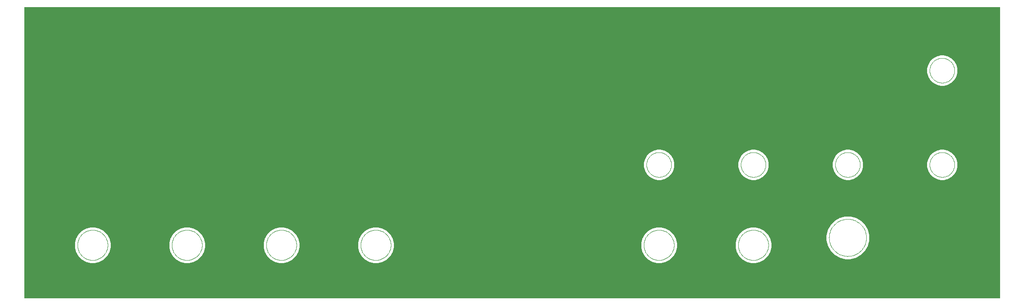
<source format=gbl>
G75*
%MOIN*%
%OFA0B0*%
%FSLAX24Y24*%
%IPPOS*%
%LPD*%
%AMOC8*
5,1,8,0,0,1.08239X$1,22.5*
%
%ADD10C,0.0000*%
%ADD11C,0.0001*%
%ADD12C,0.1384*%
%ADD13C,0.3943*%
%ADD14C,0.2900*%
D10*
X000100Y000100D02*
X000100Y023220D01*
X077600Y023220D01*
X077600Y000100D01*
X000100Y000100D01*
X077600Y000100D01*
X077600Y023220D01*
X000100Y023220D01*
X000100Y000100D01*
X004635Y003136D02*
X004964Y002946D01*
X005330Y002848D01*
X005710Y002848D01*
X006076Y002946D01*
X006405Y003136D01*
X006673Y003404D01*
X006863Y003733D01*
X006961Y004099D01*
X006961Y004479D01*
X006863Y004845D01*
X006673Y005174D01*
X006405Y005442D01*
X006076Y005632D01*
X005710Y005730D01*
X005330Y005730D01*
X004964Y005632D01*
X004635Y005442D01*
X004367Y005174D01*
X004177Y004845D01*
X004079Y004479D01*
X004079Y004099D01*
X004177Y003733D01*
X004367Y003404D01*
X004635Y003136D01*
X004319Y004289D02*
X004321Y004358D01*
X004327Y004427D01*
X004337Y004496D01*
X004351Y004563D01*
X004369Y004630D01*
X004390Y004696D01*
X004415Y004761D01*
X004444Y004823D01*
X004477Y004884D01*
X004513Y004944D01*
X004552Y005001D01*
X004595Y005055D01*
X004641Y005107D01*
X004689Y005156D01*
X004741Y005203D01*
X004795Y005246D01*
X004851Y005286D01*
X004910Y005323D01*
X004970Y005357D01*
X005033Y005387D01*
X005097Y005413D01*
X005162Y005435D01*
X005229Y005454D01*
X005296Y005469D01*
X005365Y005480D01*
X005434Y005487D01*
X005503Y005490D01*
X005572Y005489D01*
X005641Y005484D01*
X005710Y005475D01*
X005778Y005462D01*
X005845Y005445D01*
X005911Y005425D01*
X005976Y005400D01*
X006039Y005372D01*
X006100Y005340D01*
X006160Y005305D01*
X006218Y005267D01*
X006273Y005225D01*
X006325Y005180D01*
X006375Y005132D01*
X006422Y005081D01*
X006467Y005028D01*
X006508Y004972D01*
X006545Y004914D01*
X006580Y004854D01*
X006610Y004792D01*
X006638Y004729D01*
X006661Y004663D01*
X006681Y004597D01*
X006697Y004530D01*
X006709Y004461D01*
X006717Y004393D01*
X006721Y004324D01*
X006721Y004254D01*
X006717Y004185D01*
X006709Y004117D01*
X006697Y004048D01*
X006681Y003981D01*
X006661Y003915D01*
X006638Y003849D01*
X006610Y003786D01*
X006580Y003724D01*
X006545Y003664D01*
X006508Y003606D01*
X006467Y003550D01*
X006422Y003497D01*
X006375Y003446D01*
X006325Y003398D01*
X006273Y003353D01*
X006218Y003311D01*
X006160Y003273D01*
X006100Y003238D01*
X006039Y003206D01*
X005976Y003178D01*
X005911Y003153D01*
X005845Y003133D01*
X005778Y003116D01*
X005710Y003103D01*
X005641Y003094D01*
X005572Y003089D01*
X005503Y003088D01*
X005434Y003091D01*
X005365Y003098D01*
X005296Y003109D01*
X005229Y003124D01*
X005162Y003143D01*
X005097Y003165D01*
X005033Y003191D01*
X004970Y003221D01*
X004910Y003255D01*
X004851Y003292D01*
X004795Y003332D01*
X004741Y003375D01*
X004689Y003422D01*
X004641Y003471D01*
X004595Y003523D01*
X004552Y003577D01*
X004513Y003634D01*
X004477Y003694D01*
X004444Y003755D01*
X004415Y003817D01*
X004390Y003882D01*
X004369Y003948D01*
X004351Y004015D01*
X004337Y004082D01*
X004327Y004151D01*
X004321Y004220D01*
X004319Y004289D01*
X011579Y004099D02*
X011677Y003733D01*
X011867Y003404D01*
X012135Y003136D01*
X012464Y002946D01*
X012830Y002848D01*
X013210Y002848D01*
X013576Y002946D01*
X013905Y003136D01*
X014173Y003404D01*
X014363Y003733D01*
X014461Y004099D01*
X014461Y004479D01*
X014363Y004845D01*
X014173Y005174D01*
X013905Y005442D01*
X013576Y005632D01*
X013210Y005730D01*
X012830Y005730D01*
X012464Y005632D01*
X012135Y005442D01*
X011867Y005174D01*
X011677Y004845D01*
X011579Y004479D01*
X011579Y004099D01*
X011819Y004289D02*
X011821Y004358D01*
X011827Y004427D01*
X011837Y004496D01*
X011851Y004563D01*
X011869Y004630D01*
X011890Y004696D01*
X011915Y004761D01*
X011944Y004823D01*
X011977Y004884D01*
X012013Y004944D01*
X012052Y005001D01*
X012095Y005055D01*
X012141Y005107D01*
X012189Y005156D01*
X012241Y005203D01*
X012295Y005246D01*
X012351Y005286D01*
X012410Y005323D01*
X012470Y005357D01*
X012533Y005387D01*
X012597Y005413D01*
X012662Y005435D01*
X012729Y005454D01*
X012796Y005469D01*
X012865Y005480D01*
X012934Y005487D01*
X013003Y005490D01*
X013072Y005489D01*
X013141Y005484D01*
X013210Y005475D01*
X013278Y005462D01*
X013345Y005445D01*
X013411Y005425D01*
X013476Y005400D01*
X013539Y005372D01*
X013600Y005340D01*
X013660Y005305D01*
X013718Y005267D01*
X013773Y005225D01*
X013825Y005180D01*
X013875Y005132D01*
X013922Y005081D01*
X013967Y005028D01*
X014008Y004972D01*
X014045Y004914D01*
X014080Y004854D01*
X014110Y004792D01*
X014138Y004729D01*
X014161Y004663D01*
X014181Y004597D01*
X014197Y004530D01*
X014209Y004461D01*
X014217Y004393D01*
X014221Y004324D01*
X014221Y004254D01*
X014217Y004185D01*
X014209Y004117D01*
X014197Y004048D01*
X014181Y003981D01*
X014161Y003915D01*
X014138Y003849D01*
X014110Y003786D01*
X014080Y003724D01*
X014045Y003664D01*
X014008Y003606D01*
X013967Y003550D01*
X013922Y003497D01*
X013875Y003446D01*
X013825Y003398D01*
X013773Y003353D01*
X013718Y003311D01*
X013660Y003273D01*
X013600Y003238D01*
X013539Y003206D01*
X013476Y003178D01*
X013411Y003153D01*
X013345Y003133D01*
X013278Y003116D01*
X013210Y003103D01*
X013141Y003094D01*
X013072Y003089D01*
X013003Y003088D01*
X012934Y003091D01*
X012865Y003098D01*
X012796Y003109D01*
X012729Y003124D01*
X012662Y003143D01*
X012597Y003165D01*
X012533Y003191D01*
X012470Y003221D01*
X012410Y003255D01*
X012351Y003292D01*
X012295Y003332D01*
X012241Y003375D01*
X012189Y003422D01*
X012141Y003471D01*
X012095Y003523D01*
X012052Y003577D01*
X012013Y003634D01*
X011977Y003694D01*
X011944Y003755D01*
X011915Y003817D01*
X011890Y003882D01*
X011869Y003948D01*
X011851Y004015D01*
X011837Y004082D01*
X011827Y004151D01*
X011821Y004220D01*
X011819Y004289D01*
X019079Y004099D02*
X019177Y003733D01*
X019367Y003404D01*
X019635Y003136D01*
X019964Y002946D01*
X020330Y002848D01*
X020710Y002848D01*
X021076Y002946D01*
X021405Y003136D01*
X021673Y003404D01*
X021863Y003733D01*
X021961Y004099D01*
X021961Y004479D01*
X021863Y004845D01*
X021673Y005174D01*
X021405Y005442D01*
X021076Y005632D01*
X020710Y005730D01*
X020330Y005730D01*
X019964Y005632D01*
X019635Y005442D01*
X019367Y005174D01*
X019177Y004845D01*
X019079Y004479D01*
X019079Y004099D01*
X019319Y004289D02*
X019321Y004358D01*
X019327Y004427D01*
X019337Y004496D01*
X019351Y004563D01*
X019369Y004630D01*
X019390Y004696D01*
X019415Y004761D01*
X019444Y004823D01*
X019477Y004884D01*
X019513Y004944D01*
X019552Y005001D01*
X019595Y005055D01*
X019641Y005107D01*
X019689Y005156D01*
X019741Y005203D01*
X019795Y005246D01*
X019851Y005286D01*
X019910Y005323D01*
X019970Y005357D01*
X020033Y005387D01*
X020097Y005413D01*
X020162Y005435D01*
X020229Y005454D01*
X020296Y005469D01*
X020365Y005480D01*
X020434Y005487D01*
X020503Y005490D01*
X020572Y005489D01*
X020641Y005484D01*
X020710Y005475D01*
X020778Y005462D01*
X020845Y005445D01*
X020911Y005425D01*
X020976Y005400D01*
X021039Y005372D01*
X021100Y005340D01*
X021160Y005305D01*
X021218Y005267D01*
X021273Y005225D01*
X021325Y005180D01*
X021375Y005132D01*
X021422Y005081D01*
X021467Y005028D01*
X021508Y004972D01*
X021545Y004914D01*
X021580Y004854D01*
X021610Y004792D01*
X021638Y004729D01*
X021661Y004663D01*
X021681Y004597D01*
X021697Y004530D01*
X021709Y004461D01*
X021717Y004393D01*
X021721Y004324D01*
X021721Y004254D01*
X021717Y004185D01*
X021709Y004117D01*
X021697Y004048D01*
X021681Y003981D01*
X021661Y003915D01*
X021638Y003849D01*
X021610Y003786D01*
X021580Y003724D01*
X021545Y003664D01*
X021508Y003606D01*
X021467Y003550D01*
X021422Y003497D01*
X021375Y003446D01*
X021325Y003398D01*
X021273Y003353D01*
X021218Y003311D01*
X021160Y003273D01*
X021100Y003238D01*
X021039Y003206D01*
X020976Y003178D01*
X020911Y003153D01*
X020845Y003133D01*
X020778Y003116D01*
X020710Y003103D01*
X020641Y003094D01*
X020572Y003089D01*
X020503Y003088D01*
X020434Y003091D01*
X020365Y003098D01*
X020296Y003109D01*
X020229Y003124D01*
X020162Y003143D01*
X020097Y003165D01*
X020033Y003191D01*
X019970Y003221D01*
X019910Y003255D01*
X019851Y003292D01*
X019795Y003332D01*
X019741Y003375D01*
X019689Y003422D01*
X019641Y003471D01*
X019595Y003523D01*
X019552Y003577D01*
X019513Y003634D01*
X019477Y003694D01*
X019444Y003755D01*
X019415Y003817D01*
X019390Y003882D01*
X019369Y003948D01*
X019351Y004015D01*
X019337Y004082D01*
X019327Y004151D01*
X019321Y004220D01*
X019319Y004289D01*
X026579Y004099D02*
X026677Y003733D01*
X026867Y003404D01*
X027135Y003136D01*
X027464Y002946D01*
X027830Y002848D01*
X028210Y002848D01*
X028576Y002946D01*
X028905Y003136D01*
X029173Y003404D01*
X029363Y003733D01*
X029461Y004099D01*
X029461Y004479D01*
X029363Y004845D01*
X029173Y005174D01*
X028905Y005442D01*
X028576Y005632D01*
X028210Y005730D01*
X027830Y005730D01*
X027464Y005632D01*
X027135Y005442D01*
X026867Y005174D01*
X026677Y004845D01*
X026579Y004479D01*
X026579Y004099D01*
X026819Y004289D02*
X026821Y004358D01*
X026827Y004427D01*
X026837Y004496D01*
X026851Y004563D01*
X026869Y004630D01*
X026890Y004696D01*
X026915Y004761D01*
X026944Y004823D01*
X026977Y004884D01*
X027013Y004944D01*
X027052Y005001D01*
X027095Y005055D01*
X027141Y005107D01*
X027189Y005156D01*
X027241Y005203D01*
X027295Y005246D01*
X027351Y005286D01*
X027410Y005323D01*
X027470Y005357D01*
X027533Y005387D01*
X027597Y005413D01*
X027662Y005435D01*
X027729Y005454D01*
X027796Y005469D01*
X027865Y005480D01*
X027934Y005487D01*
X028003Y005490D01*
X028072Y005489D01*
X028141Y005484D01*
X028210Y005475D01*
X028278Y005462D01*
X028345Y005445D01*
X028411Y005425D01*
X028476Y005400D01*
X028539Y005372D01*
X028600Y005340D01*
X028660Y005305D01*
X028718Y005267D01*
X028773Y005225D01*
X028825Y005180D01*
X028875Y005132D01*
X028922Y005081D01*
X028967Y005028D01*
X029008Y004972D01*
X029045Y004914D01*
X029080Y004854D01*
X029110Y004792D01*
X029138Y004729D01*
X029161Y004663D01*
X029181Y004597D01*
X029197Y004530D01*
X029209Y004461D01*
X029217Y004393D01*
X029221Y004324D01*
X029221Y004254D01*
X029217Y004185D01*
X029209Y004117D01*
X029197Y004048D01*
X029181Y003981D01*
X029161Y003915D01*
X029138Y003849D01*
X029110Y003786D01*
X029080Y003724D01*
X029045Y003664D01*
X029008Y003606D01*
X028967Y003550D01*
X028922Y003497D01*
X028875Y003446D01*
X028825Y003398D01*
X028773Y003353D01*
X028718Y003311D01*
X028660Y003273D01*
X028600Y003238D01*
X028539Y003206D01*
X028476Y003178D01*
X028411Y003153D01*
X028345Y003133D01*
X028278Y003116D01*
X028210Y003103D01*
X028141Y003094D01*
X028072Y003089D01*
X028003Y003088D01*
X027934Y003091D01*
X027865Y003098D01*
X027796Y003109D01*
X027729Y003124D01*
X027662Y003143D01*
X027597Y003165D01*
X027533Y003191D01*
X027470Y003221D01*
X027410Y003255D01*
X027351Y003292D01*
X027295Y003332D01*
X027241Y003375D01*
X027189Y003422D01*
X027141Y003471D01*
X027095Y003523D01*
X027052Y003577D01*
X027013Y003634D01*
X026977Y003694D01*
X026944Y003755D01*
X026915Y003817D01*
X026890Y003882D01*
X026869Y003948D01*
X026851Y004015D01*
X026837Y004082D01*
X026827Y004151D01*
X026821Y004220D01*
X026819Y004289D01*
X049079Y004099D02*
X049177Y003733D01*
X049367Y003404D01*
X049635Y003136D01*
X049964Y002946D01*
X050330Y002848D01*
X050710Y002848D01*
X051076Y002946D01*
X051405Y003136D01*
X051673Y003404D01*
X051863Y003733D01*
X051961Y004099D01*
X051961Y004479D01*
X051863Y004845D01*
X051673Y005174D01*
X051405Y005442D01*
X051076Y005632D01*
X050710Y005730D01*
X050330Y005730D01*
X049964Y005632D01*
X049635Y005442D01*
X049367Y005174D01*
X049177Y004845D01*
X049079Y004479D01*
X049079Y004099D01*
X049319Y004289D02*
X049321Y004358D01*
X049327Y004427D01*
X049337Y004496D01*
X049351Y004563D01*
X049369Y004630D01*
X049390Y004696D01*
X049415Y004761D01*
X049444Y004823D01*
X049477Y004884D01*
X049513Y004944D01*
X049552Y005001D01*
X049595Y005055D01*
X049641Y005107D01*
X049689Y005156D01*
X049741Y005203D01*
X049795Y005246D01*
X049851Y005286D01*
X049910Y005323D01*
X049970Y005357D01*
X050033Y005387D01*
X050097Y005413D01*
X050162Y005435D01*
X050229Y005454D01*
X050296Y005469D01*
X050365Y005480D01*
X050434Y005487D01*
X050503Y005490D01*
X050572Y005489D01*
X050641Y005484D01*
X050710Y005475D01*
X050778Y005462D01*
X050845Y005445D01*
X050911Y005425D01*
X050976Y005400D01*
X051039Y005372D01*
X051100Y005340D01*
X051160Y005305D01*
X051218Y005267D01*
X051273Y005225D01*
X051325Y005180D01*
X051375Y005132D01*
X051422Y005081D01*
X051467Y005028D01*
X051508Y004972D01*
X051545Y004914D01*
X051580Y004854D01*
X051610Y004792D01*
X051638Y004729D01*
X051661Y004663D01*
X051681Y004597D01*
X051697Y004530D01*
X051709Y004461D01*
X051717Y004393D01*
X051721Y004324D01*
X051721Y004254D01*
X051717Y004185D01*
X051709Y004117D01*
X051697Y004048D01*
X051681Y003981D01*
X051661Y003915D01*
X051638Y003849D01*
X051610Y003786D01*
X051580Y003724D01*
X051545Y003664D01*
X051508Y003606D01*
X051467Y003550D01*
X051422Y003497D01*
X051375Y003446D01*
X051325Y003398D01*
X051273Y003353D01*
X051218Y003311D01*
X051160Y003273D01*
X051100Y003238D01*
X051039Y003206D01*
X050976Y003178D01*
X050911Y003153D01*
X050845Y003133D01*
X050778Y003116D01*
X050710Y003103D01*
X050641Y003094D01*
X050572Y003089D01*
X050503Y003088D01*
X050434Y003091D01*
X050365Y003098D01*
X050296Y003109D01*
X050229Y003124D01*
X050162Y003143D01*
X050097Y003165D01*
X050033Y003191D01*
X049970Y003221D01*
X049910Y003255D01*
X049851Y003292D01*
X049795Y003332D01*
X049741Y003375D01*
X049689Y003422D01*
X049641Y003471D01*
X049595Y003523D01*
X049552Y003577D01*
X049513Y003634D01*
X049477Y003694D01*
X049444Y003755D01*
X049415Y003817D01*
X049390Y003882D01*
X049369Y003948D01*
X049351Y004015D01*
X049337Y004082D01*
X049327Y004151D01*
X049321Y004220D01*
X049319Y004289D01*
X056579Y004099D02*
X056677Y003733D01*
X056867Y003404D01*
X057135Y003136D01*
X057464Y002946D01*
X057830Y002848D01*
X058210Y002848D01*
X058576Y002946D01*
X058905Y003136D01*
X059173Y003404D01*
X059363Y003733D01*
X059461Y004099D01*
X059461Y004479D01*
X059363Y004845D01*
X059173Y005174D01*
X058905Y005442D01*
X058576Y005632D01*
X058210Y005730D01*
X057830Y005730D01*
X057464Y005632D01*
X057135Y005442D01*
X056867Y005174D01*
X056677Y004845D01*
X056579Y004479D01*
X056579Y004099D01*
X056819Y004289D02*
X056821Y004358D01*
X056827Y004427D01*
X056837Y004496D01*
X056851Y004563D01*
X056869Y004630D01*
X056890Y004696D01*
X056915Y004761D01*
X056944Y004823D01*
X056977Y004884D01*
X057013Y004944D01*
X057052Y005001D01*
X057095Y005055D01*
X057141Y005107D01*
X057189Y005156D01*
X057241Y005203D01*
X057295Y005246D01*
X057351Y005286D01*
X057410Y005323D01*
X057470Y005357D01*
X057533Y005387D01*
X057597Y005413D01*
X057662Y005435D01*
X057729Y005454D01*
X057796Y005469D01*
X057865Y005480D01*
X057934Y005487D01*
X058003Y005490D01*
X058072Y005489D01*
X058141Y005484D01*
X058210Y005475D01*
X058278Y005462D01*
X058345Y005445D01*
X058411Y005425D01*
X058476Y005400D01*
X058539Y005372D01*
X058600Y005340D01*
X058660Y005305D01*
X058718Y005267D01*
X058773Y005225D01*
X058825Y005180D01*
X058875Y005132D01*
X058922Y005081D01*
X058967Y005028D01*
X059008Y004972D01*
X059045Y004914D01*
X059080Y004854D01*
X059110Y004792D01*
X059138Y004729D01*
X059161Y004663D01*
X059181Y004597D01*
X059197Y004530D01*
X059209Y004461D01*
X059217Y004393D01*
X059221Y004324D01*
X059221Y004254D01*
X059217Y004185D01*
X059209Y004117D01*
X059197Y004048D01*
X059181Y003981D01*
X059161Y003915D01*
X059138Y003849D01*
X059110Y003786D01*
X059080Y003724D01*
X059045Y003664D01*
X059008Y003606D01*
X058967Y003550D01*
X058922Y003497D01*
X058875Y003446D01*
X058825Y003398D01*
X058773Y003353D01*
X058718Y003311D01*
X058660Y003273D01*
X058600Y003238D01*
X058539Y003206D01*
X058476Y003178D01*
X058411Y003153D01*
X058345Y003133D01*
X058278Y003116D01*
X058210Y003103D01*
X058141Y003094D01*
X058072Y003089D01*
X058003Y003088D01*
X057934Y003091D01*
X057865Y003098D01*
X057796Y003109D01*
X057729Y003124D01*
X057662Y003143D01*
X057597Y003165D01*
X057533Y003191D01*
X057470Y003221D01*
X057410Y003255D01*
X057351Y003292D01*
X057295Y003332D01*
X057241Y003375D01*
X057189Y003422D01*
X057141Y003471D01*
X057095Y003523D01*
X057052Y003577D01*
X057013Y003634D01*
X056977Y003694D01*
X056944Y003755D01*
X056915Y003817D01*
X056890Y003882D01*
X056869Y003948D01*
X056851Y004015D01*
X056837Y004082D01*
X056827Y004151D01*
X056821Y004220D01*
X056819Y004289D01*
X063804Y004654D02*
X063921Y004217D01*
X064147Y003826D01*
X064466Y003507D01*
X064857Y003281D01*
X065294Y003164D01*
X065746Y003164D01*
X066183Y003281D01*
X066574Y003507D01*
X066893Y003826D01*
X067119Y004217D01*
X067236Y004654D01*
X067236Y005106D01*
X067119Y005543D01*
X066893Y005934D01*
X066574Y006253D01*
X066183Y006479D01*
X065746Y006596D01*
X065294Y006596D01*
X064857Y006479D01*
X064466Y006253D01*
X064147Y005934D01*
X063921Y005543D01*
X063804Y005106D01*
X063804Y004654D01*
X064044Y004880D02*
X064046Y004957D01*
X064052Y005033D01*
X064062Y005109D01*
X064076Y005184D01*
X064093Y005259D01*
X064115Y005332D01*
X064140Y005405D01*
X064170Y005476D01*
X064202Y005545D01*
X064239Y005612D01*
X064278Y005678D01*
X064321Y005741D01*
X064368Y005802D01*
X064417Y005861D01*
X064470Y005917D01*
X064525Y005970D01*
X064583Y006020D01*
X064643Y006067D01*
X064706Y006111D01*
X064771Y006152D01*
X064838Y006189D01*
X064907Y006223D01*
X064977Y006253D01*
X065049Y006279D01*
X065123Y006301D01*
X065197Y006320D01*
X065272Y006335D01*
X065348Y006346D01*
X065424Y006353D01*
X065501Y006356D01*
X065577Y006355D01*
X065654Y006350D01*
X065730Y006341D01*
X065806Y006328D01*
X065880Y006311D01*
X065954Y006291D01*
X066027Y006266D01*
X066098Y006238D01*
X066168Y006206D01*
X066236Y006171D01*
X066302Y006132D01*
X066366Y006090D01*
X066427Y006044D01*
X066487Y005995D01*
X066543Y005944D01*
X066597Y005889D01*
X066648Y005832D01*
X066696Y005772D01*
X066741Y005710D01*
X066782Y005645D01*
X066820Y005579D01*
X066855Y005511D01*
X066885Y005440D01*
X066913Y005369D01*
X066936Y005296D01*
X066956Y005222D01*
X066972Y005147D01*
X066984Y005071D01*
X066992Y004995D01*
X066996Y004918D01*
X066996Y004842D01*
X066992Y004765D01*
X066984Y004689D01*
X066972Y004613D01*
X066956Y004538D01*
X066936Y004464D01*
X066913Y004391D01*
X066885Y004320D01*
X066855Y004249D01*
X066820Y004181D01*
X066782Y004115D01*
X066741Y004050D01*
X066696Y003988D01*
X066648Y003928D01*
X066597Y003871D01*
X066543Y003816D01*
X066487Y003765D01*
X066427Y003716D01*
X066366Y003670D01*
X066302Y003628D01*
X066236Y003589D01*
X066168Y003554D01*
X066098Y003522D01*
X066027Y003494D01*
X065954Y003469D01*
X065880Y003449D01*
X065806Y003432D01*
X065730Y003419D01*
X065654Y003410D01*
X065577Y003405D01*
X065501Y003404D01*
X065424Y003407D01*
X065348Y003414D01*
X065272Y003425D01*
X065197Y003440D01*
X065123Y003459D01*
X065049Y003481D01*
X064977Y003507D01*
X064907Y003537D01*
X064838Y003571D01*
X064771Y003608D01*
X064706Y003649D01*
X064643Y003693D01*
X064583Y003740D01*
X064525Y003790D01*
X064470Y003843D01*
X064417Y003899D01*
X064368Y003958D01*
X064321Y004019D01*
X064278Y004082D01*
X064239Y004148D01*
X064202Y004215D01*
X064170Y004284D01*
X064140Y004355D01*
X064115Y004428D01*
X064093Y004501D01*
X064076Y004576D01*
X064062Y004651D01*
X064052Y004727D01*
X064046Y004803D01*
X064044Y004880D01*
X065359Y009461D02*
X065047Y009544D01*
X064768Y009705D01*
X064540Y009933D01*
X064379Y010212D01*
X064296Y010524D01*
X064296Y010846D01*
X064379Y011158D01*
X064540Y011437D01*
X064768Y011665D01*
X065047Y011826D01*
X065359Y011909D01*
X065681Y011909D01*
X065993Y011826D01*
X066272Y011665D01*
X066500Y011437D01*
X066661Y011158D01*
X066744Y010846D01*
X066744Y010524D01*
X066661Y010212D01*
X066500Y009933D01*
X066272Y009705D01*
X065993Y009544D01*
X065681Y009461D01*
X065359Y009461D01*
X064536Y010685D02*
X064538Y010747D01*
X064544Y010810D01*
X064554Y010871D01*
X064568Y010932D01*
X064585Y010992D01*
X064606Y011051D01*
X064632Y011108D01*
X064660Y011163D01*
X064692Y011217D01*
X064728Y011268D01*
X064766Y011318D01*
X064808Y011364D01*
X064852Y011408D01*
X064900Y011449D01*
X064949Y011487D01*
X065001Y011521D01*
X065055Y011552D01*
X065111Y011580D01*
X065169Y011604D01*
X065228Y011625D01*
X065288Y011641D01*
X065349Y011654D01*
X065411Y011663D01*
X065473Y011668D01*
X065536Y011669D01*
X065598Y011666D01*
X065660Y011659D01*
X065722Y011648D01*
X065782Y011633D01*
X065842Y011615D01*
X065900Y011593D01*
X065957Y011567D01*
X066012Y011537D01*
X066065Y011504D01*
X066116Y011468D01*
X066164Y011429D01*
X066210Y011386D01*
X066253Y011341D01*
X066293Y011293D01*
X066330Y011243D01*
X066364Y011190D01*
X066395Y011136D01*
X066421Y011080D01*
X066445Y011022D01*
X066464Y010962D01*
X066480Y010902D01*
X066492Y010840D01*
X066500Y010779D01*
X066504Y010716D01*
X066504Y010654D01*
X066500Y010591D01*
X066492Y010530D01*
X066480Y010468D01*
X066464Y010408D01*
X066445Y010348D01*
X066421Y010290D01*
X066395Y010234D01*
X066364Y010180D01*
X066330Y010127D01*
X066293Y010077D01*
X066253Y010029D01*
X066210Y009984D01*
X066164Y009941D01*
X066116Y009902D01*
X066065Y009866D01*
X066012Y009833D01*
X065957Y009803D01*
X065900Y009777D01*
X065842Y009755D01*
X065782Y009737D01*
X065722Y009722D01*
X065660Y009711D01*
X065598Y009704D01*
X065536Y009701D01*
X065473Y009702D01*
X065411Y009707D01*
X065349Y009716D01*
X065288Y009729D01*
X065228Y009745D01*
X065169Y009766D01*
X065111Y009790D01*
X065055Y009818D01*
X065001Y009849D01*
X064949Y009883D01*
X064900Y009921D01*
X064852Y009962D01*
X064808Y010006D01*
X064766Y010052D01*
X064728Y010102D01*
X064692Y010153D01*
X064660Y010207D01*
X064632Y010262D01*
X064606Y010319D01*
X064585Y010378D01*
X064568Y010438D01*
X064554Y010499D01*
X064544Y010560D01*
X064538Y010623D01*
X064536Y010685D01*
X059244Y010524D02*
X059161Y010212D01*
X059000Y009933D01*
X058772Y009705D01*
X058493Y009544D01*
X058181Y009461D01*
X057859Y009461D01*
X057547Y009544D01*
X057268Y009705D01*
X057040Y009933D01*
X056879Y010212D01*
X056796Y010524D01*
X056796Y010846D01*
X056879Y011158D01*
X057040Y011437D01*
X057268Y011665D01*
X057547Y011826D01*
X057859Y011909D01*
X058181Y011909D01*
X058493Y011826D01*
X058772Y011665D01*
X059000Y011437D01*
X059161Y011158D01*
X059244Y010846D01*
X059244Y010524D01*
X057036Y010685D02*
X057038Y010747D01*
X057044Y010810D01*
X057054Y010871D01*
X057068Y010932D01*
X057085Y010992D01*
X057106Y011051D01*
X057132Y011108D01*
X057160Y011163D01*
X057192Y011217D01*
X057228Y011268D01*
X057266Y011318D01*
X057308Y011364D01*
X057352Y011408D01*
X057400Y011449D01*
X057449Y011487D01*
X057501Y011521D01*
X057555Y011552D01*
X057611Y011580D01*
X057669Y011604D01*
X057728Y011625D01*
X057788Y011641D01*
X057849Y011654D01*
X057911Y011663D01*
X057973Y011668D01*
X058036Y011669D01*
X058098Y011666D01*
X058160Y011659D01*
X058222Y011648D01*
X058282Y011633D01*
X058342Y011615D01*
X058400Y011593D01*
X058457Y011567D01*
X058512Y011537D01*
X058565Y011504D01*
X058616Y011468D01*
X058664Y011429D01*
X058710Y011386D01*
X058753Y011341D01*
X058793Y011293D01*
X058830Y011243D01*
X058864Y011190D01*
X058895Y011136D01*
X058921Y011080D01*
X058945Y011022D01*
X058964Y010962D01*
X058980Y010902D01*
X058992Y010840D01*
X059000Y010779D01*
X059004Y010716D01*
X059004Y010654D01*
X059000Y010591D01*
X058992Y010530D01*
X058980Y010468D01*
X058964Y010408D01*
X058945Y010348D01*
X058921Y010290D01*
X058895Y010234D01*
X058864Y010180D01*
X058830Y010127D01*
X058793Y010077D01*
X058753Y010029D01*
X058710Y009984D01*
X058664Y009941D01*
X058616Y009902D01*
X058565Y009866D01*
X058512Y009833D01*
X058457Y009803D01*
X058400Y009777D01*
X058342Y009755D01*
X058282Y009737D01*
X058222Y009722D01*
X058160Y009711D01*
X058098Y009704D01*
X058036Y009701D01*
X057973Y009702D01*
X057911Y009707D01*
X057849Y009716D01*
X057788Y009729D01*
X057728Y009745D01*
X057669Y009766D01*
X057611Y009790D01*
X057555Y009818D01*
X057501Y009849D01*
X057449Y009883D01*
X057400Y009921D01*
X057352Y009962D01*
X057308Y010006D01*
X057266Y010052D01*
X057228Y010102D01*
X057192Y010153D01*
X057160Y010207D01*
X057132Y010262D01*
X057106Y010319D01*
X057085Y010378D01*
X057068Y010438D01*
X057054Y010499D01*
X057044Y010560D01*
X057038Y010623D01*
X057036Y010685D01*
X051744Y010524D02*
X051661Y010212D01*
X051500Y009933D01*
X051272Y009705D01*
X050993Y009544D01*
X050681Y009461D01*
X050359Y009461D01*
X050047Y009544D01*
X049768Y009705D01*
X049540Y009933D01*
X049379Y010212D01*
X049296Y010524D01*
X049296Y010846D01*
X049379Y011158D01*
X049540Y011437D01*
X049768Y011665D01*
X050047Y011826D01*
X050359Y011909D01*
X050681Y011909D01*
X050993Y011826D01*
X051272Y011665D01*
X051500Y011437D01*
X051661Y011158D01*
X051744Y010846D01*
X051744Y010524D01*
X049536Y010685D02*
X049538Y010747D01*
X049544Y010810D01*
X049554Y010871D01*
X049568Y010932D01*
X049585Y010992D01*
X049606Y011051D01*
X049632Y011108D01*
X049660Y011163D01*
X049692Y011217D01*
X049728Y011268D01*
X049766Y011318D01*
X049808Y011364D01*
X049852Y011408D01*
X049900Y011449D01*
X049949Y011487D01*
X050001Y011521D01*
X050055Y011552D01*
X050111Y011580D01*
X050169Y011604D01*
X050228Y011625D01*
X050288Y011641D01*
X050349Y011654D01*
X050411Y011663D01*
X050473Y011668D01*
X050536Y011669D01*
X050598Y011666D01*
X050660Y011659D01*
X050722Y011648D01*
X050782Y011633D01*
X050842Y011615D01*
X050900Y011593D01*
X050957Y011567D01*
X051012Y011537D01*
X051065Y011504D01*
X051116Y011468D01*
X051164Y011429D01*
X051210Y011386D01*
X051253Y011341D01*
X051293Y011293D01*
X051330Y011243D01*
X051364Y011190D01*
X051395Y011136D01*
X051421Y011080D01*
X051445Y011022D01*
X051464Y010962D01*
X051480Y010902D01*
X051492Y010840D01*
X051500Y010779D01*
X051504Y010716D01*
X051504Y010654D01*
X051500Y010591D01*
X051492Y010530D01*
X051480Y010468D01*
X051464Y010408D01*
X051445Y010348D01*
X051421Y010290D01*
X051395Y010234D01*
X051364Y010180D01*
X051330Y010127D01*
X051293Y010077D01*
X051253Y010029D01*
X051210Y009984D01*
X051164Y009941D01*
X051116Y009902D01*
X051065Y009866D01*
X051012Y009833D01*
X050957Y009803D01*
X050900Y009777D01*
X050842Y009755D01*
X050782Y009737D01*
X050722Y009722D01*
X050660Y009711D01*
X050598Y009704D01*
X050536Y009701D01*
X050473Y009702D01*
X050411Y009707D01*
X050349Y009716D01*
X050288Y009729D01*
X050228Y009745D01*
X050169Y009766D01*
X050111Y009790D01*
X050055Y009818D01*
X050001Y009849D01*
X049949Y009883D01*
X049900Y009921D01*
X049852Y009962D01*
X049808Y010006D01*
X049766Y010052D01*
X049728Y010102D01*
X049692Y010153D01*
X049660Y010207D01*
X049632Y010262D01*
X049606Y010319D01*
X049585Y010378D01*
X049568Y010438D01*
X049554Y010499D01*
X049544Y010560D01*
X049538Y010623D01*
X049536Y010685D01*
X071796Y010524D02*
X071879Y010212D01*
X072040Y009933D01*
X072268Y009705D01*
X072547Y009544D01*
X072859Y009461D01*
X073181Y009461D01*
X073493Y009544D01*
X073772Y009705D01*
X074000Y009933D01*
X074161Y010212D01*
X074244Y010524D01*
X074244Y010846D01*
X074161Y011158D01*
X074000Y011437D01*
X073772Y011665D01*
X073493Y011826D01*
X073181Y011909D01*
X072859Y011909D01*
X072547Y011826D01*
X072268Y011665D01*
X072040Y011437D01*
X071879Y011158D01*
X071796Y010846D01*
X071796Y010524D01*
X072036Y010685D02*
X072038Y010747D01*
X072044Y010810D01*
X072054Y010871D01*
X072068Y010932D01*
X072085Y010992D01*
X072106Y011051D01*
X072132Y011108D01*
X072160Y011163D01*
X072192Y011217D01*
X072228Y011268D01*
X072266Y011318D01*
X072308Y011364D01*
X072352Y011408D01*
X072400Y011449D01*
X072449Y011487D01*
X072501Y011521D01*
X072555Y011552D01*
X072611Y011580D01*
X072669Y011604D01*
X072728Y011625D01*
X072788Y011641D01*
X072849Y011654D01*
X072911Y011663D01*
X072973Y011668D01*
X073036Y011669D01*
X073098Y011666D01*
X073160Y011659D01*
X073222Y011648D01*
X073282Y011633D01*
X073342Y011615D01*
X073400Y011593D01*
X073457Y011567D01*
X073512Y011537D01*
X073565Y011504D01*
X073616Y011468D01*
X073664Y011429D01*
X073710Y011386D01*
X073753Y011341D01*
X073793Y011293D01*
X073830Y011243D01*
X073864Y011190D01*
X073895Y011136D01*
X073921Y011080D01*
X073945Y011022D01*
X073964Y010962D01*
X073980Y010902D01*
X073992Y010840D01*
X074000Y010779D01*
X074004Y010716D01*
X074004Y010654D01*
X074000Y010591D01*
X073992Y010530D01*
X073980Y010468D01*
X073964Y010408D01*
X073945Y010348D01*
X073921Y010290D01*
X073895Y010234D01*
X073864Y010180D01*
X073830Y010127D01*
X073793Y010077D01*
X073753Y010029D01*
X073710Y009984D01*
X073664Y009941D01*
X073616Y009902D01*
X073565Y009866D01*
X073512Y009833D01*
X073457Y009803D01*
X073400Y009777D01*
X073342Y009755D01*
X073282Y009737D01*
X073222Y009722D01*
X073160Y009711D01*
X073098Y009704D01*
X073036Y009701D01*
X072973Y009702D01*
X072911Y009707D01*
X072849Y009716D01*
X072788Y009729D01*
X072728Y009745D01*
X072669Y009766D01*
X072611Y009790D01*
X072555Y009818D01*
X072501Y009849D01*
X072449Y009883D01*
X072400Y009921D01*
X072352Y009962D01*
X072308Y010006D01*
X072266Y010052D01*
X072228Y010102D01*
X072192Y010153D01*
X072160Y010207D01*
X072132Y010262D01*
X072106Y010319D01*
X072085Y010378D01*
X072068Y010438D01*
X072054Y010499D01*
X072044Y010560D01*
X072038Y010623D01*
X072036Y010685D01*
X072859Y016961D02*
X073181Y016961D01*
X073493Y017044D01*
X073772Y017205D01*
X074000Y017433D01*
X074161Y017712D01*
X074244Y018024D01*
X074244Y018346D01*
X074161Y018658D01*
X074000Y018937D01*
X073772Y019165D01*
X073493Y019326D01*
X073181Y019409D01*
X072859Y019409D01*
X072547Y019326D01*
X072268Y019165D01*
X072040Y018937D01*
X071879Y018658D01*
X071796Y018346D01*
X071796Y018024D01*
X071879Y017712D01*
X072040Y017433D01*
X072268Y017205D01*
X072547Y017044D01*
X072859Y016961D01*
X072036Y018185D02*
X072038Y018247D01*
X072044Y018310D01*
X072054Y018371D01*
X072068Y018432D01*
X072085Y018492D01*
X072106Y018551D01*
X072132Y018608D01*
X072160Y018663D01*
X072192Y018717D01*
X072228Y018768D01*
X072266Y018818D01*
X072308Y018864D01*
X072352Y018908D01*
X072400Y018949D01*
X072449Y018987D01*
X072501Y019021D01*
X072555Y019052D01*
X072611Y019080D01*
X072669Y019104D01*
X072728Y019125D01*
X072788Y019141D01*
X072849Y019154D01*
X072911Y019163D01*
X072973Y019168D01*
X073036Y019169D01*
X073098Y019166D01*
X073160Y019159D01*
X073222Y019148D01*
X073282Y019133D01*
X073342Y019115D01*
X073400Y019093D01*
X073457Y019067D01*
X073512Y019037D01*
X073565Y019004D01*
X073616Y018968D01*
X073664Y018929D01*
X073710Y018886D01*
X073753Y018841D01*
X073793Y018793D01*
X073830Y018743D01*
X073864Y018690D01*
X073895Y018636D01*
X073921Y018580D01*
X073945Y018522D01*
X073964Y018462D01*
X073980Y018402D01*
X073992Y018340D01*
X074000Y018279D01*
X074004Y018216D01*
X074004Y018154D01*
X074000Y018091D01*
X073992Y018030D01*
X073980Y017968D01*
X073964Y017908D01*
X073945Y017848D01*
X073921Y017790D01*
X073895Y017734D01*
X073864Y017680D01*
X073830Y017627D01*
X073793Y017577D01*
X073753Y017529D01*
X073710Y017484D01*
X073664Y017441D01*
X073616Y017402D01*
X073565Y017366D01*
X073512Y017333D01*
X073457Y017303D01*
X073400Y017277D01*
X073342Y017255D01*
X073282Y017237D01*
X073222Y017222D01*
X073160Y017211D01*
X073098Y017204D01*
X073036Y017201D01*
X072973Y017202D01*
X072911Y017207D01*
X072849Y017216D01*
X072788Y017229D01*
X072728Y017245D01*
X072669Y017266D01*
X072611Y017290D01*
X072555Y017318D01*
X072501Y017349D01*
X072449Y017383D01*
X072400Y017421D01*
X072352Y017462D01*
X072308Y017506D01*
X072266Y017552D01*
X072228Y017602D01*
X072192Y017653D01*
X072160Y017707D01*
X072132Y017762D01*
X072106Y017819D01*
X072085Y017878D01*
X072068Y017938D01*
X072054Y017999D01*
X072044Y018060D01*
X072038Y018123D01*
X072036Y018185D01*
D11*
X077600Y000100D02*
X000100Y000100D01*
X000100Y000101D02*
X077600Y000101D01*
X077600Y000102D02*
X000100Y000102D01*
X000100Y000103D02*
X077600Y000103D01*
X077600Y000104D02*
X000100Y000104D01*
X000100Y000105D02*
X077600Y000105D01*
X077600Y000106D02*
X000100Y000106D01*
X000100Y000107D02*
X077600Y000107D01*
X077600Y000108D02*
X000100Y000108D01*
X000100Y000109D02*
X077600Y000109D01*
X077600Y000110D02*
X000100Y000110D01*
X000100Y000111D02*
X077600Y000111D01*
X077600Y000112D02*
X000100Y000112D01*
X000100Y000113D02*
X077600Y000113D01*
X077600Y000114D02*
X000100Y000114D01*
X000100Y000115D02*
X077600Y000115D01*
X077600Y000116D02*
X000100Y000116D01*
X000100Y000117D02*
X077600Y000117D01*
X077600Y000118D02*
X000100Y000118D01*
X000100Y000119D02*
X077600Y000119D01*
X077600Y000120D02*
X000100Y000120D01*
X000100Y000121D02*
X077600Y000121D01*
X077600Y000122D02*
X000100Y000122D01*
X000100Y000123D02*
X077600Y000123D01*
X077600Y000124D02*
X000100Y000124D01*
X000100Y000125D02*
X077600Y000125D01*
X077600Y000126D02*
X000100Y000126D01*
X000100Y000127D02*
X077600Y000127D01*
X077600Y000128D02*
X000100Y000128D01*
X000100Y000129D02*
X077600Y000129D01*
X077600Y000130D02*
X000100Y000130D01*
X000100Y000131D02*
X077600Y000131D01*
X077600Y000132D02*
X000100Y000132D01*
X000100Y000133D02*
X077600Y000133D01*
X077600Y000134D02*
X000100Y000134D01*
X000100Y000135D02*
X077600Y000135D01*
X077600Y000136D02*
X000100Y000136D01*
X000100Y000137D02*
X077600Y000137D01*
X077600Y000138D02*
X000100Y000138D01*
X000100Y000139D02*
X077600Y000139D01*
X077600Y000140D02*
X000100Y000140D01*
X000100Y000141D02*
X077600Y000141D01*
X077600Y000142D02*
X000100Y000142D01*
X000100Y000143D02*
X077600Y000143D01*
X077600Y000144D02*
X000100Y000144D01*
X000100Y000145D02*
X077600Y000145D01*
X077600Y000146D02*
X000100Y000146D01*
X000100Y000147D02*
X077600Y000147D01*
X077600Y000148D02*
X000100Y000148D01*
X000100Y000149D02*
X077600Y000149D01*
X077600Y000150D02*
X000100Y000150D01*
X000100Y000151D02*
X077600Y000151D01*
X077600Y000152D02*
X000100Y000152D01*
X000100Y000153D02*
X077600Y000153D01*
X077600Y000154D02*
X000100Y000154D01*
X000100Y000155D02*
X077600Y000155D01*
X077600Y000156D02*
X000100Y000156D01*
X000100Y000157D02*
X077600Y000157D01*
X077600Y000158D02*
X000100Y000158D01*
X000100Y000159D02*
X077600Y000159D01*
X077600Y000160D02*
X000100Y000160D01*
X000100Y000161D02*
X077600Y000161D01*
X077600Y000162D02*
X000100Y000162D01*
X000100Y000163D02*
X077600Y000163D01*
X077600Y000164D02*
X000100Y000164D01*
X000100Y000165D02*
X077600Y000165D01*
X077600Y000166D02*
X000100Y000166D01*
X000100Y000167D02*
X077600Y000167D01*
X077600Y000168D02*
X000100Y000168D01*
X000100Y000169D02*
X077600Y000169D01*
X077600Y000170D02*
X000100Y000170D01*
X000100Y000171D02*
X077600Y000171D01*
X077600Y000172D02*
X000100Y000172D01*
X000100Y000173D02*
X077600Y000173D01*
X077600Y000174D02*
X000100Y000174D01*
X000100Y000175D02*
X077600Y000175D01*
X077600Y000176D02*
X000100Y000176D01*
X000100Y000177D02*
X077600Y000177D01*
X077600Y000178D02*
X000100Y000178D01*
X000100Y000179D02*
X077600Y000179D01*
X077600Y000180D02*
X000100Y000180D01*
X000100Y000181D02*
X077600Y000181D01*
X077600Y000182D02*
X000100Y000182D01*
X000100Y000183D02*
X077600Y000183D01*
X077600Y000184D02*
X000100Y000184D01*
X000100Y000185D02*
X077600Y000185D01*
X077600Y000186D02*
X000100Y000186D01*
X000100Y000187D02*
X077600Y000187D01*
X077600Y000188D02*
X000100Y000188D01*
X000100Y000189D02*
X077600Y000189D01*
X077600Y000190D02*
X000100Y000190D01*
X000100Y000191D02*
X077600Y000191D01*
X077600Y000192D02*
X000100Y000192D01*
X000100Y000193D02*
X077600Y000193D01*
X077600Y000194D02*
X000100Y000194D01*
X000100Y000195D02*
X077600Y000195D01*
X077600Y000196D02*
X000100Y000196D01*
X000100Y000197D02*
X077600Y000197D01*
X077600Y000198D02*
X000100Y000198D01*
X000100Y000199D02*
X077600Y000199D01*
X077600Y000200D02*
X000100Y000200D01*
X000100Y000201D02*
X077600Y000201D01*
X077600Y000202D02*
X000100Y000202D01*
X000100Y000203D02*
X077600Y000203D01*
X077600Y000204D02*
X000100Y000204D01*
X000100Y000205D02*
X077600Y000205D01*
X077600Y000206D02*
X000100Y000206D01*
X000100Y000207D02*
X077600Y000207D01*
X077600Y000208D02*
X000100Y000208D01*
X000100Y000209D02*
X077600Y000209D01*
X077600Y000210D02*
X000100Y000210D01*
X000100Y000211D02*
X077600Y000211D01*
X077600Y000212D02*
X000100Y000212D01*
X000100Y000213D02*
X077600Y000213D01*
X077600Y000214D02*
X000100Y000214D01*
X000100Y000215D02*
X077600Y000215D01*
X077600Y000216D02*
X000100Y000216D01*
X000100Y000217D02*
X077600Y000217D01*
X077600Y000218D02*
X000100Y000218D01*
X000100Y000219D02*
X077600Y000219D01*
X077600Y000220D02*
X000100Y000220D01*
X000100Y000221D02*
X077600Y000221D01*
X077600Y000222D02*
X000100Y000222D01*
X000100Y000223D02*
X077600Y000223D01*
X077600Y000224D02*
X000100Y000224D01*
X000100Y000225D02*
X077600Y000225D01*
X077600Y000226D02*
X000100Y000226D01*
X000100Y000227D02*
X077600Y000227D01*
X077600Y000228D02*
X000100Y000228D01*
X000100Y000229D02*
X077600Y000229D01*
X077600Y000230D02*
X000100Y000230D01*
X000100Y000231D02*
X077600Y000231D01*
X077600Y000232D02*
X000100Y000232D01*
X000100Y000233D02*
X077600Y000233D01*
X077600Y000234D02*
X000100Y000234D01*
X000100Y000235D02*
X077600Y000235D01*
X077600Y000236D02*
X000100Y000236D01*
X000100Y000237D02*
X077600Y000237D01*
X077600Y000238D02*
X000100Y000238D01*
X000100Y000239D02*
X077600Y000239D01*
X077600Y000240D02*
X000100Y000240D01*
X000100Y000241D02*
X077600Y000241D01*
X077600Y000242D02*
X000100Y000242D01*
X000100Y000243D02*
X077600Y000243D01*
X077600Y000244D02*
X000100Y000244D01*
X000100Y000245D02*
X077600Y000245D01*
X077600Y000246D02*
X000100Y000246D01*
X000100Y000247D02*
X077600Y000247D01*
X077600Y000248D02*
X000100Y000248D01*
X000100Y000249D02*
X077600Y000249D01*
X077600Y000250D02*
X000100Y000250D01*
X000100Y000251D02*
X077600Y000251D01*
X077600Y000252D02*
X000100Y000252D01*
X000100Y000253D02*
X077600Y000253D01*
X077600Y000254D02*
X000100Y000254D01*
X000100Y000255D02*
X077600Y000255D01*
X077600Y000256D02*
X000100Y000256D01*
X000100Y000257D02*
X077600Y000257D01*
X077600Y000258D02*
X000100Y000258D01*
X000100Y000259D02*
X077600Y000259D01*
X077600Y000260D02*
X000100Y000260D01*
X000100Y000261D02*
X077600Y000261D01*
X077600Y000262D02*
X000100Y000262D01*
X000100Y000263D02*
X077600Y000263D01*
X077600Y000264D02*
X000100Y000264D01*
X000100Y000265D02*
X077600Y000265D01*
X077600Y000266D02*
X000100Y000266D01*
X000100Y000267D02*
X077600Y000267D01*
X077600Y000268D02*
X000100Y000268D01*
X000100Y000269D02*
X077600Y000269D01*
X077600Y000270D02*
X000100Y000270D01*
X000100Y000271D02*
X077600Y000271D01*
X077600Y000272D02*
X000100Y000272D01*
X000100Y000273D02*
X077600Y000273D01*
X077600Y000274D02*
X000100Y000274D01*
X000100Y000275D02*
X077600Y000275D01*
X077600Y000276D02*
X000100Y000276D01*
X000100Y000277D02*
X077600Y000277D01*
X077600Y000278D02*
X000100Y000278D01*
X000100Y000279D02*
X077600Y000279D01*
X077600Y000280D02*
X000100Y000280D01*
X000100Y000281D02*
X077600Y000281D01*
X077600Y000282D02*
X000100Y000282D01*
X000100Y000283D02*
X077600Y000283D01*
X077600Y000284D02*
X000100Y000284D01*
X000100Y000285D02*
X077600Y000285D01*
X077600Y000286D02*
X000100Y000286D01*
X000100Y000287D02*
X077600Y000287D01*
X077600Y000288D02*
X000100Y000288D01*
X000100Y000289D02*
X077600Y000289D01*
X077600Y000290D02*
X000100Y000290D01*
X000100Y000291D02*
X077600Y000291D01*
X077600Y000292D02*
X000100Y000292D01*
X000100Y000293D02*
X077600Y000293D01*
X077600Y000294D02*
X000100Y000294D01*
X000100Y000295D02*
X077600Y000295D01*
X077600Y000296D02*
X000100Y000296D01*
X000100Y000297D02*
X077600Y000297D01*
X077600Y000298D02*
X000100Y000298D01*
X000100Y000299D02*
X077600Y000299D01*
X077600Y000300D02*
X000100Y000300D01*
X000100Y000301D02*
X077600Y000301D01*
X077600Y000302D02*
X000100Y000302D01*
X000100Y000303D02*
X077600Y000303D01*
X077600Y000304D02*
X000100Y000304D01*
X000100Y000305D02*
X077600Y000305D01*
X077600Y000306D02*
X000100Y000306D01*
X000100Y000307D02*
X077600Y000307D01*
X077600Y000308D02*
X000100Y000308D01*
X000100Y000309D02*
X077600Y000309D01*
X077600Y000310D02*
X000100Y000310D01*
X000100Y000311D02*
X077600Y000311D01*
X077600Y000312D02*
X000100Y000312D01*
X000100Y000313D02*
X077600Y000313D01*
X077600Y000314D02*
X000100Y000314D01*
X000100Y000315D02*
X077600Y000315D01*
X077600Y000316D02*
X000100Y000316D01*
X000100Y000317D02*
X077600Y000317D01*
X077600Y000318D02*
X000100Y000318D01*
X000100Y000319D02*
X077600Y000319D01*
X077600Y000320D02*
X000100Y000320D01*
X000100Y000321D02*
X077600Y000321D01*
X077600Y000322D02*
X000100Y000322D01*
X000100Y000323D02*
X077600Y000323D01*
X077600Y000324D02*
X000100Y000324D01*
X000100Y000325D02*
X077600Y000325D01*
X077600Y000326D02*
X000100Y000326D01*
X000100Y000327D02*
X077600Y000327D01*
X077600Y000328D02*
X000100Y000328D01*
X000100Y000329D02*
X077600Y000329D01*
X077600Y000330D02*
X000100Y000330D01*
X000100Y000331D02*
X077600Y000331D01*
X077600Y000332D02*
X000100Y000332D01*
X000100Y000333D02*
X077600Y000333D01*
X077600Y000334D02*
X000100Y000334D01*
X000100Y000335D02*
X077600Y000335D01*
X077600Y000336D02*
X000100Y000336D01*
X000100Y000337D02*
X077600Y000337D01*
X077600Y000338D02*
X000100Y000338D01*
X000100Y000339D02*
X077600Y000339D01*
X077600Y000340D02*
X000100Y000340D01*
X000100Y000341D02*
X077600Y000341D01*
X077600Y000342D02*
X000100Y000342D01*
X000100Y000343D02*
X077600Y000343D01*
X077600Y000344D02*
X000100Y000344D01*
X000100Y000345D02*
X077600Y000345D01*
X077600Y000346D02*
X000100Y000346D01*
X000100Y000347D02*
X077600Y000347D01*
X077600Y000348D02*
X000100Y000348D01*
X000100Y000349D02*
X077600Y000349D01*
X077600Y000350D02*
X000100Y000350D01*
X000100Y000351D02*
X077600Y000351D01*
X077600Y000352D02*
X000100Y000352D01*
X000100Y000353D02*
X077600Y000353D01*
X077600Y000354D02*
X000100Y000354D01*
X000100Y000355D02*
X077600Y000355D01*
X077600Y000356D02*
X000100Y000356D01*
X000100Y000357D02*
X077600Y000357D01*
X077600Y000358D02*
X000100Y000358D01*
X000100Y000359D02*
X077600Y000359D01*
X077600Y000360D02*
X000100Y000360D01*
X000100Y000361D02*
X077600Y000361D01*
X077600Y000362D02*
X000100Y000362D01*
X000100Y000363D02*
X077600Y000363D01*
X077600Y000364D02*
X000100Y000364D01*
X000100Y000365D02*
X077600Y000365D01*
X077600Y000366D02*
X000100Y000366D01*
X000100Y000367D02*
X077600Y000367D01*
X077600Y000368D02*
X000100Y000368D01*
X000100Y000369D02*
X077600Y000369D01*
X077600Y000370D02*
X000100Y000370D01*
X000100Y000371D02*
X077600Y000371D01*
X077600Y000372D02*
X000100Y000372D01*
X000100Y000373D02*
X077600Y000373D01*
X077600Y000374D02*
X000100Y000374D01*
X000100Y000375D02*
X077600Y000375D01*
X077600Y000376D02*
X000100Y000376D01*
X000100Y000377D02*
X077600Y000377D01*
X077600Y000378D02*
X000100Y000378D01*
X000100Y000379D02*
X077600Y000379D01*
X077600Y000380D02*
X000100Y000380D01*
X000100Y000381D02*
X077600Y000381D01*
X077600Y000382D02*
X000100Y000382D01*
X000100Y000383D02*
X077600Y000383D01*
X077600Y000384D02*
X000100Y000384D01*
X000100Y000385D02*
X077600Y000385D01*
X077600Y000386D02*
X000100Y000386D01*
X000100Y000387D02*
X077600Y000387D01*
X077600Y000388D02*
X000100Y000388D01*
X000100Y000389D02*
X077600Y000389D01*
X077600Y000390D02*
X000100Y000390D01*
X000100Y000391D02*
X077600Y000391D01*
X077600Y000392D02*
X000100Y000392D01*
X000100Y000393D02*
X077600Y000393D01*
X077600Y000394D02*
X000100Y000394D01*
X000100Y000395D02*
X077600Y000395D01*
X077600Y000396D02*
X000100Y000396D01*
X000100Y000397D02*
X077600Y000397D01*
X077600Y000398D02*
X000100Y000398D01*
X000100Y000399D02*
X077600Y000399D01*
X077600Y000400D02*
X000100Y000400D01*
X000100Y000401D02*
X077600Y000401D01*
X077600Y000402D02*
X000100Y000402D01*
X000100Y000403D02*
X077600Y000403D01*
X077600Y000404D02*
X000100Y000404D01*
X000100Y000405D02*
X077600Y000405D01*
X077600Y000406D02*
X000100Y000406D01*
X000100Y000407D02*
X077600Y000407D01*
X077600Y000408D02*
X000100Y000408D01*
X000100Y000409D02*
X077600Y000409D01*
X077600Y000410D02*
X000100Y000410D01*
X000100Y000411D02*
X077600Y000411D01*
X077600Y000412D02*
X000100Y000412D01*
X000100Y000413D02*
X077600Y000413D01*
X077600Y000414D02*
X000100Y000414D01*
X000100Y000415D02*
X077600Y000415D01*
X077600Y000416D02*
X000100Y000416D01*
X000100Y000417D02*
X077600Y000417D01*
X077600Y000418D02*
X000100Y000418D01*
X000100Y000419D02*
X077600Y000419D01*
X077600Y000420D02*
X000100Y000420D01*
X000100Y000421D02*
X077600Y000421D01*
X077600Y000422D02*
X000100Y000422D01*
X000100Y000423D02*
X077600Y000423D01*
X077600Y000424D02*
X000100Y000424D01*
X000100Y000425D02*
X077600Y000425D01*
X077600Y000426D02*
X000100Y000426D01*
X000100Y000427D02*
X077600Y000427D01*
X077600Y000428D02*
X000100Y000428D01*
X000100Y000429D02*
X077600Y000429D01*
X077600Y000430D02*
X000100Y000430D01*
X000100Y000431D02*
X077600Y000431D01*
X077600Y000432D02*
X000100Y000432D01*
X000100Y000433D02*
X077600Y000433D01*
X077600Y000434D02*
X000100Y000434D01*
X000100Y000435D02*
X077600Y000435D01*
X077600Y000436D02*
X000100Y000436D01*
X000100Y000437D02*
X077600Y000437D01*
X077600Y000438D02*
X000100Y000438D01*
X000100Y000439D02*
X077600Y000439D01*
X077600Y000440D02*
X000100Y000440D01*
X000100Y000441D02*
X077600Y000441D01*
X077600Y000442D02*
X000100Y000442D01*
X000100Y000443D02*
X077600Y000443D01*
X077600Y000444D02*
X000100Y000444D01*
X000100Y000445D02*
X077600Y000445D01*
X077600Y000446D02*
X000100Y000446D01*
X000100Y000447D02*
X077600Y000447D01*
X077600Y000448D02*
X000100Y000448D01*
X000100Y000449D02*
X077600Y000449D01*
X077600Y000450D02*
X000100Y000450D01*
X000100Y000451D02*
X077600Y000451D01*
X077600Y000452D02*
X000100Y000452D01*
X000100Y000453D02*
X077600Y000453D01*
X077600Y000454D02*
X000100Y000454D01*
X000100Y000455D02*
X077600Y000455D01*
X077600Y000456D02*
X000100Y000456D01*
X000100Y000457D02*
X077600Y000457D01*
X077600Y000458D02*
X000100Y000458D01*
X000100Y000459D02*
X077600Y000459D01*
X077600Y000460D02*
X000100Y000460D01*
X000100Y000461D02*
X077600Y000461D01*
X077600Y000462D02*
X000100Y000462D01*
X000100Y000463D02*
X077600Y000463D01*
X077600Y000464D02*
X000100Y000464D01*
X000100Y000465D02*
X077600Y000465D01*
X077600Y000466D02*
X000100Y000466D01*
X000100Y000467D02*
X077600Y000467D01*
X077600Y000468D02*
X000100Y000468D01*
X000100Y000469D02*
X077600Y000469D01*
X077600Y000470D02*
X000100Y000470D01*
X000100Y000471D02*
X077600Y000471D01*
X077600Y000472D02*
X000100Y000472D01*
X000100Y000473D02*
X077600Y000473D01*
X077600Y000474D02*
X000100Y000474D01*
X000100Y000475D02*
X077600Y000475D01*
X077600Y000476D02*
X000100Y000476D01*
X000100Y000477D02*
X077600Y000477D01*
X077600Y000478D02*
X000100Y000478D01*
X000100Y000479D02*
X077600Y000479D01*
X077600Y000480D02*
X000100Y000480D01*
X000100Y000481D02*
X077600Y000481D01*
X077600Y000482D02*
X000100Y000482D01*
X000100Y000483D02*
X077600Y000483D01*
X077600Y000484D02*
X000100Y000484D01*
X000100Y000485D02*
X077600Y000485D01*
X077600Y000486D02*
X000100Y000486D01*
X000100Y000487D02*
X077600Y000487D01*
X077600Y000488D02*
X000100Y000488D01*
X000100Y000489D02*
X077600Y000489D01*
X077600Y000490D02*
X000100Y000490D01*
X000100Y000491D02*
X077600Y000491D01*
X077600Y000492D02*
X000100Y000492D01*
X000100Y000493D02*
X077600Y000493D01*
X077600Y000494D02*
X000100Y000494D01*
X000100Y000495D02*
X077600Y000495D01*
X077600Y000496D02*
X000100Y000496D01*
X000100Y000497D02*
X077600Y000497D01*
X077600Y000498D02*
X000100Y000498D01*
X000100Y000499D02*
X077600Y000499D01*
X077600Y000500D02*
X000100Y000500D01*
X000100Y000501D02*
X077600Y000501D01*
X077600Y000502D02*
X000100Y000502D01*
X000100Y000503D02*
X077600Y000503D01*
X077600Y000504D02*
X000100Y000504D01*
X000100Y000505D02*
X077600Y000505D01*
X077600Y000506D02*
X000100Y000506D01*
X000100Y000507D02*
X077600Y000507D01*
X077600Y000508D02*
X000100Y000508D01*
X000100Y000509D02*
X077600Y000509D01*
X077600Y000510D02*
X000100Y000510D01*
X000100Y000511D02*
X077600Y000511D01*
X077600Y000512D02*
X000100Y000512D01*
X000100Y000513D02*
X077600Y000513D01*
X077600Y000514D02*
X000100Y000514D01*
X000100Y000515D02*
X077600Y000515D01*
X077600Y000516D02*
X000100Y000516D01*
X000100Y000517D02*
X077600Y000517D01*
X077600Y000518D02*
X000100Y000518D01*
X000100Y000519D02*
X077600Y000519D01*
X077600Y000520D02*
X000100Y000520D01*
X000100Y000521D02*
X077600Y000521D01*
X077600Y000522D02*
X000100Y000522D01*
X000100Y000523D02*
X077600Y000523D01*
X077600Y000524D02*
X000100Y000524D01*
X000100Y000525D02*
X077600Y000525D01*
X077600Y000526D02*
X000100Y000526D01*
X000100Y000527D02*
X077600Y000527D01*
X077600Y000528D02*
X000100Y000528D01*
X000100Y000529D02*
X077600Y000529D01*
X077600Y000530D02*
X000100Y000530D01*
X000100Y000531D02*
X077600Y000531D01*
X077600Y000532D02*
X000100Y000532D01*
X000100Y000533D02*
X077600Y000533D01*
X077600Y000534D02*
X000100Y000534D01*
X000100Y000535D02*
X077600Y000535D01*
X077600Y000536D02*
X000100Y000536D01*
X000100Y000537D02*
X077600Y000537D01*
X077600Y000538D02*
X000100Y000538D01*
X000100Y000539D02*
X077600Y000539D01*
X077600Y000540D02*
X000100Y000540D01*
X000100Y000541D02*
X077600Y000541D01*
X077600Y000542D02*
X000100Y000542D01*
X000100Y000543D02*
X077600Y000543D01*
X077600Y000544D02*
X000100Y000544D01*
X000100Y000545D02*
X077600Y000545D01*
X077600Y000546D02*
X000100Y000546D01*
X000100Y000547D02*
X077600Y000547D01*
X077600Y000548D02*
X000100Y000548D01*
X000100Y000549D02*
X077600Y000549D01*
X077600Y000550D02*
X000100Y000550D01*
X000100Y000551D02*
X077600Y000551D01*
X077600Y000552D02*
X000100Y000552D01*
X000100Y000553D02*
X077600Y000553D01*
X077600Y000554D02*
X000100Y000554D01*
X000100Y000555D02*
X077600Y000555D01*
X077600Y000556D02*
X000100Y000556D01*
X000100Y000557D02*
X077600Y000557D01*
X077600Y000558D02*
X000100Y000558D01*
X000100Y000559D02*
X077600Y000559D01*
X077600Y000560D02*
X000100Y000560D01*
X000100Y000561D02*
X077600Y000561D01*
X077600Y000562D02*
X000100Y000562D01*
X000100Y000563D02*
X077600Y000563D01*
X077600Y000564D02*
X000100Y000564D01*
X000100Y000565D02*
X077600Y000565D01*
X077600Y000566D02*
X000100Y000566D01*
X000100Y000567D02*
X077600Y000567D01*
X077600Y000568D02*
X000100Y000568D01*
X000100Y000569D02*
X077600Y000569D01*
X077600Y000570D02*
X000100Y000570D01*
X000100Y000571D02*
X077600Y000571D01*
X077600Y000572D02*
X000100Y000572D01*
X000100Y000573D02*
X077600Y000573D01*
X077600Y000574D02*
X000100Y000574D01*
X000100Y000575D02*
X077600Y000575D01*
X077600Y000576D02*
X000100Y000576D01*
X000100Y000577D02*
X077600Y000577D01*
X077600Y000578D02*
X000100Y000578D01*
X000100Y000579D02*
X077600Y000579D01*
X077600Y000580D02*
X000100Y000580D01*
X000100Y000581D02*
X077600Y000581D01*
X077600Y000582D02*
X000100Y000582D01*
X000100Y000583D02*
X077600Y000583D01*
X077600Y000584D02*
X000100Y000584D01*
X000100Y000585D02*
X077600Y000585D01*
X077600Y000586D02*
X000100Y000586D01*
X000100Y000587D02*
X077600Y000587D01*
X077600Y000588D02*
X000100Y000588D01*
X000100Y000589D02*
X077600Y000589D01*
X077600Y000590D02*
X000100Y000590D01*
X000100Y000591D02*
X077600Y000591D01*
X077600Y000592D02*
X000100Y000592D01*
X000100Y000593D02*
X077600Y000593D01*
X077600Y000594D02*
X000100Y000594D01*
X000100Y000595D02*
X077600Y000595D01*
X077600Y000596D02*
X000100Y000596D01*
X000100Y000597D02*
X077600Y000597D01*
X077600Y000598D02*
X000100Y000598D01*
X000100Y000599D02*
X077600Y000599D01*
X077600Y000600D02*
X000100Y000600D01*
X000100Y000601D02*
X077600Y000601D01*
X077600Y000602D02*
X000100Y000602D01*
X000100Y000603D02*
X077600Y000603D01*
X077600Y000604D02*
X000100Y000604D01*
X000100Y000605D02*
X077600Y000605D01*
X077600Y000606D02*
X000100Y000606D01*
X000100Y000607D02*
X077600Y000607D01*
X077600Y000608D02*
X000100Y000608D01*
X077600Y000608D01*
X077600Y000609D02*
X000100Y000609D01*
X000100Y000610D02*
X077600Y000610D01*
X077600Y000611D02*
X000100Y000611D01*
X000100Y000612D02*
X077600Y000612D01*
X077600Y000613D02*
X000100Y000613D01*
X000100Y000614D02*
X077600Y000614D01*
X077600Y000615D02*
X000100Y000615D01*
X000100Y000616D02*
X077600Y000616D01*
X077600Y000617D02*
X000100Y000617D01*
X000100Y000618D02*
X077600Y000618D01*
X077600Y000619D02*
X000100Y000619D01*
X000100Y000620D02*
X077600Y000620D01*
X077600Y000621D02*
X000100Y000621D01*
X000100Y000622D02*
X077600Y000622D01*
X077600Y000623D02*
X000100Y000623D01*
X000100Y000624D02*
X077600Y000624D01*
X077600Y000625D02*
X000100Y000625D01*
X000100Y000626D02*
X077600Y000626D01*
X077600Y000627D02*
X000100Y000627D01*
X000100Y000628D02*
X077600Y000628D01*
X077600Y000629D02*
X000100Y000629D01*
X000100Y000630D02*
X077600Y000630D01*
X077600Y000631D02*
X000100Y000631D01*
X000100Y000632D02*
X077600Y000632D01*
X077600Y000633D02*
X000100Y000633D01*
X000100Y000634D02*
X077600Y000634D01*
X077600Y000635D02*
X000100Y000635D01*
X000100Y000636D02*
X077600Y000636D01*
X077600Y000637D02*
X000100Y000637D01*
X000100Y000638D02*
X077600Y000638D01*
X077600Y000639D02*
X000100Y000639D01*
X000100Y000640D02*
X077600Y000640D01*
X077600Y000641D02*
X000100Y000641D01*
X000100Y000642D02*
X077600Y000642D01*
X077600Y000643D02*
X000100Y000643D01*
X000100Y000644D02*
X077600Y000644D01*
X077600Y000645D02*
X000100Y000645D01*
X000100Y000646D02*
X077600Y000646D01*
X077600Y000647D02*
X000100Y000647D01*
X000100Y000648D02*
X077600Y000648D01*
X077600Y000649D02*
X000100Y000649D01*
X000100Y000650D02*
X077600Y000650D01*
X077600Y000651D02*
X000100Y000651D01*
X000100Y000652D02*
X077600Y000652D01*
X077600Y000653D02*
X000100Y000653D01*
X000100Y000654D02*
X077600Y000654D01*
X077600Y000655D02*
X000100Y000655D01*
X000100Y000656D02*
X077600Y000656D01*
X077600Y000657D02*
X000100Y000657D01*
X000100Y000658D02*
X077600Y000658D01*
X077600Y000659D02*
X000100Y000659D01*
X000100Y000660D02*
X077600Y000660D01*
X077600Y000661D02*
X000100Y000661D01*
X000100Y000662D02*
X077600Y000662D01*
X077600Y000663D02*
X000100Y000663D01*
X000100Y000664D02*
X077600Y000664D01*
X077600Y000665D02*
X000100Y000665D01*
X000100Y000666D02*
X077600Y000666D01*
X077600Y000667D02*
X000100Y000667D01*
X000100Y000668D02*
X077600Y000668D01*
X077600Y000669D02*
X000100Y000669D01*
X000100Y000670D02*
X077600Y000670D01*
X077600Y000671D02*
X000100Y000671D01*
X000100Y000672D02*
X077600Y000672D01*
X077600Y000673D02*
X000100Y000673D01*
X000100Y000674D02*
X077600Y000674D01*
X077600Y000675D02*
X000100Y000675D01*
X000100Y000676D02*
X077600Y000676D01*
X077600Y000677D02*
X000100Y000677D01*
X000100Y000678D02*
X077600Y000678D01*
X077600Y000679D02*
X000100Y000679D01*
X000100Y000680D02*
X077600Y000680D01*
X077600Y000681D02*
X000100Y000681D01*
X000100Y000682D02*
X077600Y000682D01*
X077600Y000683D02*
X000100Y000683D01*
X000100Y000684D02*
X077600Y000684D01*
X077600Y000685D02*
X000100Y000685D01*
X000100Y000686D02*
X077600Y000686D01*
X077600Y000687D02*
X000100Y000687D01*
X000100Y000688D02*
X077600Y000688D01*
X077600Y000689D02*
X000100Y000689D01*
X000100Y000690D02*
X077600Y000690D01*
X077600Y000691D02*
X000100Y000691D01*
X000100Y000692D02*
X077600Y000692D01*
X077600Y000693D02*
X000100Y000693D01*
X000100Y000694D02*
X077600Y000694D01*
X077600Y000695D02*
X000100Y000695D01*
X000100Y000696D02*
X077600Y000696D01*
X077600Y000697D02*
X000100Y000697D01*
X000100Y000698D02*
X077600Y000698D01*
X077600Y000699D02*
X000100Y000699D01*
X000100Y000700D02*
X077600Y000700D01*
X077600Y000701D02*
X000100Y000701D01*
X000100Y000702D02*
X077600Y000702D01*
X077600Y000703D02*
X000100Y000703D01*
X000100Y000704D02*
X077600Y000704D01*
X077600Y000705D02*
X000100Y000705D01*
X000100Y000706D02*
X077600Y000706D01*
X077600Y000707D02*
X000100Y000707D01*
X000100Y000708D02*
X077600Y000708D01*
X077600Y000709D02*
X000100Y000709D01*
X000100Y000710D02*
X077600Y000710D01*
X077600Y000711D02*
X000100Y000711D01*
X000100Y000712D02*
X077600Y000712D01*
X077600Y000713D02*
X000100Y000713D01*
X000100Y000714D02*
X077600Y000714D01*
X077600Y000715D02*
X000100Y000715D01*
X000100Y000716D02*
X077600Y000716D01*
X077600Y000717D02*
X000100Y000717D01*
X000100Y000718D02*
X077600Y000718D01*
X077600Y000719D02*
X000100Y000719D01*
X000100Y000720D02*
X077600Y000720D01*
X077600Y000721D02*
X000100Y000721D01*
X000100Y000722D02*
X077600Y000722D01*
X077600Y000723D02*
X000100Y000723D01*
X000100Y000724D02*
X077600Y000724D01*
X077600Y000725D02*
X000100Y000725D01*
X000100Y000726D02*
X077600Y000726D01*
X077600Y000727D02*
X000100Y000727D01*
X000100Y000728D02*
X077600Y000728D01*
X077600Y000729D02*
X000100Y000729D01*
X000100Y000730D02*
X077600Y000730D01*
X077600Y000731D02*
X000100Y000731D01*
X000100Y000732D02*
X077600Y000732D01*
X077600Y000733D02*
X000100Y000733D01*
X000100Y000734D02*
X077600Y000734D01*
X077600Y000735D02*
X000100Y000735D01*
X000100Y000736D02*
X077600Y000736D01*
X077600Y000737D02*
X000100Y000737D01*
X000100Y000738D02*
X077600Y000738D01*
X077600Y000739D02*
X000100Y000739D01*
X000100Y000740D02*
X077600Y000740D01*
X077600Y000741D02*
X000100Y000741D01*
X000100Y000742D02*
X077600Y000742D01*
X077600Y000743D02*
X000100Y000743D01*
X000100Y000744D02*
X077600Y000744D01*
X077600Y000745D02*
X000100Y000745D01*
X000100Y000746D02*
X077600Y000746D01*
X077600Y000747D02*
X000100Y000747D01*
X000100Y000748D02*
X077600Y000748D01*
X077600Y000749D02*
X000100Y000749D01*
X000100Y000750D02*
X077600Y000750D01*
X077600Y000751D02*
X000100Y000751D01*
X000100Y000752D02*
X077600Y000752D01*
X077600Y000753D02*
X000100Y000753D01*
X000100Y000754D02*
X077600Y000754D01*
X077600Y000755D02*
X000100Y000755D01*
X000100Y000756D02*
X077600Y000756D01*
X077600Y000757D02*
X000100Y000757D01*
X000100Y000758D02*
X077600Y000758D01*
X077600Y000759D02*
X000100Y000759D01*
X000100Y000760D02*
X077600Y000760D01*
X077600Y000761D02*
X000100Y000761D01*
X000100Y000762D02*
X077600Y000762D01*
X077600Y000763D02*
X000100Y000763D01*
X000100Y000764D02*
X077600Y000764D01*
X077600Y000765D02*
X000100Y000765D01*
X000100Y000766D02*
X077600Y000766D01*
X077600Y000767D02*
X000100Y000767D01*
X000100Y000768D02*
X077600Y000768D01*
X077600Y000769D02*
X000100Y000769D01*
X000100Y000770D02*
X077600Y000770D01*
X077600Y000771D02*
X000100Y000771D01*
X000100Y000772D02*
X077600Y000772D01*
X077600Y000773D02*
X000100Y000773D01*
X000100Y000774D02*
X077600Y000774D01*
X077600Y000775D02*
X000100Y000775D01*
X000100Y000776D02*
X077600Y000776D01*
X077600Y000777D02*
X000100Y000777D01*
X000100Y000778D02*
X077600Y000778D01*
X077600Y000779D02*
X000100Y000779D01*
X000100Y000780D02*
X077600Y000780D01*
X077600Y000781D02*
X000100Y000781D01*
X000100Y000782D02*
X077600Y000782D01*
X077600Y000783D02*
X000100Y000783D01*
X000100Y000784D02*
X077600Y000784D01*
X077600Y000785D02*
X000100Y000785D01*
X000100Y000786D02*
X077600Y000786D01*
X077600Y000787D02*
X000100Y000787D01*
X000100Y000788D02*
X077600Y000788D01*
X077600Y000789D02*
X000100Y000789D01*
X000100Y000790D02*
X077600Y000790D01*
X077600Y000791D02*
X000100Y000791D01*
X000100Y000792D02*
X077600Y000792D01*
X077600Y000793D02*
X000100Y000793D01*
X000100Y000794D02*
X077600Y000794D01*
X077600Y000795D02*
X000100Y000795D01*
X000100Y000796D02*
X077600Y000796D01*
X077600Y000797D02*
X000100Y000797D01*
X000100Y000798D02*
X077600Y000798D01*
X077600Y000799D02*
X000100Y000799D01*
X000100Y000800D02*
X077600Y000800D01*
X077600Y000801D02*
X000100Y000801D01*
X000100Y000802D02*
X077600Y000802D01*
X077600Y000803D02*
X000100Y000803D01*
X000100Y000804D02*
X077600Y000804D01*
X077600Y000805D02*
X000100Y000805D01*
X000100Y000806D02*
X077600Y000806D01*
X077600Y000807D02*
X000100Y000807D01*
X000100Y000808D02*
X077600Y000808D01*
X077600Y000809D02*
X000100Y000809D01*
X000100Y000810D02*
X077600Y000810D01*
X077600Y000811D02*
X000100Y000811D01*
X000100Y000812D02*
X077600Y000812D01*
X077600Y000813D02*
X000100Y000813D01*
X000100Y000814D02*
X077600Y000814D01*
X077600Y000815D02*
X000100Y000815D01*
X000100Y000816D02*
X077600Y000816D01*
X077600Y000817D02*
X000100Y000817D01*
X000100Y000818D02*
X077600Y000818D01*
X077600Y000819D02*
X000100Y000819D01*
X000100Y000820D02*
X077600Y000820D01*
X077600Y000821D02*
X000100Y000821D01*
X000100Y000822D02*
X077600Y000822D01*
X077600Y000823D02*
X000100Y000823D01*
X000100Y000824D02*
X077600Y000824D01*
X077600Y000825D02*
X000100Y000825D01*
X000100Y000826D02*
X077600Y000826D01*
X077600Y000827D02*
X000100Y000827D01*
X000100Y000828D02*
X077600Y000828D01*
X077600Y000829D02*
X000100Y000829D01*
X000100Y000830D02*
X077600Y000830D01*
X077600Y000831D02*
X000100Y000831D01*
X000100Y000832D02*
X077600Y000832D01*
X077600Y000833D02*
X000100Y000833D01*
X000100Y000834D02*
X077600Y000834D01*
X077600Y000835D02*
X000100Y000835D01*
X000100Y000836D02*
X077600Y000836D01*
X077600Y000837D02*
X000100Y000837D01*
X000100Y000838D02*
X077600Y000838D01*
X077600Y000839D02*
X000100Y000839D01*
X000100Y000840D02*
X077600Y000840D01*
X077600Y000841D02*
X000100Y000841D01*
X000100Y000842D02*
X077600Y000842D01*
X077600Y000843D02*
X000100Y000843D01*
X000100Y000844D02*
X077600Y000844D01*
X077600Y000845D02*
X000100Y000845D01*
X000100Y000846D02*
X077600Y000846D01*
X077600Y000847D02*
X000100Y000847D01*
X000100Y000848D02*
X077600Y000848D01*
X077600Y000849D02*
X000100Y000849D01*
X000100Y000850D02*
X077600Y000850D01*
X077600Y000851D02*
X000100Y000851D01*
X000100Y000852D02*
X077600Y000852D01*
X077600Y000853D02*
X000100Y000853D01*
X000100Y000854D02*
X077600Y000854D01*
X077600Y000855D02*
X000100Y000855D01*
X000100Y000856D02*
X077600Y000856D01*
X077600Y000857D02*
X000100Y000857D01*
X000100Y000858D02*
X077600Y000858D01*
X077600Y000859D02*
X000100Y000859D01*
X000100Y000860D02*
X077600Y000860D01*
X077600Y000861D02*
X000100Y000861D01*
X000100Y000862D02*
X077600Y000862D01*
X077600Y000863D02*
X000100Y000863D01*
X000100Y000864D02*
X077600Y000864D01*
X077600Y000865D02*
X000100Y000865D01*
X000100Y000866D02*
X077600Y000866D01*
X077600Y000867D02*
X000100Y000867D01*
X000100Y000868D02*
X077600Y000868D01*
X077600Y000869D02*
X000100Y000869D01*
X000100Y000870D02*
X077600Y000870D01*
X077600Y000871D02*
X000100Y000871D01*
X000100Y000872D02*
X077600Y000872D01*
X077600Y000873D02*
X000100Y000873D01*
X000100Y000874D02*
X077600Y000874D01*
X077600Y000875D02*
X000100Y000875D01*
X000100Y000876D02*
X077600Y000876D01*
X077600Y000877D02*
X000100Y000877D01*
X000100Y000878D02*
X077600Y000878D01*
X077600Y000879D02*
X000100Y000879D01*
X000100Y000880D02*
X077600Y000880D01*
X077600Y000881D02*
X000100Y000881D01*
X000100Y000882D02*
X077600Y000882D01*
X077600Y000883D02*
X000100Y000883D01*
X000100Y000884D02*
X077600Y000884D01*
X077600Y000885D02*
X000100Y000885D01*
X000100Y000886D02*
X077600Y000886D01*
X077600Y000887D02*
X000100Y000887D01*
X000100Y000888D02*
X077600Y000888D01*
X077600Y000889D02*
X000100Y000889D01*
X000100Y000890D02*
X077600Y000890D01*
X077600Y000891D02*
X000100Y000891D01*
X000100Y000892D02*
X077600Y000892D01*
X077600Y000893D02*
X000100Y000893D01*
X000100Y000894D02*
X077600Y000894D01*
X077600Y000895D02*
X000100Y000895D01*
X000100Y000896D02*
X077600Y000896D01*
X077600Y000897D02*
X000100Y000897D01*
X000100Y000898D02*
X077600Y000898D01*
X077600Y000899D02*
X000100Y000899D01*
X000100Y000900D02*
X077600Y000900D01*
X077600Y000901D02*
X000100Y000901D01*
X000100Y000902D02*
X077600Y000902D01*
X077600Y000903D02*
X000100Y000903D01*
X000100Y000904D02*
X077600Y000904D01*
X077600Y000905D02*
X000100Y000905D01*
X000100Y000906D02*
X077600Y000906D01*
X077600Y000907D02*
X000100Y000907D01*
X000100Y000908D02*
X077600Y000908D01*
X077600Y000909D02*
X000100Y000909D01*
X000100Y000910D02*
X077600Y000910D01*
X077600Y000911D02*
X000100Y000911D01*
X000100Y000912D02*
X077600Y000912D01*
X077600Y000913D02*
X000100Y000913D01*
X000100Y000914D02*
X077600Y000914D01*
X077600Y000915D02*
X000100Y000915D01*
X000100Y000916D02*
X077600Y000916D01*
X077600Y000917D02*
X000100Y000917D01*
X000100Y000918D02*
X077600Y000918D01*
X077600Y000919D02*
X000100Y000919D01*
X000100Y000920D02*
X077600Y000920D01*
X077600Y000921D02*
X000100Y000921D01*
X000100Y000922D02*
X077600Y000922D01*
X077600Y000923D02*
X000100Y000923D01*
X000100Y000924D02*
X077600Y000924D01*
X077600Y000925D02*
X000100Y000925D01*
X000100Y000926D02*
X077600Y000926D01*
X077600Y000927D02*
X000100Y000927D01*
X000100Y000928D02*
X077600Y000928D01*
X077600Y000929D02*
X000100Y000929D01*
X000100Y000930D02*
X077600Y000930D01*
X077600Y000931D02*
X000100Y000931D01*
X000100Y000932D02*
X077600Y000932D01*
X077600Y000933D02*
X000100Y000933D01*
X000100Y000934D02*
X077600Y000934D01*
X077600Y000935D02*
X000100Y000935D01*
X000100Y000936D02*
X077600Y000936D01*
X077600Y000937D02*
X000100Y000937D01*
X000100Y000938D02*
X077600Y000938D01*
X077600Y000939D02*
X000100Y000939D01*
X000100Y000940D02*
X077600Y000940D01*
X077600Y000941D02*
X000100Y000941D01*
X000100Y000942D02*
X077600Y000942D01*
X077600Y000943D02*
X000100Y000943D01*
X000100Y000944D02*
X077600Y000944D01*
X077600Y000945D02*
X000100Y000945D01*
X000100Y000946D02*
X077600Y000946D01*
X077600Y000947D02*
X000100Y000947D01*
X000100Y000948D02*
X077600Y000948D01*
X077600Y000949D02*
X000100Y000949D01*
X000100Y000950D02*
X077600Y000950D01*
X077600Y000951D02*
X000100Y000951D01*
X000100Y000952D02*
X077600Y000952D01*
X077600Y000953D02*
X000100Y000953D01*
X000100Y000954D02*
X077600Y000954D01*
X077600Y000955D02*
X000100Y000955D01*
X000100Y000956D02*
X077600Y000956D01*
X077600Y000957D02*
X000100Y000957D01*
X000100Y000958D02*
X077600Y000958D01*
X077600Y000959D02*
X000100Y000959D01*
X000100Y000960D02*
X077600Y000960D01*
X077600Y000961D02*
X000100Y000961D01*
X000100Y000962D02*
X077600Y000962D01*
X077600Y000963D02*
X000100Y000963D01*
X000100Y000964D02*
X077600Y000964D01*
X077600Y000965D02*
X000100Y000965D01*
X000100Y000966D02*
X077600Y000966D01*
X077600Y000967D02*
X000100Y000967D01*
X000100Y000968D02*
X077600Y000968D01*
X077600Y000969D02*
X000100Y000969D01*
X000100Y000970D02*
X077600Y000970D01*
X077600Y000971D02*
X000100Y000971D01*
X000100Y000972D02*
X077600Y000972D01*
X077600Y000973D02*
X000100Y000973D01*
X000100Y000974D02*
X077600Y000974D01*
X077600Y000975D02*
X000100Y000975D01*
X000100Y000976D02*
X077600Y000976D01*
X077600Y000977D02*
X000100Y000977D01*
X000100Y000978D02*
X077600Y000978D01*
X077600Y000979D02*
X000100Y000979D01*
X000100Y000980D02*
X077600Y000980D01*
X077600Y000981D02*
X000100Y000981D01*
X000100Y000982D02*
X077600Y000982D01*
X077600Y000983D02*
X000100Y000983D01*
X000100Y000984D02*
X077600Y000984D01*
X077600Y000985D02*
X000100Y000985D01*
X000100Y000986D02*
X077600Y000986D01*
X077600Y000987D02*
X000100Y000987D01*
X000100Y000988D02*
X077600Y000988D01*
X077600Y000989D02*
X000100Y000989D01*
X000100Y000990D02*
X077600Y000990D01*
X077600Y000991D02*
X000100Y000991D01*
X000100Y000992D02*
X077600Y000992D01*
X077600Y000993D02*
X000100Y000993D01*
X000100Y000994D02*
X077600Y000994D01*
X077600Y000995D02*
X000100Y000995D01*
X000100Y000996D02*
X077600Y000996D01*
X077600Y000997D02*
X000100Y000997D01*
X000100Y000998D02*
X077600Y000998D01*
X077600Y000999D02*
X000100Y000999D01*
X000100Y001000D02*
X077600Y001000D01*
X077600Y001001D02*
X000100Y001001D01*
X000100Y001002D02*
X077600Y001002D01*
X077600Y001003D02*
X000100Y001003D01*
X000100Y001004D02*
X077600Y001004D01*
X077600Y001005D02*
X000100Y001005D01*
X000100Y001006D02*
X077600Y001006D01*
X077600Y001007D02*
X000100Y001007D01*
X000100Y001008D02*
X077600Y001008D01*
X077600Y001009D02*
X000100Y001009D01*
X000100Y001010D02*
X077600Y001010D01*
X077600Y001011D02*
X000100Y001011D01*
X000100Y001012D02*
X077600Y001012D01*
X077600Y001013D02*
X000100Y001013D01*
X000100Y001014D02*
X077600Y001014D01*
X077600Y001015D02*
X000100Y001015D01*
X000100Y001016D02*
X077600Y001016D01*
X077600Y001017D02*
X000100Y001017D01*
X000100Y001018D02*
X077600Y001018D01*
X077600Y001019D02*
X000100Y001019D01*
X000100Y001020D02*
X077600Y001020D01*
X077600Y001021D02*
X000100Y001021D01*
X000100Y001022D02*
X077600Y001022D01*
X077600Y001023D02*
X000100Y001023D01*
X000100Y001024D02*
X077600Y001024D01*
X077600Y001025D02*
X000100Y001025D01*
X000100Y001026D02*
X077600Y001026D01*
X077600Y001027D02*
X000100Y001027D01*
X000100Y001028D02*
X077600Y001028D01*
X077600Y001029D02*
X000100Y001029D01*
X000100Y001030D02*
X077600Y001030D01*
X077600Y001031D02*
X000100Y001031D01*
X000100Y001032D02*
X077600Y001032D01*
X077600Y001033D02*
X000100Y001033D01*
X000100Y001034D02*
X077600Y001034D01*
X077600Y001035D02*
X000100Y001035D01*
X000100Y001036D02*
X077600Y001036D01*
X077600Y001037D02*
X000100Y001037D01*
X000100Y001038D02*
X077600Y001038D01*
X077600Y001039D02*
X000100Y001039D01*
X000100Y001040D02*
X077600Y001040D01*
X077600Y001041D02*
X000100Y001041D01*
X000100Y001042D02*
X077600Y001042D01*
X077600Y001043D02*
X000100Y001043D01*
X000100Y001044D02*
X077600Y001044D01*
X077600Y001045D02*
X000100Y001045D01*
X000100Y001046D02*
X077600Y001046D01*
X077600Y001047D02*
X000100Y001047D01*
X000100Y001048D02*
X077600Y001048D01*
X077600Y001049D02*
X000100Y001049D01*
X000100Y001050D02*
X077600Y001050D01*
X077600Y001051D02*
X000100Y001051D01*
X000100Y001052D02*
X077600Y001052D01*
X077600Y001053D02*
X000100Y001053D01*
X000100Y001054D02*
X077600Y001054D01*
X077600Y001055D02*
X000100Y001055D01*
X000100Y001056D02*
X077600Y001056D01*
X077600Y001057D02*
X000100Y001057D01*
X000100Y001058D02*
X077600Y001058D01*
X077600Y001059D02*
X000100Y001059D01*
X000100Y001060D02*
X077600Y001060D01*
X077600Y001061D02*
X000100Y001061D01*
X000100Y001062D02*
X077600Y001062D01*
X077600Y001063D02*
X000100Y001063D01*
X000100Y001064D02*
X077600Y001064D01*
X077600Y001065D02*
X000100Y001065D01*
X000100Y001066D02*
X077600Y001066D01*
X077600Y001067D02*
X000100Y001067D01*
X000100Y001068D02*
X077600Y001068D01*
X077600Y001069D02*
X000100Y001069D01*
X000100Y001070D02*
X077600Y001070D01*
X077600Y001071D02*
X000100Y001071D01*
X000100Y001072D02*
X077600Y001072D01*
X077600Y001073D02*
X000100Y001073D01*
X000100Y001074D02*
X077600Y001074D01*
X077600Y001075D02*
X000100Y001075D01*
X000100Y001076D02*
X077600Y001076D01*
X077600Y001077D02*
X000100Y001077D01*
X000100Y001078D02*
X077600Y001078D01*
X077600Y001079D02*
X000100Y001079D01*
X000100Y001080D02*
X077600Y001080D01*
X077600Y001081D02*
X000100Y001081D01*
X000100Y001082D02*
X077600Y001082D01*
X077600Y001083D02*
X000100Y001083D01*
X000100Y001084D02*
X077600Y001084D01*
X077600Y001085D02*
X000100Y001085D01*
X000100Y001086D02*
X077600Y001086D01*
X077600Y001087D02*
X000100Y001087D01*
X000100Y001088D02*
X077600Y001088D01*
X077600Y001089D02*
X000100Y001089D01*
X000100Y001090D02*
X077600Y001090D01*
X077600Y001091D02*
X000100Y001091D01*
X000100Y001092D02*
X077600Y001092D01*
X077600Y001093D02*
X000100Y001093D01*
X000100Y001094D02*
X077600Y001094D01*
X077600Y001095D02*
X000100Y001095D01*
X000100Y001096D02*
X077600Y001096D01*
X077600Y001097D02*
X000100Y001097D01*
X000100Y001098D02*
X077600Y001098D01*
X077600Y001099D02*
X000100Y001099D01*
X000100Y001100D02*
X077600Y001100D01*
X077600Y001101D02*
X000100Y001101D01*
X000100Y001102D02*
X077600Y001102D01*
X077600Y001103D02*
X000100Y001103D01*
X000100Y001104D02*
X077600Y001104D01*
X077600Y001105D02*
X000100Y001105D01*
X000100Y001106D02*
X077600Y001106D01*
X077600Y001107D02*
X000100Y001107D01*
X000100Y001108D02*
X077600Y001108D01*
X077600Y001109D02*
X000100Y001109D01*
X000100Y001110D02*
X077600Y001110D01*
X077600Y001111D02*
X000100Y001111D01*
X000100Y001112D02*
X077600Y001112D01*
X077600Y001113D02*
X000100Y001113D01*
X000100Y001114D02*
X077600Y001114D01*
X077600Y001115D02*
X000100Y001115D01*
X000100Y001116D02*
X077600Y001116D01*
X077600Y001117D02*
X000100Y001117D01*
X000100Y001118D02*
X077600Y001118D01*
X077600Y001119D02*
X000100Y001119D01*
X000100Y001120D02*
X077600Y001120D01*
X077600Y001121D02*
X000100Y001121D01*
X000100Y001122D02*
X077600Y001122D01*
X077600Y001123D02*
X000100Y001123D01*
X000100Y001124D02*
X077600Y001124D01*
X077600Y001125D02*
X000100Y001125D01*
X000100Y001126D02*
X077600Y001126D01*
X077600Y001127D02*
X000100Y001127D01*
X000100Y001128D02*
X077600Y001128D01*
X077600Y001129D02*
X000100Y001129D01*
X000100Y001130D02*
X077600Y001130D01*
X077600Y001131D02*
X000100Y001131D01*
X000100Y001132D02*
X077600Y001132D01*
X077600Y001133D02*
X000100Y001133D01*
X000100Y001134D02*
X077600Y001134D01*
X077600Y001135D02*
X000100Y001135D01*
X000100Y001136D02*
X077600Y001136D01*
X077600Y001137D02*
X000100Y001137D01*
X000100Y001138D02*
X077600Y001138D01*
X077600Y001139D02*
X000100Y001139D01*
X000100Y001140D02*
X077600Y001140D01*
X077600Y001141D02*
X000100Y001141D01*
X000100Y001142D02*
X077600Y001142D01*
X077600Y001143D02*
X000100Y001143D01*
X000100Y001144D02*
X077600Y001144D01*
X077600Y001145D02*
X000100Y001145D01*
X000100Y001146D02*
X077600Y001146D01*
X077600Y001147D02*
X000100Y001147D01*
X000100Y001148D02*
X077600Y001148D01*
X077600Y001149D02*
X000100Y001149D01*
X000100Y001150D02*
X077600Y001150D01*
X077600Y001151D02*
X000100Y001151D01*
X000100Y001152D02*
X077600Y001152D01*
X077600Y001153D02*
X000100Y001153D01*
X000100Y001154D02*
X077600Y001154D01*
X077600Y001155D02*
X000100Y001155D01*
X000100Y001156D02*
X077600Y001156D01*
X077600Y001157D02*
X000100Y001157D01*
X000100Y001158D02*
X077600Y001158D01*
X077600Y001159D02*
X000100Y001159D01*
X000100Y001160D02*
X077600Y001160D01*
X077600Y001161D02*
X000100Y001161D01*
X000100Y001162D02*
X077600Y001162D01*
X077600Y001163D02*
X000100Y001163D01*
X000100Y001164D02*
X077600Y001164D01*
X077600Y001165D02*
X000100Y001165D01*
X000100Y001166D02*
X077600Y001166D01*
X077600Y001167D02*
X000100Y001167D01*
X000100Y001168D02*
X077600Y001168D01*
X077600Y001169D02*
X000100Y001169D01*
X000100Y001170D02*
X077600Y001170D01*
X077600Y001171D02*
X000100Y001171D01*
X000100Y001172D02*
X077600Y001172D01*
X077600Y001173D02*
X000100Y001173D01*
X000100Y001174D02*
X077600Y001174D01*
X077600Y001175D02*
X000100Y001175D01*
X000100Y001176D02*
X077600Y001176D01*
X077600Y001177D02*
X000100Y001177D01*
X000100Y001178D02*
X077600Y001178D01*
X077600Y001179D02*
X000100Y001179D01*
X000100Y001180D02*
X077600Y001180D01*
X077600Y001181D02*
X000100Y001181D01*
X000100Y001182D02*
X077600Y001182D01*
X077600Y001183D02*
X000100Y001183D01*
X000100Y001184D02*
X077600Y001184D01*
X077600Y001185D02*
X000100Y001185D01*
X000100Y001186D02*
X077600Y001186D01*
X077600Y001187D02*
X000100Y001187D01*
X000100Y001188D02*
X077600Y001188D01*
X077600Y001189D02*
X000100Y001189D01*
X000100Y001190D02*
X077600Y001190D01*
X077600Y001191D02*
X000100Y001191D01*
X000100Y001192D02*
X077600Y001192D01*
X077600Y001193D02*
X000100Y001193D01*
X000100Y001194D02*
X077600Y001194D01*
X077600Y001195D02*
X000100Y001195D01*
X000100Y001196D02*
X077600Y001196D01*
X077600Y001197D02*
X000100Y001197D01*
X000100Y001198D02*
X077600Y001198D01*
X077600Y001199D02*
X000100Y001199D01*
X000100Y001200D02*
X077600Y001200D01*
X077600Y001201D02*
X000100Y001201D01*
X000100Y001202D02*
X077600Y001202D01*
X077600Y001203D02*
X000100Y001203D01*
X000100Y001204D02*
X077600Y001204D01*
X077600Y001205D02*
X000100Y001205D01*
X000100Y001206D02*
X077600Y001206D01*
X077600Y001207D02*
X000100Y001207D01*
X000100Y001208D02*
X077600Y001208D01*
X077600Y001209D02*
X000100Y001209D01*
X000100Y001210D02*
X077600Y001210D01*
X077600Y001211D02*
X000100Y001211D01*
X000100Y001212D02*
X077600Y001212D01*
X077600Y001213D02*
X000100Y001213D01*
X000100Y001214D02*
X077600Y001214D01*
X077600Y001215D02*
X000100Y001215D01*
X000100Y001216D02*
X077600Y001216D01*
X077600Y001217D02*
X000100Y001217D01*
X000100Y001218D02*
X077600Y001218D01*
X077600Y001219D02*
X000100Y001219D01*
X000100Y001220D02*
X077600Y001220D01*
X077600Y001221D02*
X000100Y001221D01*
X000100Y001222D02*
X077600Y001222D01*
X077600Y001223D02*
X000100Y001223D01*
X000100Y001224D02*
X077600Y001224D01*
X077600Y001225D02*
X000100Y001225D01*
X000100Y001226D02*
X077600Y001226D01*
X077600Y001227D02*
X000100Y001227D01*
X000100Y001228D02*
X077600Y001228D01*
X077600Y001229D02*
X000100Y001229D01*
X000100Y001230D02*
X077600Y001230D01*
X077600Y001231D02*
X000100Y001231D01*
X000100Y001232D02*
X077600Y001232D01*
X077600Y001233D02*
X000100Y001233D01*
X000100Y001234D02*
X077600Y001234D01*
X077600Y001235D02*
X000100Y001235D01*
X000100Y001236D02*
X077600Y001236D01*
X077600Y001237D02*
X000100Y001237D01*
X000100Y001238D02*
X077600Y001238D01*
X077600Y001239D02*
X000100Y001239D01*
X000100Y001240D02*
X077600Y001240D01*
X077600Y001241D02*
X000100Y001241D01*
X000100Y001242D02*
X077600Y001242D01*
X077600Y001243D02*
X000100Y001243D01*
X000100Y001244D02*
X077600Y001244D01*
X077600Y001245D02*
X000100Y001245D01*
X000100Y001246D02*
X077600Y001246D01*
X077600Y001247D02*
X000100Y001247D01*
X000100Y001248D02*
X077600Y001248D01*
X077600Y001249D02*
X000100Y001249D01*
X000100Y001250D02*
X077600Y001250D01*
X077600Y001251D02*
X000100Y001251D01*
X000100Y001252D02*
X077600Y001252D01*
X077600Y001253D02*
X000100Y001253D01*
X000100Y001254D02*
X077600Y001254D01*
X077600Y001255D02*
X000100Y001255D01*
X000100Y001256D02*
X077600Y001256D01*
X077600Y001257D02*
X000100Y001257D01*
X000100Y001258D02*
X077600Y001258D01*
X077600Y001259D02*
X000100Y001259D01*
X000100Y001260D02*
X077600Y001260D01*
X077600Y001261D02*
X000100Y001261D01*
X000100Y001262D02*
X077600Y001262D01*
X077600Y001263D02*
X000100Y001263D01*
X000100Y001264D02*
X077600Y001264D01*
X077600Y001265D02*
X000100Y001265D01*
X000100Y001266D02*
X077600Y001266D01*
X077600Y001267D02*
X000100Y001267D01*
X000100Y001268D02*
X077600Y001268D01*
X077600Y001269D02*
X000100Y001269D01*
X000100Y001270D02*
X077600Y001270D01*
X077600Y001271D02*
X000100Y001271D01*
X000100Y001272D02*
X077600Y001272D01*
X077600Y001273D02*
X000100Y001273D01*
X000100Y001274D02*
X077600Y001274D01*
X077600Y001275D02*
X000100Y001275D01*
X000100Y001276D02*
X077600Y001276D01*
X077600Y001277D02*
X000100Y001277D01*
X000100Y001278D02*
X077600Y001278D01*
X077600Y001279D02*
X000100Y001279D01*
X000100Y001280D02*
X077600Y001280D01*
X077600Y001281D02*
X000100Y001281D01*
X000100Y001282D02*
X077600Y001282D01*
X077600Y001283D02*
X000100Y001283D01*
X000100Y001284D02*
X077600Y001284D01*
X077600Y001285D02*
X000100Y001285D01*
X000100Y001286D02*
X077600Y001286D01*
X077600Y001287D02*
X000100Y001287D01*
X000100Y001288D02*
X077600Y001288D01*
X077600Y001289D02*
X000100Y001289D01*
X000100Y001290D02*
X077600Y001290D01*
X077600Y001291D02*
X000100Y001291D01*
X000100Y001292D02*
X077600Y001292D01*
X077600Y001293D02*
X000100Y001293D01*
X000100Y001294D02*
X077600Y001294D01*
X077600Y001295D02*
X000100Y001295D01*
X000100Y001296D02*
X077600Y001296D01*
X077600Y001297D02*
X000100Y001297D01*
X000100Y001298D02*
X077600Y001298D01*
X077600Y001299D02*
X000100Y001299D01*
X000100Y001300D02*
X077600Y001300D01*
X077600Y001301D02*
X000100Y001301D01*
X000100Y001302D02*
X077600Y001302D01*
X077600Y001303D02*
X000100Y001303D01*
X000100Y001304D02*
X077600Y001304D01*
X077600Y001305D02*
X000100Y001305D01*
X000100Y001306D02*
X077600Y001306D01*
X077600Y001307D02*
X000100Y001307D01*
X000100Y001308D02*
X077600Y001308D01*
X077600Y001309D02*
X000100Y001309D01*
X000100Y001310D02*
X077600Y001310D01*
X077600Y001311D02*
X000100Y001311D01*
X000100Y001312D02*
X077600Y001312D01*
X077600Y001313D02*
X000100Y001313D01*
X000100Y001314D02*
X077600Y001314D01*
X077600Y001315D02*
X000100Y001315D01*
X000100Y001316D02*
X077600Y001316D01*
X077600Y001317D02*
X000100Y001317D01*
X000100Y001318D02*
X077600Y001318D01*
X077600Y001319D02*
X000100Y001319D01*
X000100Y001320D02*
X077600Y001320D01*
X077600Y001321D02*
X000100Y001321D01*
X000100Y001322D02*
X077600Y001322D01*
X077600Y001323D02*
X000100Y001323D01*
X000100Y001324D02*
X077600Y001324D01*
X077600Y001325D02*
X000100Y001325D01*
X000100Y001326D02*
X077600Y001326D01*
X077600Y001327D02*
X000100Y001327D01*
X000100Y001328D02*
X077600Y001328D01*
X077600Y001329D02*
X000100Y001329D01*
X000100Y001330D02*
X077600Y001330D01*
X077600Y001331D02*
X000100Y001331D01*
X000100Y001332D02*
X077600Y001332D01*
X077600Y001333D02*
X000100Y001333D01*
X000100Y001334D02*
X077600Y001334D01*
X077600Y001335D02*
X000100Y001335D01*
X000100Y001336D02*
X077600Y001336D01*
X077600Y001337D02*
X000100Y001337D01*
X000100Y001338D02*
X077600Y001338D01*
X077600Y001339D02*
X000100Y001339D01*
X000100Y001340D02*
X077600Y001340D01*
X077600Y001341D02*
X000100Y001341D01*
X000100Y001342D02*
X077600Y001342D01*
X077600Y001343D02*
X000100Y001343D01*
X000100Y001344D02*
X077600Y001344D01*
X077600Y001345D02*
X000100Y001345D01*
X000100Y001346D02*
X077600Y001346D01*
X077600Y001347D02*
X000100Y001347D01*
X000100Y001348D02*
X077600Y001348D01*
X077600Y001349D02*
X000100Y001349D01*
X000100Y001350D02*
X077600Y001350D01*
X077600Y001351D02*
X000100Y001351D01*
X000100Y001352D02*
X077600Y001352D01*
X077600Y001353D02*
X000100Y001353D01*
X000100Y001354D02*
X077600Y001354D01*
X077600Y001355D02*
X000100Y001355D01*
X000100Y001356D02*
X077600Y001356D01*
X077600Y001357D02*
X000100Y001357D01*
X000100Y001358D02*
X077600Y001358D01*
X077600Y001359D02*
X000100Y001359D01*
X000100Y001360D02*
X077600Y001360D01*
X077600Y001361D02*
X000100Y001361D01*
X000100Y001362D02*
X077600Y001362D01*
X077600Y001363D02*
X000100Y001363D01*
X000100Y001364D02*
X077600Y001364D01*
X077600Y001365D02*
X000100Y001365D01*
X000100Y001366D02*
X077600Y001366D01*
X077600Y001367D02*
X000100Y001367D01*
X000100Y001368D02*
X077600Y001368D01*
X077600Y001369D02*
X000100Y001369D01*
X000100Y001370D02*
X077600Y001370D01*
X077600Y001371D02*
X000100Y001371D01*
X000100Y001372D02*
X077600Y001372D01*
X077600Y001373D02*
X000100Y001373D01*
X000100Y001374D02*
X077600Y001374D01*
X077600Y001375D02*
X000100Y001375D01*
X000100Y001376D02*
X077600Y001376D01*
X077600Y001377D02*
X000100Y001377D01*
X000100Y001378D02*
X077600Y001378D01*
X077600Y001379D02*
X000100Y001379D01*
X000100Y001380D02*
X077600Y001380D01*
X077600Y001381D02*
X000100Y001381D01*
X000100Y001382D02*
X077600Y001382D01*
X077600Y001383D02*
X000100Y001383D01*
X000100Y001384D02*
X077600Y001384D01*
X077600Y001385D02*
X000100Y001385D01*
X000100Y001386D02*
X077600Y001386D01*
X077600Y001387D02*
X000100Y001387D01*
X000100Y001388D02*
X077600Y001388D01*
X077600Y001389D02*
X000100Y001389D01*
X000100Y001390D02*
X077600Y001390D01*
X077600Y001391D02*
X000100Y001391D01*
X000100Y001392D02*
X077600Y001392D01*
X077600Y001393D02*
X000100Y001393D01*
X000100Y001394D02*
X077600Y001394D01*
X077600Y001395D02*
X000100Y001395D01*
X000100Y001396D02*
X077600Y001396D01*
X077600Y001397D02*
X000100Y001397D01*
X000100Y001398D02*
X077600Y001398D01*
X077600Y001399D02*
X000100Y001399D01*
X000100Y001400D02*
X077600Y001400D01*
X077600Y001401D02*
X000100Y001401D01*
X000100Y001402D02*
X077600Y001402D01*
X077600Y001403D02*
X000100Y001403D01*
X000100Y001404D02*
X077600Y001404D01*
X077600Y001405D02*
X000100Y001405D01*
X000100Y001406D02*
X077600Y001406D01*
X077600Y001407D02*
X000100Y001407D01*
X000100Y001408D02*
X077600Y001408D01*
X077600Y001409D02*
X000100Y001409D01*
X000100Y001410D02*
X077600Y001410D01*
X077600Y001411D02*
X000100Y001411D01*
X000100Y001412D02*
X077600Y001412D01*
X077600Y001413D02*
X000100Y001413D01*
X000100Y001414D02*
X077600Y001414D01*
X077600Y001415D02*
X000100Y001415D01*
X000100Y001416D02*
X077600Y001416D01*
X077600Y001417D02*
X000100Y001417D01*
X000100Y001418D02*
X077600Y001418D01*
X077600Y001419D02*
X000100Y001419D01*
X000100Y001420D02*
X077600Y001420D01*
X077600Y001421D02*
X000100Y001421D01*
X000100Y001422D02*
X077600Y001422D01*
X077600Y001423D02*
X000100Y001423D01*
X000100Y001424D02*
X077600Y001424D01*
X077600Y001425D02*
X000100Y001425D01*
X000100Y001426D02*
X077600Y001426D01*
X077600Y001427D02*
X000100Y001427D01*
X000100Y001428D02*
X077600Y001428D01*
X077600Y001429D02*
X000100Y001429D01*
X000100Y001430D02*
X077600Y001430D01*
X077600Y001431D02*
X000100Y001431D01*
X000100Y001432D02*
X077600Y001432D01*
X077600Y001433D02*
X000100Y001433D01*
X000100Y001434D02*
X077600Y001434D01*
X077600Y001435D02*
X000100Y001435D01*
X000100Y001436D02*
X077600Y001436D01*
X077600Y001437D02*
X000100Y001437D01*
X000100Y001438D02*
X077600Y001438D01*
X077600Y001439D02*
X000100Y001439D01*
X000100Y001440D02*
X077600Y001440D01*
X077600Y001441D02*
X000100Y001441D01*
X000100Y001442D02*
X077600Y001442D01*
X077600Y001443D02*
X000100Y001443D01*
X000100Y001444D02*
X077600Y001444D01*
X077600Y001445D02*
X000100Y001445D01*
X000100Y001446D02*
X077600Y001446D01*
X077600Y001447D02*
X000100Y001447D01*
X000100Y001448D02*
X077600Y001448D01*
X077600Y001449D02*
X000100Y001449D01*
X000100Y001450D02*
X077600Y001450D01*
X077600Y001451D02*
X000100Y001451D01*
X000100Y001452D02*
X077600Y001452D01*
X077600Y001453D02*
X000100Y001453D01*
X000100Y001454D02*
X077600Y001454D01*
X077600Y001455D02*
X000100Y001455D01*
X000100Y001456D02*
X077600Y001456D01*
X077600Y001457D02*
X000100Y001457D01*
X000100Y001458D02*
X077600Y001458D01*
X077600Y001459D02*
X000100Y001459D01*
X000100Y001460D02*
X077600Y001460D01*
X077600Y001461D02*
X000100Y001461D01*
X000100Y001462D02*
X077600Y001462D01*
X077600Y001463D02*
X000100Y001463D01*
X000100Y001464D02*
X077600Y001464D01*
X077600Y001465D02*
X000100Y001465D01*
X000100Y001466D02*
X077600Y001466D01*
X077600Y001467D02*
X000100Y001467D01*
X000100Y001468D02*
X077600Y001468D01*
X077600Y001469D02*
X000100Y001469D01*
X000100Y001470D02*
X077600Y001470D01*
X077600Y001471D02*
X000100Y001471D01*
X000100Y001472D02*
X077600Y001472D01*
X077600Y001473D02*
X000100Y001473D01*
X000100Y001474D02*
X077600Y001474D01*
X077600Y001475D02*
X000100Y001475D01*
X000100Y001476D02*
X077600Y001476D01*
X077600Y001477D02*
X000100Y001477D01*
X000100Y001478D02*
X077600Y001478D01*
X077600Y001479D02*
X000100Y001479D01*
X000100Y001480D02*
X077600Y001480D01*
X077600Y001481D02*
X000100Y001481D01*
X000100Y001482D02*
X077600Y001482D01*
X077600Y001483D02*
X000100Y001483D01*
X000100Y001484D02*
X077600Y001484D01*
X077600Y001485D02*
X000100Y001485D01*
X000100Y001486D02*
X077600Y001486D01*
X077600Y001487D02*
X000100Y001487D01*
X000100Y001488D02*
X077600Y001488D01*
X077600Y001489D02*
X000100Y001489D01*
X000100Y001490D02*
X077600Y001490D01*
X077600Y001491D02*
X000100Y001491D01*
X000100Y001492D02*
X077600Y001492D01*
X077600Y001493D02*
X000100Y001493D01*
X000100Y001494D02*
X077600Y001494D01*
X077600Y001495D02*
X000100Y001495D01*
X000100Y001496D02*
X077600Y001496D01*
X077600Y001497D02*
X000100Y001497D01*
X000100Y001498D02*
X077600Y001498D01*
X077600Y001499D02*
X000100Y001499D01*
X000100Y001500D02*
X077600Y001500D01*
X077600Y001501D02*
X000100Y001501D01*
X000100Y001502D02*
X077600Y001502D01*
X077600Y001503D02*
X000100Y001503D01*
X000100Y001504D02*
X077600Y001504D01*
X077600Y001505D02*
X000100Y001505D01*
X000100Y001506D02*
X077600Y001506D01*
X077600Y001507D02*
X000100Y001507D01*
X000100Y001508D02*
X077600Y001508D01*
X077600Y001509D02*
X000100Y001509D01*
X000100Y001510D02*
X077600Y001510D01*
X077600Y001511D02*
X000100Y001511D01*
X000100Y001512D02*
X077600Y001512D01*
X077600Y001513D02*
X000100Y001513D01*
X000100Y001514D02*
X077600Y001514D01*
X077600Y001515D02*
X000100Y001515D01*
X000100Y001516D02*
X077600Y001516D01*
X077600Y001517D02*
X000100Y001517D01*
X000100Y001518D02*
X077600Y001518D01*
X077600Y001519D02*
X000100Y001519D01*
X000100Y001520D02*
X077600Y001520D01*
X077600Y001521D02*
X000100Y001521D01*
X000100Y001522D02*
X077600Y001522D01*
X077600Y001523D02*
X000100Y001523D01*
X000100Y001524D02*
X077600Y001524D01*
X077600Y001525D02*
X000100Y001525D01*
X000100Y001526D02*
X077600Y001526D01*
X077600Y001527D02*
X000100Y001527D01*
X000100Y001528D02*
X077600Y001528D01*
X077600Y001529D02*
X000100Y001529D01*
X000100Y001530D02*
X077600Y001530D01*
X077600Y001531D02*
X000100Y001531D01*
X000100Y001532D02*
X077600Y001532D01*
X077600Y001533D02*
X000100Y001533D01*
X000100Y001534D02*
X077600Y001534D01*
X077600Y001535D02*
X000100Y001535D01*
X000100Y001536D02*
X077600Y001536D01*
X077600Y001537D02*
X000100Y001537D01*
X000100Y001538D02*
X077600Y001538D01*
X077600Y001539D02*
X000100Y001539D01*
X000100Y001540D02*
X077600Y001540D01*
X077600Y001541D02*
X000100Y001541D01*
X000100Y001542D02*
X077600Y001542D01*
X077600Y001543D02*
X000100Y001543D01*
X000100Y001544D02*
X077600Y001544D01*
X077600Y001545D02*
X000100Y001545D01*
X000100Y001546D02*
X077600Y001546D01*
X077600Y001547D02*
X000100Y001547D01*
X000100Y001548D02*
X077600Y001548D01*
X077600Y001549D02*
X000100Y001549D01*
X000100Y001550D02*
X077600Y001550D01*
X077600Y001551D02*
X000100Y001551D01*
X000100Y001552D02*
X077600Y001552D01*
X077600Y001553D02*
X000100Y001553D01*
X000100Y001554D02*
X077600Y001554D01*
X077600Y001555D02*
X000100Y001555D01*
X000100Y001556D02*
X077600Y001556D01*
X077600Y001557D02*
X000100Y001557D01*
X000100Y001558D02*
X077600Y001558D01*
X077600Y001559D02*
X000100Y001559D01*
X000100Y001560D02*
X077600Y001560D01*
X077600Y001561D02*
X000100Y001561D01*
X000100Y001562D02*
X077600Y001562D01*
X077600Y001563D02*
X000100Y001563D01*
X000100Y001564D02*
X077600Y001564D01*
X077600Y001565D02*
X000100Y001565D01*
X000100Y001566D02*
X077600Y001566D01*
X077600Y001567D02*
X000100Y001567D01*
X000100Y001568D02*
X077600Y001568D01*
X077600Y001569D02*
X000100Y001569D01*
X000100Y001570D02*
X077600Y001570D01*
X077600Y001571D02*
X000100Y001571D01*
X000100Y001572D02*
X077600Y001572D01*
X077600Y001573D02*
X000100Y001573D01*
X000100Y001574D02*
X077600Y001574D01*
X077600Y001575D02*
X000100Y001575D01*
X000100Y001576D02*
X077600Y001576D01*
X077600Y001577D02*
X000100Y001577D01*
X000100Y001578D02*
X077600Y001578D01*
X077600Y001579D02*
X000100Y001579D01*
X000100Y001580D02*
X077600Y001580D01*
X077600Y001581D02*
X000100Y001581D01*
X000100Y001582D02*
X077600Y001582D01*
X077600Y001583D02*
X000100Y001583D01*
X000100Y001584D02*
X077600Y001584D01*
X077600Y001585D02*
X000100Y001585D01*
X000100Y001586D02*
X077600Y001586D01*
X077600Y001587D02*
X000100Y001587D01*
X000100Y001588D02*
X077600Y001588D01*
X077600Y001589D02*
X000100Y001589D01*
X000100Y001590D02*
X077600Y001590D01*
X077600Y001591D02*
X000100Y001591D01*
X000100Y001592D02*
X077600Y001592D01*
X077600Y001593D02*
X000100Y001593D01*
X000100Y001594D02*
X077600Y001594D01*
X077600Y001595D02*
X000100Y001595D01*
X000100Y001596D02*
X077600Y001596D01*
X077600Y001597D02*
X000100Y001597D01*
X000100Y001598D02*
X077600Y001598D01*
X077600Y001599D02*
X000100Y001599D01*
X000100Y001600D02*
X077600Y001600D01*
X077600Y001601D02*
X000100Y001601D01*
X000100Y001602D02*
X077600Y001602D01*
X077600Y001603D02*
X000100Y001603D01*
X000100Y001604D02*
X077600Y001604D01*
X077600Y001605D02*
X000100Y001605D01*
X000100Y001606D02*
X077600Y001606D01*
X077600Y001607D02*
X000100Y001607D01*
X000100Y001608D02*
X077600Y001608D01*
X077600Y001609D02*
X000100Y001609D01*
X000100Y001610D02*
X077600Y001610D01*
X077600Y001611D02*
X000100Y001611D01*
X000100Y001612D02*
X077600Y001612D01*
X077600Y001613D02*
X000100Y001613D01*
X000100Y001614D02*
X077600Y001614D01*
X077600Y001615D02*
X000100Y001615D01*
X000100Y001616D02*
X077600Y001616D01*
X077600Y001617D02*
X000100Y001617D01*
X000100Y001618D02*
X077600Y001618D01*
X077600Y001619D02*
X000100Y001619D01*
X000100Y001620D02*
X077600Y001620D01*
X077600Y001621D02*
X000100Y001621D01*
X000100Y001622D02*
X077600Y001622D01*
X077600Y001623D02*
X000100Y001623D01*
X077600Y001623D01*
X077600Y001624D02*
X000100Y001624D01*
X000100Y001625D02*
X077600Y001625D01*
X077600Y001626D02*
X000100Y001626D01*
X000100Y001627D02*
X077600Y001627D01*
X077600Y001628D02*
X000100Y001628D01*
X000100Y001629D02*
X077600Y001629D01*
X077600Y001630D02*
X000100Y001630D01*
X000100Y001631D02*
X077600Y001631D01*
X077600Y001632D02*
X000100Y001632D01*
X000100Y001633D02*
X077600Y001633D01*
X077600Y001634D02*
X000100Y001634D01*
X000100Y001635D02*
X077600Y001635D01*
X077600Y001636D02*
X000100Y001636D01*
X000100Y001637D02*
X077600Y001637D01*
X077600Y001638D02*
X000100Y001638D01*
X000100Y001639D02*
X077600Y001639D01*
X077600Y001640D02*
X000100Y001640D01*
X000100Y001641D02*
X077600Y001641D01*
X077600Y001642D02*
X000100Y001642D01*
X000100Y001643D02*
X077600Y001643D01*
X077600Y001644D02*
X000100Y001644D01*
X000100Y001645D02*
X077600Y001645D01*
X077600Y001646D02*
X000100Y001646D01*
X000100Y001647D02*
X077600Y001647D01*
X077600Y001648D02*
X000100Y001648D01*
X000100Y001649D02*
X077600Y001649D01*
X077600Y001650D02*
X000100Y001650D01*
X000100Y001651D02*
X077600Y001651D01*
X077600Y001652D02*
X000100Y001652D01*
X000100Y001653D02*
X077600Y001653D01*
X077600Y001654D02*
X000100Y001654D01*
X000100Y001655D02*
X077600Y001655D01*
X077600Y001656D02*
X000100Y001656D01*
X000100Y001657D02*
X077600Y001657D01*
X077600Y001658D02*
X000100Y001658D01*
X000100Y001659D02*
X077600Y001659D01*
X077600Y001660D02*
X000100Y001660D01*
X000100Y001661D02*
X077600Y001661D01*
X077600Y001662D02*
X000100Y001662D01*
X000100Y001663D02*
X077600Y001663D01*
X077600Y001664D02*
X000100Y001664D01*
X000100Y001665D02*
X077600Y001665D01*
X077600Y001666D02*
X000100Y001666D01*
X000100Y001667D02*
X077600Y001667D01*
X077600Y001668D02*
X000100Y001668D01*
X000100Y001669D02*
X077600Y001669D01*
X077600Y001670D02*
X000100Y001670D01*
X000100Y001671D02*
X077600Y001671D01*
X077600Y001672D02*
X000100Y001672D01*
X000100Y001673D02*
X077600Y001673D01*
X077600Y001674D02*
X000100Y001674D01*
X000100Y001675D02*
X077600Y001675D01*
X077600Y001676D02*
X000100Y001676D01*
X000100Y001677D02*
X077600Y001677D01*
X077600Y001678D02*
X000100Y001678D01*
X000100Y001679D02*
X077600Y001679D01*
X077600Y001680D02*
X000100Y001680D01*
X000100Y001681D02*
X077600Y001681D01*
X077600Y001682D02*
X000100Y001682D01*
X000100Y001683D02*
X077600Y001683D01*
X077600Y001684D02*
X000100Y001684D01*
X000100Y001685D02*
X077600Y001685D01*
X077600Y001686D02*
X000100Y001686D01*
X000100Y001687D02*
X077600Y001687D01*
X077600Y001688D02*
X000100Y001688D01*
X000100Y001689D02*
X077600Y001689D01*
X077600Y001690D02*
X000100Y001690D01*
X000100Y001691D02*
X077600Y001691D01*
X077600Y001692D02*
X000100Y001692D01*
X000100Y001693D02*
X077600Y001693D01*
X077600Y001694D02*
X000100Y001694D01*
X000100Y001695D02*
X077600Y001695D01*
X077600Y001696D02*
X000100Y001696D01*
X000100Y001697D02*
X077600Y001697D01*
X077600Y001698D02*
X000100Y001698D01*
X000100Y001699D02*
X077600Y001699D01*
X077600Y001700D02*
X000100Y001700D01*
X000100Y001701D02*
X077600Y001701D01*
X077600Y001702D02*
X000100Y001702D01*
X000100Y001703D02*
X077600Y001703D01*
X077600Y001704D02*
X000100Y001704D01*
X000100Y001705D02*
X077600Y001705D01*
X077600Y001706D02*
X000100Y001706D01*
X000100Y001707D02*
X077600Y001707D01*
X077600Y001708D02*
X000100Y001708D01*
X000100Y001709D02*
X077600Y001709D01*
X077600Y001710D02*
X000100Y001710D01*
X000100Y001711D02*
X077600Y001711D01*
X077600Y001712D02*
X000100Y001712D01*
X000100Y001713D02*
X077600Y001713D01*
X077600Y001714D02*
X000100Y001714D01*
X000100Y001715D02*
X077600Y001715D01*
X077600Y001716D02*
X000100Y001716D01*
X000100Y001717D02*
X077600Y001717D01*
X077600Y001718D02*
X000100Y001718D01*
X000100Y001719D02*
X077600Y001719D01*
X077600Y001720D02*
X000100Y001720D01*
X000100Y001721D02*
X077600Y001721D01*
X077600Y001722D02*
X000100Y001722D01*
X000100Y001723D02*
X077600Y001723D01*
X077600Y001724D02*
X000100Y001724D01*
X000100Y001725D02*
X077600Y001725D01*
X077600Y001726D02*
X000100Y001726D01*
X000100Y001727D02*
X077600Y001727D01*
X077600Y001728D02*
X000100Y001728D01*
X000100Y001729D02*
X077600Y001729D01*
X077600Y001730D02*
X000100Y001730D01*
X000100Y001731D02*
X077600Y001731D01*
X077600Y001732D02*
X000100Y001732D01*
X000100Y001733D02*
X077600Y001733D01*
X077600Y001734D02*
X000100Y001734D01*
X000100Y001735D02*
X077600Y001735D01*
X077600Y001736D02*
X000100Y001736D01*
X000100Y001737D02*
X077600Y001737D01*
X077600Y001738D02*
X000100Y001738D01*
X000100Y001739D02*
X077600Y001739D01*
X077600Y001740D02*
X000100Y001740D01*
X000100Y001741D02*
X077600Y001741D01*
X077600Y001742D02*
X000100Y001742D01*
X000100Y001743D02*
X077600Y001743D01*
X077600Y001744D02*
X000100Y001744D01*
X000100Y001745D02*
X077600Y001745D01*
X077600Y001746D02*
X000100Y001746D01*
X000100Y001747D02*
X077600Y001747D01*
X077600Y001748D02*
X000100Y001748D01*
X000100Y001749D02*
X077600Y001749D01*
X077600Y001750D02*
X000100Y001750D01*
X000100Y001751D02*
X077600Y001751D01*
X077600Y001752D02*
X000100Y001752D01*
X000100Y001753D02*
X077600Y001753D01*
X077600Y001754D02*
X000100Y001754D01*
X000100Y001755D02*
X077600Y001755D01*
X077600Y001756D02*
X000100Y001756D01*
X000100Y001757D02*
X077600Y001757D01*
X077600Y001758D02*
X000100Y001758D01*
X000100Y001759D02*
X077600Y001759D01*
X077600Y001760D02*
X000100Y001760D01*
X000100Y001761D02*
X077600Y001761D01*
X077600Y001762D02*
X000100Y001762D01*
X000100Y001763D02*
X077600Y001763D01*
X077600Y001764D02*
X000100Y001764D01*
X000100Y001765D02*
X077600Y001765D01*
X077600Y001766D02*
X000100Y001766D01*
X000100Y001767D02*
X077600Y001767D01*
X077600Y001768D02*
X000100Y001768D01*
X000100Y001769D02*
X077600Y001769D01*
X077600Y001770D02*
X000100Y001770D01*
X000100Y001771D02*
X077600Y001771D01*
X077600Y001772D02*
X000100Y001772D01*
X000100Y001773D02*
X077600Y001773D01*
X077600Y001774D02*
X000100Y001774D01*
X000100Y001775D02*
X077600Y001775D01*
X077600Y001776D02*
X000100Y001776D01*
X000100Y001777D02*
X077600Y001777D01*
X077600Y001778D02*
X000100Y001778D01*
X000100Y001779D02*
X077600Y001779D01*
X077600Y001780D02*
X000100Y001780D01*
X000100Y001781D02*
X077600Y001781D01*
X077600Y001782D02*
X000100Y001782D01*
X000100Y001783D02*
X077600Y001783D01*
X077600Y001784D02*
X000100Y001784D01*
X000100Y001785D02*
X077600Y001785D01*
X077600Y001786D02*
X000100Y001786D01*
X000100Y001787D02*
X077600Y001787D01*
X077600Y001788D02*
X000100Y001788D01*
X000100Y001789D02*
X077600Y001789D01*
X077600Y001790D02*
X000100Y001790D01*
X000100Y001791D02*
X077600Y001791D01*
X077600Y001792D02*
X000100Y001792D01*
X000100Y001793D02*
X077600Y001793D01*
X077600Y001794D02*
X000100Y001794D01*
X000100Y001795D02*
X077600Y001795D01*
X077600Y001796D02*
X000100Y001796D01*
X000100Y001797D02*
X077600Y001797D01*
X077600Y001798D02*
X000100Y001798D01*
X000100Y001799D02*
X077600Y001799D01*
X077600Y001800D02*
X000100Y001800D01*
X000100Y001801D02*
X077600Y001801D01*
X077600Y001802D02*
X000100Y001802D01*
X000100Y001803D02*
X077600Y001803D01*
X077600Y001804D02*
X000100Y001804D01*
X000100Y001805D02*
X077600Y001805D01*
X077600Y001806D02*
X000100Y001806D01*
X000100Y001807D02*
X077600Y001807D01*
X077600Y001808D02*
X000100Y001808D01*
X000100Y001809D02*
X077600Y001809D01*
X077600Y001810D02*
X000100Y001810D01*
X000100Y001811D02*
X077600Y001811D01*
X077600Y001812D02*
X000100Y001812D01*
X000100Y001813D02*
X077600Y001813D01*
X077600Y001814D02*
X000100Y001814D01*
X000100Y001815D02*
X077600Y001815D01*
X077600Y001816D02*
X000100Y001816D01*
X000100Y001817D02*
X077600Y001817D01*
X077600Y001818D02*
X000100Y001818D01*
X000100Y001819D02*
X077600Y001819D01*
X077600Y001820D02*
X000100Y001820D01*
X000100Y001821D02*
X077600Y001821D01*
X077600Y001822D02*
X000100Y001822D01*
X000100Y001823D02*
X077600Y001823D01*
X077600Y001824D02*
X000100Y001824D01*
X000100Y001825D02*
X077600Y001825D01*
X077600Y001826D02*
X000100Y001826D01*
X000100Y001827D02*
X077600Y001827D01*
X077600Y001828D02*
X000100Y001828D01*
X000100Y001829D02*
X077600Y001829D01*
X077600Y001830D02*
X000100Y001830D01*
X000100Y001831D02*
X077600Y001831D01*
X077600Y001832D02*
X000100Y001832D01*
X000100Y001833D02*
X077600Y001833D01*
X077600Y001834D02*
X000100Y001834D01*
X000100Y001835D02*
X077600Y001835D01*
X077600Y001836D02*
X000100Y001836D01*
X000100Y001837D02*
X077600Y001837D01*
X077600Y001838D02*
X000100Y001838D01*
X000100Y001839D02*
X077600Y001839D01*
X077600Y001840D02*
X000100Y001840D01*
X000100Y001841D02*
X077600Y001841D01*
X077600Y001842D02*
X000100Y001842D01*
X000100Y001843D02*
X077600Y001843D01*
X077600Y001844D02*
X000100Y001844D01*
X000100Y001845D02*
X077600Y001845D01*
X077600Y001846D02*
X000100Y001846D01*
X000100Y001847D02*
X077600Y001847D01*
X077600Y001848D02*
X000100Y001848D01*
X000100Y001849D02*
X077600Y001849D01*
X077600Y001850D02*
X000100Y001850D01*
X000100Y001851D02*
X077600Y001851D01*
X077600Y001852D02*
X000100Y001852D01*
X000100Y001853D02*
X077600Y001853D01*
X077600Y001854D02*
X000100Y001854D01*
X000100Y001855D02*
X077600Y001855D01*
X077600Y001856D02*
X000100Y001856D01*
X000100Y001857D02*
X077600Y001857D01*
X077600Y001858D02*
X000100Y001858D01*
X000100Y001859D02*
X077600Y001859D01*
X077600Y001860D02*
X000100Y001860D01*
X000100Y001861D02*
X077600Y001861D01*
X077600Y001862D02*
X000100Y001862D01*
X000100Y001863D02*
X077600Y001863D01*
X077600Y001864D02*
X000100Y001864D01*
X000100Y001865D02*
X077600Y001865D01*
X077600Y001866D02*
X000100Y001866D01*
X000100Y001867D02*
X077600Y001867D01*
X077600Y001868D02*
X000100Y001868D01*
X000100Y001869D02*
X077600Y001869D01*
X077600Y001870D02*
X000100Y001870D01*
X000100Y001871D02*
X077600Y001871D01*
X077600Y001872D02*
X000100Y001872D01*
X000100Y001873D02*
X077600Y001873D01*
X077600Y001874D02*
X000100Y001874D01*
X000100Y001875D02*
X077600Y001875D01*
X077600Y001876D02*
X000100Y001876D01*
X000100Y001877D02*
X077600Y001877D01*
X077600Y001878D02*
X000100Y001878D01*
X000100Y001879D02*
X077600Y001879D01*
X077600Y001880D02*
X000100Y001880D01*
X000100Y001881D02*
X077600Y001881D01*
X077600Y001882D02*
X000100Y001882D01*
X000100Y001883D02*
X077600Y001883D01*
X077600Y001884D02*
X000100Y001884D01*
X000100Y001885D02*
X077600Y001885D01*
X077600Y001886D02*
X000100Y001886D01*
X000100Y001887D02*
X077600Y001887D01*
X077600Y001888D02*
X000100Y001888D01*
X000100Y001889D02*
X077600Y001889D01*
X077600Y001890D02*
X000100Y001890D01*
X000100Y001891D02*
X077600Y001891D01*
X077600Y001892D02*
X000100Y001892D01*
X000100Y001893D02*
X077600Y001893D01*
X077600Y001894D02*
X000100Y001894D01*
X000100Y001895D02*
X077600Y001895D01*
X077600Y001896D02*
X000100Y001896D01*
X000100Y001897D02*
X077600Y001897D01*
X077600Y001898D02*
X000100Y001898D01*
X000100Y001899D02*
X077600Y001899D01*
X077600Y001900D02*
X000100Y001900D01*
X000100Y001901D02*
X077600Y001901D01*
X077600Y001902D02*
X000100Y001902D01*
X000100Y001903D02*
X077600Y001903D01*
X077600Y001904D02*
X000100Y001904D01*
X000100Y001905D02*
X077600Y001905D01*
X077600Y001906D02*
X000100Y001906D01*
X000100Y001907D02*
X077600Y001907D01*
X077600Y001908D02*
X000100Y001908D01*
X000100Y001909D02*
X077600Y001909D01*
X077600Y001910D02*
X000100Y001910D01*
X000100Y001911D02*
X077600Y001911D01*
X077600Y001912D02*
X000100Y001912D01*
X000100Y001913D02*
X077600Y001913D01*
X077600Y001914D02*
X000100Y001914D01*
X000100Y001915D02*
X077600Y001915D01*
X077600Y001916D02*
X000100Y001916D01*
X000100Y001917D02*
X077600Y001917D01*
X077600Y001918D02*
X000100Y001918D01*
X000100Y001919D02*
X077600Y001919D01*
X077600Y001920D02*
X000100Y001920D01*
X000100Y001921D02*
X077600Y001921D01*
X077600Y001922D02*
X000100Y001922D01*
X000100Y001923D02*
X077600Y001923D01*
X077600Y001924D02*
X000100Y001924D01*
X000100Y001925D02*
X077600Y001925D01*
X077600Y001926D02*
X000100Y001926D01*
X000100Y001927D02*
X077600Y001927D01*
X077600Y001928D02*
X000100Y001928D01*
X000100Y001929D02*
X077600Y001929D01*
X077600Y001930D02*
X000100Y001930D01*
X000100Y001931D02*
X077600Y001931D01*
X077600Y001932D02*
X000100Y001932D01*
X000100Y001933D02*
X077600Y001933D01*
X077600Y001934D02*
X000100Y001934D01*
X000100Y001935D02*
X077600Y001935D01*
X077600Y001936D02*
X000100Y001936D01*
X000100Y001937D02*
X077600Y001937D01*
X077600Y001938D02*
X000100Y001938D01*
X000100Y001939D02*
X077600Y001939D01*
X077600Y001940D02*
X000100Y001940D01*
X000100Y001941D02*
X077600Y001941D01*
X077600Y001942D02*
X000100Y001942D01*
X000100Y001943D02*
X077600Y001943D01*
X077600Y001944D02*
X000100Y001944D01*
X000100Y001945D02*
X077600Y001945D01*
X077600Y001946D02*
X000100Y001946D01*
X000100Y001947D02*
X077600Y001947D01*
X077600Y001948D02*
X000100Y001948D01*
X000100Y001949D02*
X077600Y001949D01*
X077600Y001950D02*
X000100Y001950D01*
X000100Y001951D02*
X077600Y001951D01*
X077600Y001952D02*
X000100Y001952D01*
X000100Y001953D02*
X077600Y001953D01*
X077600Y001954D02*
X000100Y001954D01*
X000100Y001955D02*
X077600Y001955D01*
X077600Y001956D02*
X000100Y001956D01*
X000100Y001957D02*
X077600Y001957D01*
X077600Y001958D02*
X000100Y001958D01*
X000100Y001959D02*
X077600Y001959D01*
X077600Y001960D02*
X000100Y001960D01*
X000100Y001961D02*
X077600Y001961D01*
X077600Y001962D02*
X000100Y001962D01*
X000100Y001963D02*
X077600Y001963D01*
X077600Y001964D02*
X000100Y001964D01*
X000100Y001965D02*
X077600Y001965D01*
X077600Y001966D02*
X000100Y001966D01*
X000100Y001967D02*
X077600Y001967D01*
X077600Y001968D02*
X000100Y001968D01*
X000100Y001969D02*
X077600Y001969D01*
X077600Y001970D02*
X000100Y001970D01*
X000100Y001971D02*
X077600Y001971D01*
X077600Y001972D02*
X000100Y001972D01*
X000100Y001973D02*
X077600Y001973D01*
X077600Y001974D02*
X000100Y001974D01*
X000100Y001975D02*
X077600Y001975D01*
X077600Y001976D02*
X000100Y001976D01*
X000100Y001977D02*
X077600Y001977D01*
X077600Y001978D02*
X000100Y001978D01*
X000100Y001979D02*
X077600Y001979D01*
X077600Y001980D02*
X000100Y001980D01*
X000100Y001981D02*
X077600Y001981D01*
X077600Y001982D02*
X000100Y001982D01*
X000100Y001983D02*
X077600Y001983D01*
X077600Y001984D02*
X000100Y001984D01*
X000100Y001985D02*
X077600Y001985D01*
X077600Y001986D02*
X000100Y001986D01*
X000100Y001987D02*
X077600Y001987D01*
X077600Y001988D02*
X000100Y001988D01*
X000100Y001989D02*
X077600Y001989D01*
X077600Y001990D02*
X000100Y001990D01*
X000100Y001991D02*
X077600Y001991D01*
X077600Y001992D02*
X000100Y001992D01*
X000100Y001993D02*
X077600Y001993D01*
X077600Y001994D02*
X000100Y001994D01*
X000100Y001995D02*
X077600Y001995D01*
X077600Y001996D02*
X000100Y001996D01*
X000100Y001997D02*
X077600Y001997D01*
X077600Y001998D02*
X000100Y001998D01*
X000100Y001999D02*
X077600Y001999D01*
X077600Y002000D02*
X000100Y002000D01*
X000100Y002001D02*
X077600Y002001D01*
X077600Y002002D02*
X000100Y002002D01*
X000100Y002003D02*
X077600Y002003D01*
X077600Y002004D02*
X000100Y002004D01*
X000100Y002005D02*
X077600Y002005D01*
X077600Y002006D02*
X000100Y002006D01*
X000100Y002007D02*
X077600Y002007D01*
X077600Y002008D02*
X000100Y002008D01*
X000100Y002009D02*
X077600Y002009D01*
X077600Y002010D02*
X000100Y002010D01*
X000100Y002011D02*
X077600Y002011D01*
X077600Y002012D02*
X000100Y002012D01*
X000100Y002013D02*
X077600Y002013D01*
X077600Y002014D02*
X000100Y002014D01*
X000100Y002015D02*
X077600Y002015D01*
X077600Y002016D02*
X000100Y002016D01*
X000100Y002017D02*
X077600Y002017D01*
X077600Y002018D02*
X000100Y002018D01*
X000100Y002019D02*
X077600Y002019D01*
X077600Y002020D02*
X000100Y002020D01*
X000100Y002021D02*
X077600Y002021D01*
X077600Y002022D02*
X000100Y002022D01*
X000100Y002023D02*
X077600Y002023D01*
X077600Y002024D02*
X000100Y002024D01*
X000100Y002025D02*
X077600Y002025D01*
X077600Y002026D02*
X000100Y002026D01*
X000100Y002027D02*
X077600Y002027D01*
X077600Y002028D02*
X000100Y002028D01*
X000100Y002029D02*
X077600Y002029D01*
X077600Y002030D02*
X000100Y002030D01*
X000100Y002031D02*
X077600Y002031D01*
X077600Y002032D02*
X000100Y002032D01*
X000100Y002033D02*
X077600Y002033D01*
X077600Y002034D02*
X000100Y002034D01*
X000100Y002035D02*
X077600Y002035D01*
X077600Y002036D02*
X000100Y002036D01*
X000100Y002037D02*
X077600Y002037D01*
X077600Y002038D02*
X000100Y002038D01*
X000100Y002039D02*
X077600Y002039D01*
X077600Y002040D02*
X000100Y002040D01*
X000100Y002041D02*
X077600Y002041D01*
X077600Y002042D02*
X000100Y002042D01*
X000100Y002043D02*
X077600Y002043D01*
X077600Y002044D02*
X000100Y002044D01*
X000100Y002045D02*
X077600Y002045D01*
X077600Y002046D02*
X000100Y002046D01*
X000100Y002047D02*
X077600Y002047D01*
X077600Y002048D02*
X000100Y002048D01*
X000100Y002049D02*
X077600Y002049D01*
X077600Y002050D02*
X000100Y002050D01*
X000100Y002051D02*
X077600Y002051D01*
X077600Y002052D02*
X000100Y002052D01*
X000100Y002053D02*
X077600Y002053D01*
X077600Y002054D02*
X000100Y002054D01*
X000100Y002055D02*
X077600Y002055D01*
X077600Y002056D02*
X000100Y002056D01*
X000100Y002057D02*
X077600Y002057D01*
X077600Y002058D02*
X000100Y002058D01*
X000100Y002059D02*
X077600Y002059D01*
X077600Y002060D02*
X000100Y002060D01*
X000100Y002061D02*
X077600Y002061D01*
X077600Y002062D02*
X000100Y002062D01*
X000100Y002063D02*
X077600Y002063D01*
X077600Y002064D02*
X000100Y002064D01*
X000100Y002065D02*
X077600Y002065D01*
X077600Y002066D02*
X000100Y002066D01*
X000100Y002067D02*
X077600Y002067D01*
X077600Y002068D02*
X000100Y002068D01*
X000100Y002069D02*
X077600Y002069D01*
X077600Y002070D02*
X000100Y002070D01*
X000100Y002071D02*
X077600Y002071D01*
X077600Y002072D02*
X000100Y002072D01*
X000100Y002073D02*
X077600Y002073D01*
X077600Y002074D02*
X000100Y002074D01*
X000100Y002075D02*
X077600Y002075D01*
X077600Y002076D02*
X000100Y002076D01*
X000100Y002077D02*
X077600Y002077D01*
X077600Y002078D02*
X000100Y002078D01*
X000100Y002079D02*
X077600Y002079D01*
X077600Y002080D02*
X000100Y002080D01*
X000100Y002081D02*
X077600Y002081D01*
X077600Y002082D02*
X000100Y002082D01*
X000100Y002083D02*
X077600Y002083D01*
X077600Y002084D02*
X000100Y002084D01*
X000100Y002085D02*
X077600Y002085D01*
X077600Y002086D02*
X000100Y002086D01*
X000100Y002087D02*
X077600Y002087D01*
X077600Y002088D02*
X000100Y002088D01*
X000100Y002089D02*
X077600Y002089D01*
X077600Y002090D02*
X000100Y002090D01*
X000100Y002091D02*
X077600Y002091D01*
X077600Y002092D02*
X000100Y002092D01*
X000100Y002093D02*
X077600Y002093D01*
X077600Y002094D02*
X000100Y002094D01*
X000100Y002095D02*
X077600Y002095D01*
X077600Y002096D02*
X000100Y002096D01*
X000100Y002097D02*
X077600Y002097D01*
X077600Y002098D02*
X000100Y002098D01*
X000100Y002099D02*
X077600Y002099D01*
X077600Y002100D02*
X000100Y002100D01*
X000100Y002101D02*
X077600Y002101D01*
X077600Y002102D02*
X000100Y002102D01*
X000100Y002103D02*
X077600Y002103D01*
X077600Y002104D02*
X000100Y002104D01*
X000100Y002105D02*
X077600Y002105D01*
X077600Y002106D02*
X000100Y002106D01*
X000100Y002107D02*
X077600Y002107D01*
X077600Y002108D02*
X000100Y002108D01*
X000100Y002109D02*
X077600Y002109D01*
X077600Y002110D02*
X000100Y002110D01*
X000100Y002111D02*
X077600Y002111D01*
X077600Y002112D02*
X000100Y002112D01*
X000100Y002113D02*
X077600Y002113D01*
X077600Y002114D02*
X000100Y002114D01*
X000100Y002115D02*
X077600Y002115D01*
X077600Y002116D02*
X000100Y002116D01*
X000100Y002117D02*
X077600Y002117D01*
X077600Y002118D02*
X000100Y002118D01*
X000100Y002119D02*
X077600Y002119D01*
X077600Y002120D02*
X000100Y002120D01*
X000100Y002121D02*
X077600Y002121D01*
X077600Y002122D02*
X000100Y002122D01*
X000100Y002123D02*
X077600Y002123D01*
X077600Y002124D02*
X000100Y002124D01*
X000100Y002125D02*
X077600Y002125D01*
X077600Y002126D02*
X000100Y002126D01*
X000100Y002127D02*
X077600Y002127D01*
X077600Y002128D02*
X000100Y002128D01*
X000100Y002129D02*
X077600Y002129D01*
X077600Y002130D02*
X000100Y002130D01*
X000100Y002131D02*
X077600Y002131D01*
X077600Y002132D02*
X000100Y002132D01*
X000100Y002133D02*
X077600Y002133D01*
X077600Y002134D02*
X000100Y002134D01*
X000100Y002135D02*
X077600Y002135D01*
X077600Y002136D02*
X000100Y002136D01*
X000100Y002137D02*
X077600Y002137D01*
X077600Y002138D02*
X000100Y002138D01*
X000100Y002139D02*
X077600Y002139D01*
X077600Y002140D02*
X000100Y002140D01*
X000100Y002141D02*
X077600Y002141D01*
X077600Y002142D02*
X000100Y002142D01*
X000100Y002143D02*
X077600Y002143D01*
X077600Y002144D02*
X000100Y002144D01*
X000100Y002145D02*
X077600Y002145D01*
X077600Y002146D02*
X000100Y002146D01*
X000100Y002147D02*
X077600Y002147D01*
X077600Y002148D02*
X000100Y002148D01*
X000100Y002149D02*
X077600Y002149D01*
X077600Y002150D02*
X000100Y002150D01*
X000100Y002151D02*
X077600Y002151D01*
X077600Y002152D02*
X000100Y002152D01*
X000100Y002153D02*
X077600Y002153D01*
X077600Y002154D02*
X000100Y002154D01*
X000100Y002155D02*
X077600Y002155D01*
X077600Y002156D02*
X000100Y002156D01*
X000100Y002157D02*
X077600Y002157D01*
X077600Y002158D02*
X000100Y002158D01*
X000100Y002159D02*
X077600Y002159D01*
X077600Y002160D02*
X000100Y002160D01*
X000100Y002161D02*
X077600Y002161D01*
X077600Y002162D02*
X000100Y002162D01*
X000100Y002163D02*
X077600Y002163D01*
X077600Y002164D02*
X000100Y002164D01*
X000100Y002165D02*
X077600Y002165D01*
X077600Y002166D02*
X000100Y002166D01*
X000100Y002167D02*
X077600Y002167D01*
X077600Y002168D02*
X000100Y002168D01*
X000100Y002169D02*
X077600Y002169D01*
X077600Y002170D02*
X000100Y002170D01*
X000100Y002171D02*
X077600Y002171D01*
X077600Y002172D02*
X000100Y002172D01*
X000100Y002173D02*
X077600Y002173D01*
X077600Y002174D02*
X000100Y002174D01*
X000100Y002175D02*
X077600Y002175D01*
X077600Y002176D02*
X000100Y002176D01*
X000100Y002177D02*
X077600Y002177D01*
X077600Y002178D02*
X000100Y002178D01*
X000100Y002179D02*
X077600Y002179D01*
X077600Y002180D02*
X000100Y002180D01*
X000100Y002181D02*
X077600Y002181D01*
X077600Y002182D02*
X000100Y002182D01*
X000100Y002183D02*
X077600Y002183D01*
X077600Y002184D02*
X000100Y002184D01*
X000100Y002185D02*
X077600Y002185D01*
X077600Y002186D02*
X000100Y002186D01*
X000100Y002187D02*
X077600Y002187D01*
X077600Y002188D02*
X000100Y002188D01*
X000100Y002189D02*
X077600Y002189D01*
X077600Y002190D02*
X000100Y002190D01*
X000100Y002191D02*
X077600Y002191D01*
X077600Y002192D02*
X000100Y002192D01*
X000100Y002193D02*
X077600Y002193D01*
X077600Y002194D02*
X000100Y002194D01*
X000100Y002195D02*
X077600Y002195D01*
X077600Y002196D02*
X000100Y002196D01*
X000100Y002197D02*
X077600Y002197D01*
X077600Y002198D02*
X000100Y002198D01*
X000100Y002199D02*
X077600Y002199D01*
X077600Y002200D02*
X000100Y002200D01*
X000100Y002201D02*
X077600Y002201D01*
X077600Y002202D02*
X000100Y002202D01*
X000100Y002203D02*
X077600Y002203D01*
X077600Y002204D02*
X000100Y002204D01*
X000100Y002205D02*
X077600Y002205D01*
X077600Y002206D02*
X000100Y002206D01*
X000100Y002207D02*
X077600Y002207D01*
X077600Y002208D02*
X000100Y002208D01*
X000100Y002209D02*
X077600Y002209D01*
X077600Y002210D02*
X000100Y002210D01*
X000100Y002211D02*
X077600Y002211D01*
X077600Y002212D02*
X000100Y002212D01*
X000100Y002213D02*
X077600Y002213D01*
X077600Y002214D02*
X000100Y002214D01*
X000100Y002215D02*
X077600Y002215D01*
X077600Y002216D02*
X000100Y002216D01*
X000100Y002217D02*
X077600Y002217D01*
X077600Y002218D02*
X000100Y002218D01*
X000100Y002219D02*
X077600Y002219D01*
X077600Y002220D02*
X000100Y002220D01*
X000100Y002221D02*
X077600Y002221D01*
X077600Y002222D02*
X000100Y002222D01*
X000100Y002223D02*
X077600Y002223D01*
X077600Y002224D02*
X000100Y002224D01*
X000100Y002225D02*
X077600Y002225D01*
X077600Y002226D02*
X000100Y002226D01*
X000100Y002227D02*
X077600Y002227D01*
X077600Y002228D02*
X000100Y002228D01*
X000100Y002229D02*
X077600Y002229D01*
X077600Y002230D02*
X000100Y002230D01*
X000100Y002231D02*
X077600Y002231D01*
X077600Y002232D02*
X000100Y002232D01*
X000100Y002233D02*
X077600Y002233D01*
X077600Y002234D02*
X000100Y002234D01*
X000100Y002235D02*
X077600Y002235D01*
X077600Y002236D02*
X000100Y002236D01*
X000100Y002237D02*
X077600Y002237D01*
X077600Y002238D02*
X000100Y002238D01*
X000100Y002239D02*
X077600Y002239D01*
X077600Y002240D02*
X000100Y002240D01*
X000100Y002241D02*
X077600Y002241D01*
X077600Y002242D02*
X000100Y002242D01*
X000100Y002243D02*
X077600Y002243D01*
X077600Y002244D02*
X000100Y002244D01*
X000100Y002245D02*
X077600Y002245D01*
X077600Y002246D02*
X000100Y002246D01*
X000100Y002247D02*
X077600Y002247D01*
X077600Y002248D02*
X000100Y002248D01*
X000100Y002249D02*
X077600Y002249D01*
X077600Y002250D02*
X000100Y002250D01*
X000100Y002251D02*
X077600Y002251D01*
X077600Y002252D02*
X000100Y002252D01*
X000100Y002253D02*
X077600Y002253D01*
X077600Y002254D02*
X000100Y002254D01*
X000100Y002255D02*
X077600Y002255D01*
X077600Y002256D02*
X000100Y002256D01*
X000100Y002257D02*
X077600Y002257D01*
X077600Y002258D02*
X000100Y002258D01*
X000100Y002259D02*
X077600Y002259D01*
X077600Y002260D02*
X000100Y002260D01*
X000100Y002261D02*
X077600Y002261D01*
X077600Y002262D02*
X000100Y002262D01*
X000100Y002263D02*
X077600Y002263D01*
X077600Y002264D02*
X000100Y002264D01*
X000100Y002265D02*
X077600Y002265D01*
X077600Y002266D02*
X000100Y002266D01*
X000100Y002267D02*
X077600Y002267D01*
X077600Y002268D02*
X000100Y002268D01*
X000100Y002269D02*
X077600Y002269D01*
X077600Y002270D02*
X000100Y002270D01*
X000100Y002271D02*
X077600Y002271D01*
X077600Y002272D02*
X000100Y002272D01*
X000100Y002273D02*
X077600Y002273D01*
X077600Y002274D02*
X000100Y002274D01*
X000100Y002275D02*
X077600Y002275D01*
X077600Y002276D02*
X000100Y002276D01*
X000100Y002277D02*
X077600Y002277D01*
X077600Y002278D02*
X000100Y002278D01*
X000100Y002279D02*
X077600Y002279D01*
X077600Y002280D02*
X000100Y002280D01*
X000100Y002281D02*
X077600Y002281D01*
X077600Y002282D02*
X000100Y002282D01*
X000100Y002283D02*
X077600Y002283D01*
X077600Y002284D02*
X000100Y002284D01*
X000100Y002285D02*
X077600Y002285D01*
X077600Y002286D02*
X000100Y002286D01*
X000100Y002287D02*
X077600Y002287D01*
X077600Y002288D02*
X000100Y002288D01*
X000100Y002289D02*
X077600Y002289D01*
X077600Y002290D02*
X000100Y002290D01*
X000100Y002291D02*
X077600Y002291D01*
X077600Y002292D02*
X000100Y002292D01*
X000100Y002293D02*
X077600Y002293D01*
X077600Y002294D02*
X000100Y002294D01*
X000100Y002295D02*
X077600Y002295D01*
X077600Y002296D02*
X000100Y002296D01*
X000100Y002297D02*
X077600Y002297D01*
X077600Y002298D02*
X000100Y002298D01*
X000100Y002299D02*
X077600Y002299D01*
X077600Y002300D02*
X000100Y002300D01*
X000100Y002301D02*
X077600Y002301D01*
X077600Y002302D02*
X000100Y002302D01*
X000100Y002303D02*
X077600Y002303D01*
X077600Y002304D02*
X000100Y002304D01*
X000100Y002305D02*
X077600Y002305D01*
X077600Y002306D02*
X000100Y002306D01*
X000100Y002307D02*
X077600Y002307D01*
X077600Y002308D02*
X000100Y002308D01*
X000100Y002309D02*
X077600Y002309D01*
X077600Y002310D02*
X000100Y002310D01*
X000100Y002311D02*
X077600Y002311D01*
X077600Y002312D02*
X000100Y002312D01*
X000100Y002313D02*
X077600Y002313D01*
X077600Y002314D02*
X000100Y002314D01*
X000100Y002315D02*
X077600Y002315D01*
X077600Y002316D02*
X000100Y002316D01*
X000100Y002317D02*
X077600Y002317D01*
X077600Y002318D02*
X000100Y002318D01*
X000100Y002319D02*
X077600Y002319D01*
X077600Y002320D02*
X000100Y002320D01*
X000100Y002321D02*
X077600Y002321D01*
X077600Y002322D02*
X000100Y002322D01*
X000100Y002323D02*
X077600Y002323D01*
X077600Y002324D02*
X000100Y002324D01*
X000100Y002325D02*
X077600Y002325D01*
X077600Y002326D02*
X000100Y002326D01*
X000100Y002327D02*
X077600Y002327D01*
X077600Y002328D02*
X000100Y002328D01*
X000100Y002329D02*
X077600Y002329D01*
X077600Y002330D02*
X000100Y002330D01*
X000100Y002331D02*
X077600Y002331D01*
X077600Y002332D02*
X000100Y002332D01*
X000100Y002333D02*
X077600Y002333D01*
X077600Y002334D02*
X000100Y002334D01*
X000100Y002335D02*
X077600Y002335D01*
X077600Y002336D02*
X000100Y002336D01*
X000100Y002337D02*
X077600Y002337D01*
X077600Y002338D02*
X000100Y002338D01*
X000100Y002339D02*
X077600Y002339D01*
X077600Y002340D02*
X000100Y002340D01*
X000100Y002341D02*
X077600Y002341D01*
X077600Y002342D02*
X000100Y002342D01*
X000100Y002343D02*
X077600Y002343D01*
X077600Y002344D02*
X000100Y002344D01*
X000100Y002345D02*
X077600Y002345D01*
X077600Y002346D02*
X000100Y002346D01*
X000100Y002347D02*
X077600Y002347D01*
X077600Y002348D02*
X000100Y002348D01*
X000100Y002349D02*
X077600Y002349D01*
X077600Y002350D02*
X000100Y002350D01*
X000100Y002351D02*
X077600Y002351D01*
X077600Y002352D02*
X000100Y002352D01*
X000100Y002353D02*
X077600Y002353D01*
X077600Y002354D02*
X000100Y002354D01*
X000100Y002355D02*
X077600Y002355D01*
X077600Y002356D02*
X000100Y002356D01*
X000100Y002357D02*
X077600Y002357D01*
X077600Y002358D02*
X000100Y002358D01*
X000100Y002359D02*
X077600Y002359D01*
X077600Y002360D02*
X000100Y002360D01*
X000100Y002361D02*
X077600Y002361D01*
X077600Y002362D02*
X000100Y002362D01*
X000100Y002363D02*
X077600Y002363D01*
X077600Y002364D02*
X000100Y002364D01*
X000100Y002365D02*
X077600Y002365D01*
X077600Y002366D02*
X000100Y002366D01*
X000100Y002367D02*
X077600Y002367D01*
X077600Y002368D02*
X000100Y002368D01*
X000100Y002369D02*
X077600Y002369D01*
X077600Y002370D02*
X000100Y002370D01*
X000100Y002371D02*
X077600Y002371D01*
X077600Y002372D02*
X000100Y002372D01*
X000100Y002373D02*
X077600Y002373D01*
X077600Y002374D02*
X000100Y002374D01*
X000100Y002375D02*
X077600Y002375D01*
X077600Y002376D02*
X000100Y002376D01*
X000100Y002377D02*
X077600Y002377D01*
X077600Y002378D02*
X000100Y002378D01*
X000100Y002379D02*
X077600Y002379D01*
X077600Y002380D02*
X000100Y002380D01*
X000100Y002381D02*
X077600Y002381D01*
X077600Y002382D02*
X000100Y002382D01*
X000100Y002383D02*
X077600Y002383D01*
X077600Y002384D02*
X000100Y002384D01*
X000100Y002385D02*
X077600Y002385D01*
X077600Y002386D02*
X000100Y002386D01*
X000100Y002387D02*
X077600Y002387D01*
X077600Y002388D02*
X000100Y002388D01*
X000100Y002389D02*
X077600Y002389D01*
X077600Y002390D02*
X000100Y002390D01*
X000100Y002391D02*
X077600Y002391D01*
X077600Y002392D02*
X000100Y002392D01*
X000100Y002393D02*
X077600Y002393D01*
X077600Y002394D02*
X000100Y002394D01*
X000100Y002395D02*
X077600Y002395D01*
X077600Y002396D02*
X000100Y002396D01*
X000100Y002397D02*
X077600Y002397D01*
X077600Y002398D02*
X000100Y002398D01*
X000100Y002399D02*
X077600Y002399D01*
X077600Y002400D02*
X000100Y002400D01*
X000100Y002401D02*
X077600Y002401D01*
X077600Y002402D02*
X000100Y002402D01*
X000100Y002403D02*
X077600Y002403D01*
X077600Y002404D02*
X000100Y002404D01*
X000100Y002405D02*
X077600Y002405D01*
X077600Y002406D02*
X000100Y002406D01*
X000100Y002407D02*
X077600Y002407D01*
X077600Y002408D02*
X000100Y002408D01*
X000100Y002409D02*
X077600Y002409D01*
X077600Y002410D02*
X000100Y002410D01*
X000100Y002411D02*
X077600Y002411D01*
X077600Y002412D02*
X000100Y002412D01*
X000100Y002413D02*
X077600Y002413D01*
X077600Y002414D02*
X000100Y002414D01*
X000100Y002415D02*
X077600Y002415D01*
X077600Y002416D02*
X000100Y002416D01*
X000100Y002417D02*
X077600Y002417D01*
X077600Y002418D02*
X000100Y002418D01*
X000100Y002419D02*
X077600Y002419D01*
X077600Y002420D02*
X000100Y002420D01*
X000100Y002421D02*
X077600Y002421D01*
X077600Y002422D02*
X000100Y002422D01*
X000100Y002423D02*
X077600Y002423D01*
X077600Y002424D02*
X000100Y002424D01*
X000100Y002425D02*
X077600Y002425D01*
X077600Y002426D02*
X000100Y002426D01*
X000100Y002427D02*
X077600Y002427D01*
X077600Y002428D02*
X000100Y002428D01*
X000100Y002429D02*
X077600Y002429D01*
X077600Y002430D02*
X000100Y002430D01*
X000100Y002431D02*
X077600Y002431D01*
X077600Y002432D02*
X000100Y002432D01*
X000100Y002433D02*
X077600Y002433D01*
X077600Y002434D02*
X000100Y002434D01*
X000100Y002435D02*
X077600Y002435D01*
X077600Y002436D02*
X000100Y002436D01*
X000100Y002437D02*
X077600Y002437D01*
X077600Y002438D02*
X000100Y002438D01*
X000100Y002439D02*
X077600Y002439D01*
X077600Y002440D02*
X000100Y002440D01*
X000100Y002441D02*
X077600Y002441D01*
X077600Y002442D02*
X000100Y002442D01*
X000100Y002443D02*
X077600Y002443D01*
X077600Y002444D02*
X000100Y002444D01*
X000100Y002445D02*
X077600Y002445D01*
X077600Y002446D02*
X000100Y002446D01*
X000100Y002447D02*
X077600Y002447D01*
X077600Y002448D02*
X000100Y002448D01*
X000100Y002449D02*
X077600Y002449D01*
X077600Y002450D02*
X000100Y002450D01*
X000100Y002451D02*
X077600Y002451D01*
X077600Y002452D02*
X000100Y002452D01*
X000100Y002453D02*
X077600Y002453D01*
X077600Y002454D02*
X000100Y002454D01*
X000100Y002455D02*
X077600Y002455D01*
X077600Y002456D02*
X000100Y002456D01*
X000100Y002457D02*
X077600Y002457D01*
X077600Y002458D02*
X000100Y002458D01*
X000100Y002459D02*
X077600Y002459D01*
X077600Y002460D02*
X000100Y002460D01*
X000100Y002461D02*
X077600Y002461D01*
X077600Y002462D02*
X000100Y002462D01*
X000100Y002463D02*
X077600Y002463D01*
X077600Y002464D02*
X000100Y002464D01*
X000100Y002465D02*
X077600Y002465D01*
X077600Y002466D02*
X000100Y002466D01*
X000100Y002467D02*
X077600Y002467D01*
X077600Y002468D02*
X000100Y002468D01*
X000100Y002469D02*
X077600Y002469D01*
X077600Y002470D02*
X000100Y002470D01*
X000100Y002471D02*
X077600Y002471D01*
X077600Y002472D02*
X000100Y002472D01*
X000100Y002473D02*
X077600Y002473D01*
X077600Y002474D02*
X000100Y002474D01*
X000100Y002475D02*
X077600Y002475D01*
X077600Y002476D02*
X000100Y002476D01*
X000100Y002477D02*
X077600Y002477D01*
X077600Y002478D02*
X000100Y002478D01*
X000100Y002479D02*
X077600Y002479D01*
X077600Y002480D02*
X000100Y002480D01*
X000100Y002481D02*
X077600Y002481D01*
X077600Y002482D02*
X000100Y002482D01*
X000100Y002483D02*
X077600Y002483D01*
X077600Y002484D02*
X000100Y002484D01*
X000100Y002485D02*
X077600Y002485D01*
X077600Y002486D02*
X000100Y002486D01*
X000100Y002487D02*
X077600Y002487D01*
X077600Y002488D02*
X000100Y002488D01*
X000100Y002489D02*
X077600Y002489D01*
X077600Y002490D02*
X000100Y002490D01*
X000100Y002491D02*
X077600Y002491D01*
X077600Y002492D02*
X000100Y002492D01*
X000100Y002493D02*
X077600Y002493D01*
X077600Y002494D02*
X000100Y002494D01*
X000100Y002495D02*
X077600Y002495D01*
X077600Y002496D02*
X000100Y002496D01*
X000100Y002497D02*
X077600Y002497D01*
X077600Y002498D02*
X000100Y002498D01*
X000100Y002499D02*
X077600Y002499D01*
X077600Y002500D02*
X000100Y002500D01*
X000100Y002501D02*
X077600Y002501D01*
X077600Y002502D02*
X000100Y002502D01*
X000100Y002503D02*
X077600Y002503D01*
X077600Y002504D02*
X000100Y002504D01*
X000100Y002505D02*
X077600Y002505D01*
X077600Y002506D02*
X000100Y002506D01*
X000100Y002507D02*
X077600Y002507D01*
X077600Y002508D02*
X000100Y002508D01*
X000100Y002509D02*
X077600Y002509D01*
X077600Y002510D02*
X000100Y002510D01*
X000100Y002511D02*
X077600Y002511D01*
X077600Y002512D02*
X000100Y002512D01*
X000100Y002513D02*
X077600Y002513D01*
X077600Y002514D02*
X000100Y002514D01*
X000100Y002515D02*
X077600Y002515D01*
X077600Y002516D02*
X000100Y002516D01*
X000100Y002517D02*
X077600Y002517D01*
X077600Y002518D02*
X000100Y002518D01*
X000100Y002519D02*
X077600Y002519D01*
X077600Y002520D02*
X000100Y002520D01*
X000100Y002521D02*
X077600Y002521D01*
X077600Y002522D02*
X000100Y002522D01*
X000100Y002523D02*
X077600Y002523D01*
X077600Y002524D02*
X000100Y002524D01*
X000100Y002525D02*
X077600Y002525D01*
X077600Y002526D02*
X000100Y002526D01*
X000100Y002527D02*
X077600Y002527D01*
X077600Y002528D02*
X000100Y002528D01*
X000100Y002529D02*
X077600Y002529D01*
X077600Y002530D02*
X000100Y002530D01*
X000100Y002531D02*
X077600Y002531D01*
X077600Y002532D02*
X000100Y002532D01*
X000100Y002533D02*
X077600Y002533D01*
X077600Y002534D02*
X000100Y002534D01*
X000100Y002535D02*
X077600Y002535D01*
X077600Y002536D02*
X000100Y002536D01*
X000100Y002537D02*
X077600Y002537D01*
X077600Y002538D02*
X000100Y002538D01*
X000100Y002539D02*
X077600Y002539D01*
X077600Y002540D02*
X000100Y002540D01*
X000100Y002541D02*
X077600Y002541D01*
X077600Y002542D02*
X000100Y002542D01*
X000100Y002543D02*
X077600Y002543D01*
X077600Y002544D02*
X000100Y002544D01*
X000100Y002545D02*
X077600Y002545D01*
X077600Y002546D02*
X000100Y002546D01*
X000100Y002547D02*
X077600Y002547D01*
X077600Y002548D02*
X000100Y002548D01*
X000100Y002549D02*
X077600Y002549D01*
X077600Y002550D02*
X000100Y002550D01*
X000100Y002551D02*
X077600Y002551D01*
X077600Y002552D02*
X000100Y002552D01*
X000100Y002553D02*
X077600Y002553D01*
X077600Y002554D02*
X000100Y002554D01*
X000100Y002555D02*
X077600Y002555D01*
X077600Y002556D02*
X000100Y002556D01*
X000100Y002557D02*
X077600Y002557D01*
X077600Y002558D02*
X000100Y002558D01*
X000100Y002559D02*
X077600Y002559D01*
X077600Y002560D02*
X000100Y002560D01*
X000100Y002561D02*
X077600Y002561D01*
X077600Y002562D02*
X000100Y002562D01*
X000100Y002563D02*
X077600Y002563D01*
X077600Y002564D02*
X000100Y002564D01*
X000100Y002565D02*
X077600Y002565D01*
X077600Y002566D02*
X000100Y002566D01*
X000100Y002567D02*
X077600Y002567D01*
X077600Y002568D02*
X000100Y002568D01*
X000100Y002569D02*
X077600Y002569D01*
X077600Y002570D02*
X000100Y002570D01*
X000100Y002571D02*
X077600Y002571D01*
X077600Y002572D02*
X000100Y002572D01*
X000100Y002573D02*
X077600Y002573D01*
X077600Y002574D02*
X000100Y002574D01*
X000100Y002575D02*
X077600Y002575D01*
X077600Y002576D02*
X000100Y002576D01*
X000100Y002577D02*
X077600Y002577D01*
X077600Y002578D02*
X000100Y002578D01*
X000100Y002579D02*
X077600Y002579D01*
X077600Y002580D02*
X000100Y002580D01*
X000100Y002581D02*
X077600Y002581D01*
X077600Y002582D02*
X000100Y002582D01*
X000100Y002583D02*
X077600Y002583D01*
X077600Y002584D02*
X000100Y002584D01*
X000100Y002585D02*
X077600Y002585D01*
X077600Y002586D02*
X000100Y002586D01*
X000100Y002587D02*
X077600Y002587D01*
X077600Y002588D02*
X000100Y002588D01*
X000100Y002589D02*
X077600Y002589D01*
X077600Y002590D02*
X000100Y002590D01*
X000100Y002591D02*
X077600Y002591D01*
X077600Y002592D02*
X000100Y002592D01*
X000100Y002593D02*
X077600Y002593D01*
X077600Y002594D02*
X000100Y002594D01*
X000100Y002595D02*
X077600Y002595D01*
X077600Y002596D02*
X000100Y002596D01*
X000100Y002597D02*
X077600Y002597D01*
X077600Y002598D02*
X000100Y002598D01*
X000100Y002599D02*
X077600Y002599D01*
X077600Y002600D02*
X000100Y002600D01*
X000100Y002601D02*
X077600Y002601D01*
X077600Y002602D02*
X000100Y002602D01*
X000100Y002603D02*
X077600Y002603D01*
X077600Y002604D02*
X000100Y002604D01*
X000100Y002605D02*
X077600Y002605D01*
X077600Y002606D02*
X000100Y002606D01*
X000100Y002607D02*
X077600Y002607D01*
X077600Y002608D02*
X000100Y002608D01*
X000100Y002609D02*
X077600Y002609D01*
X077600Y002610D02*
X000100Y002610D01*
X000100Y002611D02*
X077600Y002611D01*
X077600Y002612D02*
X000100Y002612D01*
X000100Y002613D02*
X077600Y002613D01*
X077600Y002614D02*
X000100Y002614D01*
X000100Y002615D02*
X077600Y002615D01*
X077600Y002616D02*
X000100Y002616D01*
X000100Y002617D02*
X077600Y002617D01*
X077600Y002618D02*
X000100Y002618D01*
X000100Y002619D02*
X077600Y002619D01*
X077600Y002620D02*
X000100Y002620D01*
X000100Y002621D02*
X077600Y002621D01*
X077600Y002622D02*
X000100Y002622D01*
X000100Y002623D02*
X077600Y002623D01*
X077600Y002624D02*
X000100Y002624D01*
X000100Y002625D02*
X077600Y002625D01*
X077600Y002626D02*
X000100Y002626D01*
X000100Y002627D02*
X077600Y002627D01*
X077600Y002628D02*
X000100Y002628D01*
X000100Y002629D02*
X077600Y002629D01*
X077600Y002630D02*
X000100Y002630D01*
X000100Y002631D02*
X077600Y002631D01*
X077600Y002632D02*
X000100Y002632D01*
X000100Y002633D02*
X077600Y002633D01*
X077600Y002634D02*
X000100Y002634D01*
X000100Y002635D02*
X077600Y002635D01*
X077600Y002636D02*
X000100Y002636D01*
X000100Y002637D02*
X077600Y002637D01*
X077600Y002638D02*
X000100Y002638D01*
X077600Y002638D01*
X077600Y002639D02*
X000100Y002639D01*
X000100Y002640D02*
X077600Y002640D01*
X077600Y002641D02*
X000100Y002641D01*
X000100Y002642D02*
X077600Y002642D01*
X077600Y002643D02*
X000100Y002643D01*
X000100Y002644D02*
X077600Y002644D01*
X077600Y002645D02*
X000100Y002645D01*
X000100Y002646D02*
X077600Y002646D01*
X077600Y002647D02*
X000100Y002647D01*
X000100Y002648D02*
X077600Y002648D01*
X077600Y002649D02*
X000100Y002649D01*
X000100Y002650D02*
X077600Y002650D01*
X077600Y002651D02*
X000100Y002651D01*
X000100Y002652D02*
X077600Y002652D01*
X077600Y002653D02*
X000100Y002653D01*
X000100Y002654D02*
X077600Y002654D01*
X077600Y002655D02*
X000100Y002655D01*
X000100Y002656D02*
X077600Y002656D01*
X077600Y002657D02*
X000100Y002657D01*
X000100Y002658D02*
X077600Y002658D01*
X077600Y002659D02*
X000100Y002659D01*
X000100Y002660D02*
X077600Y002660D01*
X077600Y002661D02*
X000100Y002661D01*
X000100Y002662D02*
X077600Y002662D01*
X077600Y002663D02*
X000100Y002663D01*
X000100Y002664D02*
X077600Y002664D01*
X077600Y002665D02*
X000100Y002665D01*
X000100Y002666D02*
X077600Y002666D01*
X077600Y002667D02*
X000100Y002667D01*
X000100Y002668D02*
X077600Y002668D01*
X077600Y002669D02*
X000100Y002669D01*
X000100Y002670D02*
X077600Y002670D01*
X077600Y002671D02*
X000100Y002671D01*
X000100Y002672D02*
X077600Y002672D01*
X077600Y002673D02*
X000100Y002673D01*
X000100Y002674D02*
X077600Y002674D01*
X077600Y002675D02*
X000100Y002675D01*
X000100Y002676D02*
X077600Y002676D01*
X077600Y002677D02*
X000100Y002677D01*
X000100Y002678D02*
X077600Y002678D01*
X077600Y002679D02*
X000100Y002679D01*
X000100Y002680D02*
X077600Y002680D01*
X077600Y002681D02*
X000100Y002681D01*
X000100Y002682D02*
X077600Y002682D01*
X077600Y002683D02*
X000100Y002683D01*
X000100Y002684D02*
X077600Y002684D01*
X077600Y002685D02*
X000100Y002685D01*
X000100Y002686D02*
X077600Y002686D01*
X077600Y002687D02*
X000100Y002687D01*
X000100Y002688D02*
X077600Y002688D01*
X077600Y002689D02*
X000100Y002689D01*
X000100Y002690D02*
X077600Y002690D01*
X077600Y002691D02*
X000100Y002691D01*
X000100Y002692D02*
X077600Y002692D01*
X077600Y002693D02*
X000100Y002693D01*
X000100Y002694D02*
X077600Y002694D01*
X077600Y002695D02*
X000100Y002695D01*
X000100Y002696D02*
X077600Y002696D01*
X077600Y002697D02*
X000100Y002697D01*
X000100Y002698D02*
X077600Y002698D01*
X077600Y002699D02*
X000100Y002699D01*
X000100Y002700D02*
X077600Y002700D01*
X077600Y002701D02*
X000100Y002701D01*
X000100Y002702D02*
X077600Y002702D01*
X077600Y002703D02*
X000100Y002703D01*
X000100Y002704D02*
X077600Y002704D01*
X077600Y002705D02*
X000100Y002705D01*
X000100Y002706D02*
X077600Y002706D01*
X077600Y002707D02*
X000100Y002707D01*
X000100Y002708D02*
X077600Y002708D01*
X077600Y002709D02*
X000100Y002709D01*
X000100Y002710D02*
X077600Y002710D01*
X077600Y002711D02*
X000100Y002711D01*
X000100Y002712D02*
X077600Y002712D01*
X077600Y002713D02*
X000100Y002713D01*
X000100Y002714D02*
X077600Y002714D01*
X077600Y002715D02*
X000100Y002715D01*
X000100Y002716D02*
X077600Y002716D01*
X077600Y002717D02*
X000100Y002717D01*
X000100Y002718D02*
X077600Y002718D01*
X077600Y002719D02*
X000100Y002719D01*
X000100Y002720D02*
X077600Y002720D01*
X077600Y002721D02*
X000100Y002721D01*
X000100Y002722D02*
X077600Y002722D01*
X077600Y002723D02*
X000100Y002723D01*
X000100Y002724D02*
X077600Y002724D01*
X077600Y002725D02*
X000100Y002725D01*
X000100Y002726D02*
X077600Y002726D01*
X077600Y002727D02*
X000100Y002727D01*
X000100Y002728D02*
X077600Y002728D01*
X077600Y002729D02*
X000100Y002729D01*
X000100Y002730D02*
X077600Y002730D01*
X077600Y002731D02*
X000100Y002731D01*
X000100Y002732D02*
X077600Y002732D01*
X077600Y002733D02*
X000100Y002733D01*
X000100Y002734D02*
X077600Y002734D01*
X077600Y002735D02*
X000100Y002735D01*
X000100Y002736D02*
X077600Y002736D01*
X077600Y002737D02*
X000100Y002737D01*
X000100Y002738D02*
X077600Y002738D01*
X077600Y002739D02*
X000100Y002739D01*
X000100Y002740D02*
X077600Y002740D01*
X077600Y002741D02*
X000100Y002741D01*
X000100Y002742D02*
X077600Y002742D01*
X077600Y002743D02*
X000100Y002743D01*
X000100Y002744D02*
X077600Y002744D01*
X077600Y002745D02*
X000100Y002745D01*
X000100Y002746D02*
X077600Y002746D01*
X077600Y002747D02*
X000100Y002747D01*
X000100Y002748D02*
X077600Y002748D01*
X077600Y002749D02*
X000100Y002749D01*
X000100Y002750D02*
X077600Y002750D01*
X077600Y002751D02*
X000100Y002751D01*
X000100Y002752D02*
X077600Y002752D01*
X077600Y002753D02*
X000100Y002753D01*
X000100Y002754D02*
X077600Y002754D01*
X077600Y002755D02*
X000100Y002755D01*
X000100Y002756D02*
X077600Y002756D01*
X077600Y002757D02*
X000100Y002757D01*
X000100Y002758D02*
X077600Y002758D01*
X077600Y002759D02*
X000100Y002759D01*
X000100Y002760D02*
X077600Y002760D01*
X077600Y002761D02*
X000100Y002761D01*
X000100Y002762D02*
X077600Y002762D01*
X077600Y002763D02*
X000100Y002763D01*
X000100Y002764D02*
X077600Y002764D01*
X077600Y002765D02*
X000100Y002765D01*
X000100Y002766D02*
X077600Y002766D01*
X077600Y002767D02*
X000100Y002767D01*
X000100Y002768D02*
X077600Y002768D01*
X077600Y002769D02*
X000100Y002769D01*
X000100Y002770D02*
X077600Y002770D01*
X077600Y002771D02*
X000100Y002771D01*
X000100Y002772D02*
X077600Y002772D01*
X077600Y002773D02*
X000100Y002773D01*
X000100Y002774D02*
X077600Y002774D01*
X077600Y002775D02*
X000100Y002775D01*
X000100Y002776D02*
X077600Y002776D01*
X077600Y002777D02*
X000100Y002777D01*
X000100Y002778D02*
X077600Y002778D01*
X077600Y002779D02*
X000100Y002779D01*
X000100Y002780D02*
X077600Y002780D01*
X077600Y002781D02*
X000100Y002781D01*
X000100Y002782D02*
X077600Y002782D01*
X077600Y002783D02*
X000100Y002783D01*
X000100Y002784D02*
X077600Y002784D01*
X077600Y002785D02*
X000100Y002785D01*
X000100Y002786D02*
X077600Y002786D01*
X077600Y002787D02*
X000100Y002787D01*
X000100Y002788D02*
X077600Y002788D01*
X077600Y002789D02*
X000100Y002789D01*
X000100Y002790D02*
X077600Y002790D01*
X077600Y002791D02*
X000100Y002791D01*
X000100Y002792D02*
X077600Y002792D01*
X077600Y002793D02*
X000100Y002793D01*
X000100Y002794D02*
X077600Y002794D01*
X077600Y002795D02*
X000100Y002795D01*
X000100Y002796D02*
X077600Y002796D01*
X077600Y002797D02*
X000100Y002797D01*
X000100Y002798D02*
X077600Y002798D01*
X077600Y002799D02*
X000100Y002799D01*
X000100Y002800D02*
X077600Y002800D01*
X077600Y002801D02*
X000100Y002801D01*
X000100Y002802D02*
X077600Y002802D01*
X077600Y002803D02*
X000100Y002803D01*
X000100Y002804D02*
X077600Y002804D01*
X077600Y002805D02*
X000100Y002805D01*
X000100Y002806D02*
X077600Y002806D01*
X077600Y002807D02*
X000100Y002807D01*
X000100Y002808D02*
X077600Y002808D01*
X077600Y002809D02*
X000100Y002809D01*
X000100Y002810D02*
X077600Y002810D01*
X077600Y002811D02*
X000100Y002811D01*
X000100Y002812D02*
X077600Y002812D01*
X077600Y002813D02*
X000100Y002813D01*
X000100Y002814D02*
X077600Y002814D01*
X077600Y002815D02*
X000100Y002815D01*
X000100Y002816D02*
X077600Y002816D01*
X077600Y002817D02*
X000100Y002817D01*
X000100Y002818D02*
X077600Y002818D01*
X077600Y002819D02*
X000100Y002819D01*
X000100Y002820D02*
X077600Y002820D01*
X077600Y002821D02*
X000100Y002821D01*
X000100Y002822D02*
X077600Y002822D01*
X077600Y002823D02*
X000100Y002823D01*
X000100Y002824D02*
X077600Y002824D01*
X077600Y002825D02*
X000100Y002825D01*
X000100Y002826D02*
X077600Y002826D01*
X077600Y002827D02*
X000100Y002827D01*
X000100Y002828D02*
X077600Y002828D01*
X077600Y002829D02*
X000100Y002829D01*
X000100Y002830D02*
X077600Y002830D01*
X077600Y002831D02*
X000100Y002831D01*
X000100Y002832D02*
X077600Y002832D01*
X077600Y002833D02*
X000100Y002833D01*
X000100Y002834D02*
X077600Y002834D01*
X077600Y002835D02*
X000100Y002835D01*
X000100Y002836D02*
X077600Y002836D01*
X077600Y002837D02*
X000100Y002837D01*
X000100Y002838D02*
X077600Y002838D01*
X077600Y002839D02*
X000100Y002839D01*
X000100Y002840D02*
X077600Y002840D01*
X077600Y002841D02*
X000100Y002841D01*
X000100Y002842D02*
X077600Y002842D01*
X077600Y002843D02*
X000100Y002843D01*
X000100Y002844D02*
X077600Y002844D01*
X077600Y002845D02*
X000100Y002845D01*
X000100Y002846D02*
X077600Y002846D01*
X077600Y002847D02*
X000100Y002847D01*
X000100Y002848D02*
X005330Y002848D01*
X005326Y002849D02*
X000100Y002849D01*
X000100Y002850D02*
X005323Y002850D01*
X005319Y002851D02*
X000100Y002851D01*
X000100Y002852D02*
X005315Y002852D01*
X005311Y002853D02*
X000100Y002853D01*
X000100Y002854D02*
X005308Y002854D01*
X005304Y002855D02*
X000100Y002855D01*
X000100Y002856D02*
X005300Y002856D01*
X005296Y002857D02*
X000100Y002857D01*
X000100Y002858D02*
X005293Y002858D01*
X005289Y002859D02*
X000100Y002859D01*
X000100Y002860D02*
X005285Y002860D01*
X005282Y002861D02*
X000100Y002861D01*
X000100Y002862D02*
X005278Y002862D01*
X005274Y002863D02*
X000100Y002863D01*
X000100Y002864D02*
X005270Y002864D01*
X005267Y002865D02*
X000100Y002865D01*
X000100Y002866D02*
X005263Y002866D01*
X005259Y002867D02*
X000100Y002867D01*
X000100Y002868D02*
X005255Y002868D01*
X005252Y002869D02*
X000100Y002869D01*
X000100Y002870D02*
X005248Y002870D01*
X005244Y002871D02*
X000100Y002871D01*
X000100Y002872D02*
X005241Y002872D01*
X005237Y002873D02*
X000100Y002873D01*
X000100Y002874D02*
X005233Y002874D01*
X005229Y002875D02*
X000100Y002875D01*
X000100Y002876D02*
X005226Y002876D01*
X005222Y002877D02*
X000100Y002877D01*
X000100Y002878D02*
X005218Y002878D01*
X005214Y002879D02*
X000100Y002879D01*
X000100Y002880D02*
X005211Y002880D01*
X005207Y002881D02*
X000100Y002881D01*
X000100Y002882D02*
X005203Y002882D01*
X005199Y002883D02*
X000100Y002883D01*
X000100Y002884D02*
X005196Y002884D01*
X005192Y002885D02*
X000100Y002885D01*
X000100Y002886D02*
X005188Y002886D01*
X005185Y002887D02*
X000100Y002887D01*
X000100Y002888D02*
X005181Y002888D01*
X005177Y002889D02*
X000100Y002889D01*
X000100Y002890D02*
X005173Y002890D01*
X005170Y002891D02*
X000100Y002891D01*
X000100Y002892D02*
X005166Y002892D01*
X005162Y002893D02*
X000100Y002893D01*
X000100Y002894D02*
X005158Y002894D01*
X005155Y002895D02*
X000100Y002895D01*
X000100Y002896D02*
X005151Y002896D01*
X005147Y002897D02*
X000100Y002897D01*
X000100Y002898D02*
X005144Y002898D01*
X005140Y002899D02*
X000100Y002899D01*
X000100Y002900D02*
X005136Y002900D01*
X005132Y002901D02*
X000100Y002901D01*
X000100Y002902D02*
X005129Y002902D01*
X005125Y002903D02*
X000100Y002903D01*
X000100Y002904D02*
X005121Y002904D01*
X005117Y002905D02*
X000100Y002905D01*
X000100Y002906D02*
X005114Y002906D01*
X005110Y002907D02*
X000100Y002907D01*
X000100Y002908D02*
X005106Y002908D01*
X005103Y002909D02*
X000100Y002909D01*
X000100Y002910D02*
X005099Y002910D01*
X005095Y002911D02*
X000100Y002911D01*
X000100Y002912D02*
X005091Y002912D01*
X005088Y002913D02*
X000100Y002913D01*
X000100Y002914D02*
X005084Y002914D01*
X005080Y002915D02*
X000100Y002915D01*
X000100Y002916D02*
X005076Y002916D01*
X005073Y002917D02*
X000100Y002917D01*
X000100Y002918D02*
X005069Y002918D01*
X005065Y002919D02*
X000100Y002919D01*
X000100Y002920D02*
X005062Y002920D01*
X005058Y002921D02*
X000100Y002921D01*
X000100Y002922D02*
X005054Y002922D01*
X005050Y002923D02*
X000100Y002923D01*
X000100Y002924D02*
X005047Y002924D01*
X005043Y002925D02*
X000100Y002925D01*
X000100Y002926D02*
X005039Y002926D01*
X005035Y002927D02*
X000100Y002927D01*
X000100Y002928D02*
X005032Y002928D01*
X005028Y002929D02*
X000100Y002929D01*
X000100Y002930D02*
X005024Y002930D01*
X005021Y002931D02*
X000100Y002931D01*
X000100Y002932D02*
X005017Y002932D01*
X005013Y002933D02*
X000100Y002933D01*
X000100Y002934D02*
X005009Y002934D01*
X005006Y002935D02*
X000100Y002935D01*
X000100Y002936D02*
X005002Y002936D01*
X004998Y002937D02*
X000100Y002937D01*
X000100Y002938D02*
X004994Y002938D01*
X004991Y002939D02*
X000100Y002939D01*
X000100Y002940D02*
X004987Y002940D01*
X004983Y002941D02*
X000100Y002941D01*
X000100Y002942D02*
X004980Y002942D01*
X004976Y002943D02*
X000100Y002943D01*
X000100Y002944D02*
X004972Y002944D01*
X004968Y002945D02*
X000100Y002945D01*
X000100Y002946D02*
X004965Y002946D01*
X004962Y002947D02*
X000100Y002947D01*
X000100Y002948D02*
X004961Y002948D01*
X004959Y002949D02*
X000100Y002949D01*
X000100Y002950D02*
X004957Y002950D01*
X004956Y002951D02*
X000100Y002951D01*
X000100Y002952D02*
X004954Y002952D01*
X004952Y002953D02*
X000100Y002953D01*
X000100Y002954D02*
X004950Y002954D01*
X004949Y002955D02*
X000100Y002955D01*
X000100Y002956D02*
X004947Y002956D01*
X004945Y002957D02*
X000100Y002957D01*
X000100Y002958D02*
X004943Y002958D01*
X004942Y002959D02*
X000100Y002959D01*
X000100Y002960D02*
X004940Y002960D01*
X004938Y002961D02*
X000100Y002961D01*
X000100Y002962D02*
X004937Y002962D01*
X004935Y002963D02*
X000100Y002963D01*
X000100Y002964D02*
X004933Y002964D01*
X004931Y002965D02*
X000100Y002965D01*
X000100Y002966D02*
X004930Y002966D01*
X004928Y002967D02*
X000100Y002967D01*
X000100Y002968D02*
X004926Y002968D01*
X004924Y002969D02*
X000100Y002969D01*
X000100Y002970D02*
X004923Y002970D01*
X004921Y002971D02*
X000100Y002971D01*
X000100Y002972D02*
X004919Y002972D01*
X004917Y002973D02*
X000100Y002973D01*
X000100Y002974D02*
X004916Y002974D01*
X004914Y002975D02*
X000100Y002975D01*
X000100Y002976D02*
X004912Y002976D01*
X004911Y002977D02*
X000100Y002977D01*
X000100Y002978D02*
X004909Y002978D01*
X004907Y002979D02*
X000100Y002979D01*
X000100Y002980D02*
X004905Y002980D01*
X004904Y002981D02*
X000100Y002981D01*
X000100Y002982D02*
X004902Y002982D01*
X004900Y002983D02*
X000100Y002983D01*
X000100Y002984D02*
X004898Y002984D01*
X004897Y002985D02*
X000100Y002985D01*
X000100Y002986D02*
X004895Y002986D01*
X004893Y002987D02*
X000100Y002987D01*
X000100Y002988D02*
X004892Y002988D01*
X004890Y002989D02*
X000100Y002989D01*
X000100Y002990D02*
X004888Y002990D01*
X004886Y002991D02*
X000100Y002991D01*
X000100Y002992D02*
X004885Y002992D01*
X004883Y002993D02*
X000100Y002993D01*
X000100Y002994D02*
X004881Y002994D01*
X004879Y002995D02*
X000100Y002995D01*
X000100Y002996D02*
X004878Y002996D01*
X004876Y002997D02*
X000100Y002997D01*
X000100Y002998D02*
X004874Y002998D01*
X004873Y002999D02*
X000100Y002999D01*
X000100Y003000D02*
X004871Y003000D01*
X004869Y003001D02*
X000100Y003001D01*
X000100Y003002D02*
X004867Y003002D01*
X004866Y003003D02*
X000100Y003003D01*
X000100Y003004D02*
X004864Y003004D01*
X004862Y003005D02*
X000100Y003005D01*
X000100Y003006D02*
X004860Y003006D01*
X004859Y003007D02*
X000100Y003007D01*
X000100Y003008D02*
X004857Y003008D01*
X004855Y003009D02*
X000100Y003009D01*
X000100Y003010D02*
X004853Y003010D01*
X004852Y003011D02*
X000100Y003011D01*
X000100Y003012D02*
X004850Y003012D01*
X004848Y003013D02*
X000100Y003013D01*
X000100Y003014D02*
X004847Y003014D01*
X004845Y003015D02*
X000100Y003015D01*
X000100Y003016D02*
X004843Y003016D01*
X004841Y003017D02*
X000100Y003017D01*
X000100Y003018D02*
X004840Y003018D01*
X004838Y003019D02*
X000100Y003019D01*
X000100Y003020D02*
X004836Y003020D01*
X004834Y003021D02*
X000100Y003021D01*
X000100Y003022D02*
X004833Y003022D01*
X004831Y003023D02*
X000100Y003023D01*
X000100Y003024D02*
X004829Y003024D01*
X004828Y003025D02*
X000100Y003025D01*
X000100Y003026D02*
X004826Y003026D01*
X004824Y003027D02*
X000100Y003027D01*
X000100Y003028D02*
X004822Y003028D01*
X004821Y003029D02*
X000100Y003029D01*
X000100Y003030D02*
X004819Y003030D01*
X004817Y003031D02*
X000100Y003031D01*
X000100Y003032D02*
X004815Y003032D01*
X004814Y003033D02*
X000100Y003033D01*
X000100Y003034D02*
X004812Y003034D01*
X004810Y003035D02*
X000100Y003035D01*
X000100Y003036D02*
X004808Y003036D01*
X004807Y003037D02*
X000100Y003037D01*
X000100Y003038D02*
X004805Y003038D01*
X004803Y003039D02*
X000100Y003039D01*
X000100Y003040D02*
X004802Y003040D01*
X004800Y003041D02*
X000100Y003041D01*
X000100Y003042D02*
X004798Y003042D01*
X004796Y003043D02*
X000100Y003043D01*
X000100Y003044D02*
X004795Y003044D01*
X004793Y003045D02*
X000100Y003045D01*
X000100Y003046D02*
X004791Y003046D01*
X004789Y003047D02*
X000100Y003047D01*
X000100Y003048D02*
X004788Y003048D01*
X004786Y003049D02*
X000100Y003049D01*
X000100Y003050D02*
X004784Y003050D01*
X004783Y003051D02*
X000100Y003051D01*
X000100Y003052D02*
X004781Y003052D01*
X004779Y003053D02*
X000100Y003053D01*
X000100Y003054D02*
X004777Y003054D01*
X004776Y003055D02*
X000100Y003055D01*
X000100Y003056D02*
X004774Y003056D01*
X004772Y003057D02*
X000100Y003057D01*
X000100Y003058D02*
X004770Y003058D01*
X004769Y003059D02*
X000100Y003059D01*
X000100Y003060D02*
X004767Y003060D01*
X004765Y003061D02*
X000100Y003061D01*
X000100Y003062D02*
X004763Y003062D01*
X004762Y003063D02*
X000100Y003063D01*
X000100Y003064D02*
X004760Y003064D01*
X004758Y003065D02*
X000100Y003065D01*
X000100Y003066D02*
X004757Y003066D01*
X004755Y003067D02*
X000100Y003067D01*
X000100Y003068D02*
X004753Y003068D01*
X004751Y003069D02*
X000100Y003069D01*
X000100Y003070D02*
X004750Y003070D01*
X004748Y003071D02*
X000100Y003071D01*
X000100Y003072D02*
X004746Y003072D01*
X004744Y003073D02*
X000100Y003073D01*
X000100Y003074D02*
X004743Y003074D01*
X004741Y003075D02*
X000100Y003075D01*
X000100Y003076D02*
X004739Y003076D01*
X004738Y003077D02*
X000100Y003077D01*
X000100Y003078D02*
X004736Y003078D01*
X004734Y003079D02*
X000100Y003079D01*
X000100Y003080D02*
X004732Y003080D01*
X004731Y003081D02*
X000100Y003081D01*
X000100Y003082D02*
X004729Y003082D01*
X004727Y003083D02*
X000100Y003083D01*
X000100Y003084D02*
X004725Y003084D01*
X004724Y003085D02*
X000100Y003085D01*
X000100Y003086D02*
X004722Y003086D01*
X004720Y003087D02*
X000100Y003087D01*
X000100Y003088D02*
X004719Y003088D01*
X004717Y003089D02*
X000100Y003089D01*
X000100Y003090D02*
X004715Y003090D01*
X004713Y003091D02*
X000100Y003091D01*
X000100Y003092D02*
X004712Y003092D01*
X004710Y003093D02*
X000100Y003093D01*
X000100Y003094D02*
X004708Y003094D01*
X004706Y003095D02*
X000100Y003095D01*
X000100Y003096D02*
X004705Y003096D01*
X004703Y003097D02*
X000100Y003097D01*
X000100Y003098D02*
X004701Y003098D01*
X004699Y003099D02*
X000100Y003099D01*
X000100Y003100D02*
X004698Y003100D01*
X004696Y003101D02*
X000100Y003101D01*
X000100Y003102D02*
X004694Y003102D01*
X004693Y003103D02*
X000100Y003103D01*
X000100Y003104D02*
X004691Y003104D01*
X004689Y003105D02*
X000100Y003105D01*
X000100Y003106D02*
X004687Y003106D01*
X004686Y003107D02*
X000100Y003107D01*
X000100Y003108D02*
X004684Y003108D01*
X004682Y003109D02*
X000100Y003109D01*
X000100Y003110D02*
X004680Y003110D01*
X004679Y003111D02*
X000100Y003111D01*
X000100Y003112D02*
X004677Y003112D01*
X004675Y003113D02*
X000100Y003113D01*
X000100Y003114D02*
X004674Y003114D01*
X004672Y003115D02*
X000100Y003115D01*
X000100Y003116D02*
X004670Y003116D01*
X004668Y003117D02*
X000100Y003117D01*
X000100Y003118D02*
X004667Y003118D01*
X004665Y003119D02*
X000100Y003119D01*
X000100Y003120D02*
X004663Y003120D01*
X004661Y003121D02*
X000100Y003121D01*
X000100Y003122D02*
X004660Y003122D01*
X004658Y003123D02*
X000100Y003123D01*
X000100Y003124D02*
X004656Y003124D01*
X004654Y003125D02*
X000100Y003125D01*
X000100Y003126D02*
X004653Y003126D01*
X004651Y003127D02*
X000100Y003127D01*
X000100Y003128D02*
X004649Y003128D01*
X004648Y003129D02*
X000100Y003129D01*
X000100Y003130D02*
X004646Y003130D01*
X004644Y003131D02*
X000100Y003131D01*
X000100Y003132D02*
X004642Y003132D01*
X004641Y003133D02*
X000100Y003133D01*
X000100Y003134D02*
X004639Y003134D01*
X004637Y003135D02*
X000100Y003135D01*
X000100Y003136D02*
X004635Y003136D01*
X004634Y003137D02*
X000100Y003137D01*
X000100Y003138D02*
X004633Y003138D01*
X004632Y003139D02*
X000100Y003139D01*
X000100Y003140D02*
X004631Y003140D01*
X004630Y003141D02*
X000100Y003141D01*
X000100Y003142D02*
X004629Y003142D01*
X004628Y003143D02*
X000100Y003143D01*
X000100Y003144D02*
X004627Y003144D01*
X004626Y003145D02*
X000100Y003145D01*
X000100Y003146D02*
X004625Y003146D01*
X004624Y003147D02*
X000100Y003147D01*
X000100Y003148D02*
X004623Y003148D01*
X004622Y003149D02*
X000100Y003149D01*
X000100Y003150D02*
X004621Y003150D01*
X004620Y003151D02*
X000100Y003151D01*
X000100Y003152D02*
X004619Y003152D01*
X004618Y003153D02*
X000100Y003153D01*
X000100Y003154D02*
X004617Y003154D01*
X004616Y003155D02*
X000100Y003155D01*
X000100Y003156D02*
X004615Y003156D01*
X004614Y003157D02*
X000100Y003157D01*
X000100Y003158D02*
X004613Y003158D01*
X004612Y003159D02*
X000100Y003159D01*
X000100Y003160D02*
X004611Y003160D01*
X004610Y003161D02*
X000100Y003161D01*
X000100Y003162D02*
X004609Y003162D01*
X004608Y003163D02*
X000100Y003163D01*
X000100Y003164D02*
X004607Y003164D01*
X004606Y003165D02*
X000100Y003165D01*
X000100Y003166D02*
X004605Y003166D01*
X004604Y003167D02*
X000100Y003167D01*
X000100Y003168D02*
X004603Y003168D01*
X004602Y003169D02*
X000100Y003169D01*
X000100Y003170D02*
X004601Y003170D01*
X004600Y003171D02*
X000100Y003171D01*
X000100Y003172D02*
X004599Y003172D01*
X004598Y003173D02*
X000100Y003173D01*
X000100Y003174D02*
X004597Y003174D01*
X004596Y003175D02*
X000100Y003175D01*
X000100Y003176D02*
X004595Y003176D01*
X004594Y003177D02*
X000100Y003177D01*
X000100Y003178D02*
X004593Y003178D01*
X004592Y003179D02*
X000100Y003179D01*
X000100Y003180D02*
X004591Y003180D01*
X004590Y003181D02*
X000100Y003181D01*
X000100Y003182D02*
X004589Y003182D01*
X004588Y003183D02*
X000100Y003183D01*
X000100Y003184D02*
X004587Y003184D01*
X004586Y003185D02*
X000100Y003185D01*
X000100Y003186D02*
X004585Y003186D01*
X004584Y003187D02*
X000100Y003187D01*
X000100Y003188D02*
X004583Y003188D01*
X004582Y003189D02*
X000100Y003189D01*
X000100Y003190D02*
X004581Y003190D01*
X004580Y003191D02*
X000100Y003191D01*
X000100Y003192D02*
X004579Y003192D01*
X004578Y003193D02*
X000100Y003193D01*
X000100Y003194D02*
X004577Y003194D01*
X004576Y003195D02*
X000100Y003195D01*
X000100Y003196D02*
X004575Y003196D01*
X004574Y003197D02*
X000100Y003197D01*
X000100Y003198D02*
X004573Y003198D01*
X004572Y003199D02*
X000100Y003199D01*
X000100Y003200D02*
X004571Y003200D01*
X004570Y003201D02*
X000100Y003201D01*
X000100Y003202D02*
X004569Y003202D01*
X004568Y003203D02*
X000100Y003203D01*
X000100Y003204D02*
X004567Y003204D01*
X004566Y003205D02*
X000100Y003205D01*
X000100Y003206D02*
X004565Y003206D01*
X004564Y003207D02*
X000100Y003207D01*
X000100Y003208D02*
X004563Y003208D01*
X004562Y003209D02*
X000100Y003209D01*
X000100Y003210D02*
X004561Y003210D01*
X004560Y003211D02*
X000100Y003211D01*
X000100Y003212D02*
X004559Y003212D01*
X004558Y003213D02*
X000100Y003213D01*
X000100Y003214D02*
X004557Y003214D01*
X004556Y003215D02*
X000100Y003215D01*
X000100Y003216D02*
X004555Y003216D01*
X004554Y003217D02*
X000100Y003217D01*
X000100Y003218D02*
X004553Y003218D01*
X004552Y003219D02*
X000100Y003219D01*
X000100Y003220D02*
X004551Y003220D01*
X004550Y003221D02*
X000100Y003221D01*
X000100Y003222D02*
X004549Y003222D01*
X004548Y003223D02*
X000100Y003223D01*
X000100Y003224D02*
X004547Y003224D01*
X004546Y003225D02*
X000100Y003225D01*
X000100Y003226D02*
X004545Y003226D01*
X004544Y003227D02*
X000100Y003227D01*
X000100Y003228D02*
X004543Y003228D01*
X004542Y003229D02*
X000100Y003229D01*
X000100Y003230D02*
X004541Y003230D01*
X004540Y003231D02*
X000100Y003231D01*
X000100Y003232D02*
X004539Y003232D01*
X004538Y003233D02*
X000100Y003233D01*
X000100Y003234D02*
X004537Y003234D01*
X004536Y003235D02*
X000100Y003235D01*
X000100Y003236D02*
X004535Y003236D01*
X004534Y003237D02*
X000100Y003237D01*
X000100Y003238D02*
X004533Y003238D01*
X004533Y003239D02*
X000100Y003239D01*
X000100Y003240D02*
X004532Y003240D01*
X004531Y003241D02*
X000100Y003241D01*
X000100Y003242D02*
X004530Y003242D01*
X004529Y003243D02*
X000100Y003243D01*
X000100Y003244D02*
X004528Y003244D01*
X004527Y003245D02*
X000100Y003245D01*
X000100Y003246D02*
X004526Y003246D01*
X004525Y003247D02*
X000100Y003247D01*
X000100Y003248D02*
X004524Y003248D01*
X004523Y003249D02*
X000100Y003249D01*
X000100Y003250D02*
X004522Y003250D01*
X004521Y003251D02*
X000100Y003251D01*
X000100Y003252D02*
X004520Y003252D01*
X004519Y003253D02*
X000100Y003253D01*
X000100Y003254D02*
X004518Y003254D01*
X004517Y003255D02*
X000100Y003255D01*
X000100Y003256D02*
X004516Y003256D01*
X004515Y003257D02*
X000100Y003257D01*
X000100Y003258D02*
X004514Y003258D01*
X004513Y003259D02*
X000100Y003259D01*
X000100Y003260D02*
X004512Y003260D01*
X004511Y003261D02*
X000100Y003261D01*
X000100Y003262D02*
X004510Y003262D01*
X004509Y003263D02*
X000100Y003263D01*
X000100Y003264D02*
X004508Y003264D01*
X004507Y003265D02*
X000100Y003265D01*
X000100Y003266D02*
X004506Y003266D01*
X004505Y003267D02*
X000100Y003267D01*
X000100Y003268D02*
X004504Y003268D01*
X004503Y003269D02*
X000100Y003269D01*
X000100Y003270D02*
X004502Y003270D01*
X004501Y003271D02*
X000100Y003271D01*
X000100Y003272D02*
X004500Y003272D01*
X004499Y003273D02*
X000100Y003273D01*
X000100Y003274D02*
X004498Y003274D01*
X004497Y003275D02*
X000100Y003275D01*
X000100Y003276D02*
X004496Y003276D01*
X004495Y003277D02*
X000100Y003277D01*
X000100Y003278D02*
X004494Y003278D01*
X004493Y003279D02*
X000100Y003279D01*
X000100Y003280D02*
X004492Y003280D01*
X004491Y003281D02*
X000100Y003281D01*
X000100Y003282D02*
X004490Y003282D01*
X004489Y003283D02*
X000100Y003283D01*
X000100Y003284D02*
X004488Y003284D01*
X004487Y003285D02*
X000100Y003285D01*
X000100Y003286D02*
X004486Y003286D01*
X004485Y003287D02*
X000100Y003287D01*
X000100Y003288D02*
X004484Y003288D01*
X004483Y003289D02*
X000100Y003289D01*
X000100Y003290D02*
X004482Y003290D01*
X004481Y003291D02*
X000100Y003291D01*
X000100Y003292D02*
X004480Y003292D01*
X004479Y003293D02*
X000100Y003293D01*
X000100Y003294D02*
X004478Y003294D01*
X004477Y003295D02*
X000100Y003295D01*
X000100Y003296D02*
X004476Y003296D01*
X004475Y003297D02*
X000100Y003297D01*
X000100Y003298D02*
X004474Y003298D01*
X004473Y003299D02*
X000100Y003299D01*
X000100Y003300D02*
X004472Y003300D01*
X004471Y003301D02*
X000100Y003301D01*
X000100Y003302D02*
X004470Y003302D01*
X004469Y003303D02*
X000100Y003303D01*
X000100Y003304D02*
X004468Y003304D01*
X004467Y003305D02*
X000100Y003305D01*
X000100Y003306D02*
X004466Y003306D01*
X004465Y003307D02*
X000100Y003307D01*
X000100Y003308D02*
X004464Y003308D01*
X004463Y003309D02*
X000100Y003309D01*
X000100Y003310D02*
X004462Y003310D01*
X004461Y003311D02*
X000100Y003311D01*
X000100Y003312D02*
X004460Y003312D01*
X004459Y003313D02*
X000100Y003313D01*
X000100Y003314D02*
X004458Y003314D01*
X004457Y003315D02*
X000100Y003315D01*
X000100Y003316D02*
X004456Y003316D01*
X004455Y003317D02*
X000100Y003317D01*
X000100Y003318D02*
X004454Y003318D01*
X004453Y003319D02*
X000100Y003319D01*
X000100Y003320D02*
X004452Y003320D01*
X004451Y003321D02*
X000100Y003321D01*
X000100Y003322D02*
X004450Y003322D01*
X004449Y003323D02*
X000100Y003323D01*
X000100Y003324D02*
X004448Y003324D01*
X004447Y003325D02*
X000100Y003325D01*
X000100Y003326D02*
X004446Y003326D01*
X004445Y003327D02*
X000100Y003327D01*
X000100Y003328D02*
X004444Y003328D01*
X004443Y003329D02*
X000100Y003329D01*
X000100Y003330D02*
X004442Y003330D01*
X004441Y003331D02*
X000100Y003331D01*
X000100Y003332D02*
X004440Y003332D01*
X004439Y003333D02*
X000100Y003333D01*
X000100Y003334D02*
X004438Y003334D01*
X004437Y003335D02*
X000100Y003335D01*
X000100Y003336D02*
X004436Y003336D01*
X004435Y003337D02*
X000100Y003337D01*
X000100Y003338D02*
X004434Y003338D01*
X004433Y003339D02*
X000100Y003339D01*
X000100Y003340D02*
X004432Y003340D01*
X004431Y003341D02*
X000100Y003341D01*
X000100Y003342D02*
X004430Y003342D01*
X004429Y003343D02*
X000100Y003343D01*
X000100Y003344D02*
X004428Y003344D01*
X004427Y003345D02*
X000100Y003345D01*
X000100Y003346D02*
X004426Y003346D01*
X004425Y003347D02*
X000100Y003347D01*
X000100Y003348D02*
X004424Y003348D01*
X004423Y003349D02*
X000100Y003349D01*
X000100Y003350D02*
X004422Y003350D01*
X004421Y003351D02*
X000100Y003351D01*
X000100Y003352D02*
X004420Y003352D01*
X004419Y003353D02*
X000100Y003353D01*
X000100Y003354D02*
X004418Y003354D01*
X004417Y003355D02*
X000100Y003355D01*
X000100Y003356D02*
X004416Y003356D01*
X004415Y003357D02*
X000100Y003357D01*
X000100Y003358D02*
X004414Y003358D01*
X004413Y003359D02*
X000100Y003359D01*
X000100Y003360D02*
X004412Y003360D01*
X004411Y003361D02*
X000100Y003361D01*
X000100Y003362D02*
X004410Y003362D01*
X004409Y003363D02*
X000100Y003363D01*
X000100Y003364D02*
X004408Y003364D01*
X004407Y003365D02*
X000100Y003365D01*
X000100Y003366D02*
X004406Y003366D01*
X004405Y003367D02*
X000100Y003367D01*
X000100Y003368D02*
X004404Y003368D01*
X004403Y003369D02*
X000100Y003369D01*
X000100Y003370D02*
X004402Y003370D01*
X004401Y003371D02*
X000100Y003371D01*
X000100Y003372D02*
X004400Y003372D01*
X004399Y003373D02*
X000100Y003373D01*
X000100Y003374D02*
X004398Y003374D01*
X004397Y003375D02*
X000100Y003375D01*
X000100Y003376D02*
X004396Y003376D01*
X004395Y003377D02*
X000100Y003377D01*
X000100Y003378D02*
X004394Y003378D01*
X004393Y003379D02*
X000100Y003379D01*
X000100Y003380D02*
X004392Y003380D01*
X004391Y003381D02*
X000100Y003381D01*
X000100Y003382D02*
X004390Y003382D01*
X004389Y003383D02*
X000100Y003383D01*
X000100Y003384D02*
X004388Y003384D01*
X004387Y003385D02*
X000100Y003385D01*
X000100Y003386D02*
X004386Y003386D01*
X004385Y003387D02*
X000100Y003387D01*
X000100Y003388D02*
X004384Y003388D01*
X004383Y003389D02*
X000100Y003389D01*
X000100Y003390D02*
X004382Y003390D01*
X004381Y003391D02*
X000100Y003391D01*
X000100Y003392D02*
X004380Y003392D01*
X004379Y003393D02*
X000100Y003393D01*
X000100Y003394D02*
X004378Y003394D01*
X004377Y003395D02*
X000100Y003395D01*
X000100Y003396D02*
X004376Y003396D01*
X004375Y003397D02*
X000100Y003397D01*
X000100Y003398D02*
X004374Y003398D01*
X004373Y003399D02*
X000100Y003399D01*
X000100Y003400D02*
X004372Y003400D01*
X004371Y003401D02*
X000100Y003401D01*
X000100Y003402D02*
X004370Y003402D01*
X004369Y003403D02*
X000100Y003403D01*
X000100Y003404D02*
X004368Y003404D01*
X004367Y003405D02*
X000100Y003405D01*
X000100Y003406D02*
X004366Y003406D01*
X004366Y003407D02*
X000100Y003407D01*
X000100Y003408D02*
X004365Y003408D01*
X004365Y003409D02*
X000100Y003409D01*
X000100Y003410D02*
X004364Y003410D01*
X004363Y003411D02*
X000100Y003411D01*
X000100Y003412D02*
X004363Y003412D01*
X004362Y003413D02*
X000100Y003413D01*
X000100Y003414D02*
X004362Y003414D01*
X004361Y003415D02*
X000100Y003415D01*
X000100Y003416D02*
X004360Y003416D01*
X004360Y003417D02*
X000100Y003417D01*
X000100Y003418D02*
X004359Y003418D01*
X004359Y003419D02*
X000100Y003419D01*
X000100Y003420D02*
X004358Y003420D01*
X004358Y003421D02*
X000100Y003421D01*
X000100Y003422D02*
X004357Y003422D01*
X004356Y003423D02*
X000100Y003423D01*
X000100Y003424D02*
X004356Y003424D01*
X004355Y003425D02*
X000100Y003425D01*
X000100Y003426D02*
X004355Y003426D01*
X004354Y003427D02*
X000100Y003427D01*
X000100Y003428D02*
X004354Y003428D01*
X004353Y003429D02*
X000100Y003429D01*
X000100Y003430D02*
X004352Y003430D01*
X004352Y003431D02*
X000100Y003431D01*
X000100Y003432D02*
X004351Y003432D01*
X004351Y003433D02*
X000100Y003433D01*
X000100Y003434D02*
X004350Y003434D01*
X004350Y003435D02*
X000100Y003435D01*
X000100Y003436D02*
X004349Y003436D01*
X004348Y003437D02*
X000100Y003437D01*
X000100Y003438D02*
X004348Y003438D01*
X004347Y003439D02*
X000100Y003439D01*
X000100Y003440D02*
X004347Y003440D01*
X004346Y003441D02*
X000100Y003441D01*
X000100Y003442D02*
X004345Y003442D01*
X004345Y003443D02*
X000100Y003443D01*
X000100Y003444D02*
X004344Y003444D01*
X004344Y003445D02*
X000100Y003445D01*
X000100Y003446D02*
X004343Y003446D01*
X004343Y003447D02*
X000100Y003447D01*
X000100Y003448D02*
X004342Y003448D01*
X004341Y003449D02*
X000100Y003449D01*
X000100Y003450D02*
X004341Y003450D01*
X004340Y003451D02*
X000100Y003451D01*
X000100Y003452D02*
X004340Y003452D01*
X004339Y003453D02*
X000100Y003453D01*
X000100Y003454D02*
X004339Y003454D01*
X004338Y003455D02*
X000100Y003455D01*
X000100Y003456D02*
X004337Y003456D01*
X004337Y003457D02*
X000100Y003457D01*
X000100Y003458D02*
X004336Y003458D01*
X004336Y003459D02*
X000100Y003459D01*
X000100Y003460D02*
X004335Y003460D01*
X004335Y003461D02*
X000100Y003461D01*
X000100Y003462D02*
X004334Y003462D01*
X004333Y003463D02*
X000100Y003463D01*
X000100Y003464D02*
X004333Y003464D01*
X004332Y003465D02*
X000100Y003465D01*
X000100Y003466D02*
X004332Y003466D01*
X004331Y003467D02*
X000100Y003467D01*
X000100Y003468D02*
X004331Y003468D01*
X004330Y003469D02*
X000100Y003469D01*
X000100Y003470D02*
X004329Y003470D01*
X004329Y003471D02*
X000100Y003471D01*
X000100Y003472D02*
X004328Y003472D01*
X004328Y003473D02*
X000100Y003473D01*
X000100Y003474D02*
X004327Y003474D01*
X004326Y003475D02*
X000100Y003475D01*
X000100Y003476D02*
X004326Y003476D01*
X004325Y003477D02*
X000100Y003477D01*
X000100Y003478D02*
X004325Y003478D01*
X004324Y003479D02*
X000100Y003479D01*
X000100Y003480D02*
X004324Y003480D01*
X004323Y003481D02*
X000100Y003481D01*
X000100Y003482D02*
X004322Y003482D01*
X004322Y003483D02*
X000100Y003483D01*
X000100Y003484D02*
X004321Y003484D01*
X004321Y003485D02*
X000100Y003485D01*
X000100Y003486D02*
X004320Y003486D01*
X004320Y003487D02*
X000100Y003487D01*
X000100Y003488D02*
X004319Y003488D01*
X004318Y003489D02*
X000100Y003489D01*
X000100Y003490D02*
X004318Y003490D01*
X004317Y003491D02*
X000100Y003491D01*
X000100Y003492D02*
X004317Y003492D01*
X004316Y003493D02*
X000100Y003493D01*
X000100Y003494D02*
X004316Y003494D01*
X004315Y003495D02*
X000100Y003495D01*
X000100Y003496D02*
X004314Y003496D01*
X004314Y003497D02*
X000100Y003497D01*
X000100Y003498D02*
X004313Y003498D01*
X004313Y003499D02*
X000100Y003499D01*
X000100Y003500D02*
X004312Y003500D01*
X004311Y003501D02*
X000100Y003501D01*
X000100Y003502D02*
X004311Y003502D01*
X004310Y003503D02*
X000100Y003503D01*
X000100Y003504D02*
X004310Y003504D01*
X004309Y003505D02*
X000100Y003505D01*
X000100Y003506D02*
X004309Y003506D01*
X004308Y003507D02*
X000100Y003507D01*
X000100Y003508D02*
X004307Y003508D01*
X004307Y003509D02*
X000100Y003509D01*
X000100Y003510D02*
X004306Y003510D01*
X004306Y003511D02*
X000100Y003511D01*
X000100Y003512D02*
X004305Y003512D01*
X004305Y003513D02*
X000100Y003513D01*
X000100Y003514D02*
X004304Y003514D01*
X004303Y003515D02*
X000100Y003515D01*
X000100Y003516D02*
X004303Y003516D01*
X004302Y003517D02*
X000100Y003517D01*
X000100Y003518D02*
X004302Y003518D01*
X004301Y003519D02*
X000100Y003519D01*
X000100Y003520D02*
X004301Y003520D01*
X004300Y003521D02*
X000100Y003521D01*
X000100Y003522D02*
X004299Y003522D01*
X004299Y003523D02*
X000100Y003523D01*
X000100Y003524D02*
X004298Y003524D01*
X004298Y003525D02*
X000100Y003525D01*
X000100Y003526D02*
X004297Y003526D01*
X004296Y003527D02*
X000100Y003527D01*
X000100Y003528D02*
X004296Y003528D01*
X004295Y003529D02*
X000100Y003529D01*
X000100Y003530D02*
X004295Y003530D01*
X004294Y003531D02*
X000100Y003531D01*
X000100Y003532D02*
X004294Y003532D01*
X004293Y003533D02*
X000100Y003533D01*
X000100Y003534D02*
X004292Y003534D01*
X004292Y003535D02*
X000100Y003535D01*
X000100Y003536D02*
X004291Y003536D01*
X004291Y003537D02*
X000100Y003537D01*
X000100Y003538D02*
X004290Y003538D01*
X004290Y003539D02*
X000100Y003539D01*
X000100Y003540D02*
X004289Y003540D01*
X004288Y003541D02*
X000100Y003541D01*
X000100Y003542D02*
X004288Y003542D01*
X004287Y003543D02*
X000100Y003543D01*
X000100Y003544D02*
X004287Y003544D01*
X004286Y003545D02*
X000100Y003545D01*
X000100Y003546D02*
X004286Y003546D01*
X004285Y003547D02*
X000100Y003547D01*
X000100Y003548D02*
X004284Y003548D01*
X004284Y003549D02*
X000100Y003549D01*
X000100Y003550D02*
X004283Y003550D01*
X004283Y003551D02*
X000100Y003551D01*
X000100Y003552D02*
X004282Y003552D01*
X004281Y003553D02*
X000100Y003553D01*
X000100Y003554D02*
X004281Y003554D01*
X004280Y003555D02*
X000100Y003555D01*
X000100Y003556D02*
X004280Y003556D01*
X004279Y003557D02*
X000100Y003557D01*
X000100Y003558D02*
X004279Y003558D01*
X004278Y003559D02*
X000100Y003559D01*
X000100Y003560D02*
X004277Y003560D01*
X004277Y003561D02*
X000100Y003561D01*
X000100Y003562D02*
X004276Y003562D01*
X004276Y003563D02*
X000100Y003563D01*
X000100Y003564D02*
X004275Y003564D01*
X004275Y003565D02*
X000100Y003565D01*
X000100Y003566D02*
X004274Y003566D01*
X004273Y003567D02*
X000100Y003567D01*
X000100Y003568D02*
X004273Y003568D01*
X004272Y003569D02*
X000100Y003569D01*
X000100Y003570D02*
X004272Y003570D01*
X004271Y003571D02*
X000100Y003571D01*
X000100Y003572D02*
X004271Y003572D01*
X004270Y003573D02*
X000100Y003573D01*
X000100Y003574D02*
X004269Y003574D01*
X004269Y003575D02*
X000100Y003575D01*
X000100Y003576D02*
X004268Y003576D01*
X004268Y003577D02*
X000100Y003577D01*
X000100Y003578D02*
X004267Y003578D01*
X004266Y003579D02*
X000100Y003579D01*
X000100Y003580D02*
X004266Y003580D01*
X004265Y003581D02*
X000100Y003581D01*
X000100Y003582D02*
X004265Y003582D01*
X004264Y003583D02*
X000100Y003583D01*
X000100Y003584D02*
X004264Y003584D01*
X004263Y003585D02*
X000100Y003585D01*
X000100Y003586D02*
X004262Y003586D01*
X004262Y003587D02*
X000100Y003587D01*
X000100Y003588D02*
X004261Y003588D01*
X004261Y003589D02*
X000100Y003589D01*
X000100Y003590D02*
X004260Y003590D01*
X004260Y003591D02*
X000100Y003591D01*
X000100Y003592D02*
X004259Y003592D01*
X004258Y003593D02*
X000100Y003593D01*
X000100Y003594D02*
X004258Y003594D01*
X004257Y003595D02*
X000100Y003595D01*
X000100Y003596D02*
X004257Y003596D01*
X004256Y003597D02*
X000100Y003597D01*
X000100Y003598D02*
X004256Y003598D01*
X004255Y003599D02*
X000100Y003599D01*
X000100Y003600D02*
X004254Y003600D01*
X004254Y003601D02*
X000100Y003601D01*
X000100Y003602D02*
X004253Y003602D01*
X004253Y003603D02*
X000100Y003603D01*
X000100Y003604D02*
X004252Y003604D01*
X004251Y003605D02*
X000100Y003605D01*
X000100Y003606D02*
X004251Y003606D01*
X004250Y003607D02*
X000100Y003607D01*
X000100Y003608D02*
X004250Y003608D01*
X004249Y003609D02*
X000100Y003609D01*
X000100Y003610D02*
X004249Y003610D01*
X004248Y003611D02*
X000100Y003611D01*
X000100Y003612D02*
X004247Y003612D01*
X004247Y003613D02*
X000100Y003613D01*
X000100Y003614D02*
X004246Y003614D01*
X004246Y003615D02*
X000100Y003615D01*
X000100Y003616D02*
X004245Y003616D01*
X004245Y003617D02*
X000100Y003617D01*
X000100Y003618D02*
X004244Y003618D01*
X004243Y003619D02*
X000100Y003619D01*
X000100Y003620D02*
X004243Y003620D01*
X004242Y003621D02*
X000100Y003621D01*
X000100Y003622D02*
X004242Y003622D01*
X004241Y003623D02*
X000100Y003623D01*
X000100Y003624D02*
X004241Y003624D01*
X004240Y003625D02*
X000100Y003625D01*
X000100Y003626D02*
X004239Y003626D01*
X004239Y003627D02*
X000100Y003627D01*
X000100Y003628D02*
X004238Y003628D01*
X004238Y003629D02*
X000100Y003629D01*
X000100Y003630D02*
X004237Y003630D01*
X004236Y003631D02*
X000100Y003631D01*
X000100Y003632D02*
X004236Y003632D01*
X004235Y003633D02*
X000100Y003633D01*
X000100Y003634D02*
X004235Y003634D01*
X004234Y003635D02*
X000100Y003635D01*
X000100Y003636D02*
X004234Y003636D01*
X004233Y003637D02*
X000100Y003637D01*
X000100Y003638D02*
X004232Y003638D01*
X004232Y003639D02*
X000100Y003639D01*
X000100Y003640D02*
X004231Y003640D01*
X004231Y003641D02*
X000100Y003641D01*
X000100Y003642D02*
X004230Y003642D01*
X004230Y003643D02*
X000100Y003643D01*
X000100Y003644D02*
X004229Y003644D01*
X004228Y003645D02*
X000100Y003645D01*
X000100Y003646D02*
X004228Y003646D01*
X004227Y003647D02*
X000100Y003647D01*
X000100Y003648D02*
X004227Y003648D01*
X004226Y003649D02*
X000100Y003649D01*
X000100Y003650D02*
X004226Y003650D01*
X004225Y003651D02*
X000100Y003651D01*
X000100Y003652D02*
X004224Y003652D01*
X004224Y003653D02*
X000100Y003653D01*
X004223Y003653D01*
X004223Y003654D02*
X000100Y003654D01*
X000100Y003655D02*
X004222Y003655D01*
X004221Y003656D02*
X000100Y003656D01*
X000100Y003657D02*
X004221Y003657D01*
X004220Y003658D02*
X000100Y003658D01*
X000100Y003659D02*
X004220Y003659D01*
X004219Y003660D02*
X000100Y003660D01*
X000100Y003661D02*
X004219Y003661D01*
X004218Y003662D02*
X000100Y003662D01*
X000100Y003663D02*
X004217Y003663D01*
X004217Y003664D02*
X000100Y003664D01*
X000100Y003665D02*
X004216Y003665D01*
X004216Y003666D02*
X000100Y003666D01*
X000100Y003667D02*
X004215Y003667D01*
X004215Y003668D02*
X000100Y003668D01*
X000100Y003669D02*
X004214Y003669D01*
X004213Y003670D02*
X000100Y003670D01*
X000100Y003671D02*
X004213Y003671D01*
X004212Y003672D02*
X000100Y003672D01*
X000100Y003673D02*
X004212Y003673D01*
X004211Y003674D02*
X000100Y003674D01*
X000100Y003675D02*
X004211Y003675D01*
X004210Y003676D02*
X000100Y003676D01*
X000100Y003677D02*
X004209Y003677D01*
X004209Y003678D02*
X000100Y003678D01*
X000100Y003679D02*
X004208Y003679D01*
X004208Y003680D02*
X000100Y003680D01*
X000100Y003681D02*
X004207Y003681D01*
X004206Y003682D02*
X000100Y003682D01*
X000100Y003683D02*
X004206Y003683D01*
X004205Y003684D02*
X000100Y003684D01*
X000100Y003685D02*
X004205Y003685D01*
X004204Y003686D02*
X000100Y003686D01*
X000100Y003687D02*
X004204Y003687D01*
X004203Y003688D02*
X000100Y003688D01*
X000100Y003689D02*
X004202Y003689D01*
X004202Y003690D02*
X000100Y003690D01*
X000100Y003691D02*
X004201Y003691D01*
X004201Y003692D02*
X000100Y003692D01*
X000100Y003693D02*
X004200Y003693D01*
X004200Y003694D02*
X000100Y003694D01*
X000100Y003695D02*
X004199Y003695D01*
X004198Y003696D02*
X000100Y003696D01*
X000100Y003697D02*
X004198Y003697D01*
X004197Y003698D02*
X000100Y003698D01*
X000100Y003699D02*
X004197Y003699D01*
X004196Y003700D02*
X000100Y003700D01*
X000100Y003701D02*
X004196Y003701D01*
X004195Y003702D02*
X000100Y003702D01*
X000100Y003703D02*
X004194Y003703D01*
X004194Y003704D02*
X000100Y003704D01*
X000100Y003705D02*
X004193Y003705D01*
X004193Y003706D02*
X000100Y003706D01*
X000100Y003707D02*
X004192Y003707D01*
X004191Y003708D02*
X000100Y003708D01*
X000100Y003709D02*
X004191Y003709D01*
X004190Y003710D02*
X000100Y003710D01*
X000100Y003711D02*
X004190Y003711D01*
X004189Y003712D02*
X000100Y003712D01*
X000100Y003713D02*
X004189Y003713D01*
X004188Y003714D02*
X000100Y003714D01*
X000100Y003715D02*
X004187Y003715D01*
X004187Y003716D02*
X000100Y003716D01*
X000100Y003717D02*
X004186Y003717D01*
X004186Y003718D02*
X000100Y003718D01*
X000100Y003719D02*
X004185Y003719D01*
X004185Y003720D02*
X000100Y003720D01*
X000100Y003721D02*
X004184Y003721D01*
X004183Y003722D02*
X000100Y003722D01*
X000100Y003723D02*
X004183Y003723D01*
X004182Y003724D02*
X000100Y003724D01*
X000100Y003725D02*
X004182Y003725D01*
X004181Y003726D02*
X000100Y003726D01*
X000100Y003727D02*
X004181Y003727D01*
X004180Y003728D02*
X000100Y003728D01*
X000100Y003729D02*
X004179Y003729D01*
X004179Y003730D02*
X000100Y003730D01*
X000100Y003731D02*
X004178Y003731D01*
X004178Y003732D02*
X000100Y003732D01*
X000100Y003733D02*
X004177Y003733D01*
X004177Y003734D02*
X000100Y003734D01*
X000100Y003735D02*
X004177Y003735D01*
X004176Y003736D02*
X000100Y003736D01*
X000100Y003737D02*
X004176Y003737D01*
X004176Y003738D02*
X000100Y003738D01*
X000100Y003739D02*
X004176Y003739D01*
X004175Y003740D02*
X000100Y003740D01*
X000100Y003741D02*
X004175Y003741D01*
X004175Y003742D02*
X000100Y003742D01*
X000100Y003743D02*
X004175Y003743D01*
X004174Y003744D02*
X000100Y003744D01*
X000100Y003745D02*
X004174Y003745D01*
X004174Y003746D02*
X000100Y003746D01*
X000100Y003747D02*
X004173Y003747D01*
X004173Y003748D02*
X000100Y003748D01*
X000100Y003749D02*
X004173Y003749D01*
X004173Y003750D02*
X000100Y003750D01*
X000100Y003751D02*
X004172Y003751D01*
X004172Y003752D02*
X000100Y003752D01*
X000100Y003753D02*
X004172Y003753D01*
X004172Y003754D02*
X000100Y003754D01*
X000100Y003755D02*
X004171Y003755D01*
X004171Y003756D02*
X000100Y003756D01*
X000100Y003757D02*
X004171Y003757D01*
X004171Y003758D02*
X000100Y003758D01*
X000100Y003759D02*
X004170Y003759D01*
X004170Y003760D02*
X000100Y003760D01*
X000100Y003761D02*
X004170Y003761D01*
X004169Y003762D02*
X000100Y003762D01*
X000100Y003763D02*
X004169Y003763D01*
X004169Y003764D02*
X000100Y003764D01*
X000100Y003765D02*
X004169Y003765D01*
X004168Y003766D02*
X000100Y003766D01*
X000100Y003767D02*
X004168Y003767D01*
X004168Y003768D02*
X000100Y003768D01*
X000100Y003769D02*
X004168Y003769D01*
X004167Y003770D02*
X000100Y003770D01*
X000100Y003771D02*
X004167Y003771D01*
X004167Y003772D02*
X000100Y003772D01*
X000100Y003773D02*
X004167Y003773D01*
X004166Y003774D02*
X000100Y003774D01*
X000100Y003775D02*
X004166Y003775D01*
X004166Y003776D02*
X000100Y003776D01*
X000100Y003777D02*
X004165Y003777D01*
X004165Y003778D02*
X000100Y003778D01*
X000100Y003779D02*
X004165Y003779D01*
X004165Y003780D02*
X000100Y003780D01*
X000100Y003781D02*
X004164Y003781D01*
X004164Y003782D02*
X000100Y003782D01*
X000100Y003783D02*
X004164Y003783D01*
X004164Y003784D02*
X000100Y003784D01*
X000100Y003785D02*
X004163Y003785D01*
X004163Y003786D02*
X000100Y003786D01*
X000100Y003787D02*
X004163Y003787D01*
X004163Y003788D02*
X000100Y003788D01*
X000100Y003789D02*
X004162Y003789D01*
X004162Y003790D02*
X000100Y003790D01*
X000100Y003791D02*
X004162Y003791D01*
X004161Y003792D02*
X000100Y003792D01*
X000100Y003793D02*
X004161Y003793D01*
X004161Y003794D02*
X000100Y003794D01*
X000100Y003795D02*
X004161Y003795D01*
X004160Y003796D02*
X000100Y003796D01*
X000100Y003797D02*
X004160Y003797D01*
X004160Y003798D02*
X000100Y003798D01*
X000100Y003799D02*
X004160Y003799D01*
X004159Y003800D02*
X000100Y003800D01*
X000100Y003801D02*
X004159Y003801D01*
X004159Y003802D02*
X000100Y003802D01*
X000100Y003803D02*
X004159Y003803D01*
X004158Y003804D02*
X000100Y003804D01*
X000100Y003805D02*
X004158Y003805D01*
X004158Y003806D02*
X000100Y003806D01*
X000100Y003807D02*
X004157Y003807D01*
X004157Y003808D02*
X000100Y003808D01*
X000100Y003809D02*
X004157Y003809D01*
X004157Y003810D02*
X000100Y003810D01*
X000100Y003811D02*
X004156Y003811D01*
X004156Y003812D02*
X000100Y003812D01*
X000100Y003813D02*
X004156Y003813D01*
X004156Y003814D02*
X000100Y003814D01*
X000100Y003815D02*
X004155Y003815D01*
X004155Y003816D02*
X000100Y003816D01*
X000100Y003817D02*
X004155Y003817D01*
X004154Y003818D02*
X000100Y003818D01*
X000100Y003819D02*
X004154Y003819D01*
X004154Y003820D02*
X000100Y003820D01*
X000100Y003821D02*
X004154Y003821D01*
X004153Y003822D02*
X000100Y003822D01*
X000100Y003823D02*
X004153Y003823D01*
X004153Y003824D02*
X000100Y003824D01*
X000100Y003825D02*
X004153Y003825D01*
X004152Y003826D02*
X000100Y003826D01*
X000100Y003827D02*
X004152Y003827D01*
X004152Y003828D02*
X000100Y003828D01*
X000100Y003829D02*
X004152Y003829D01*
X004151Y003830D02*
X000100Y003830D01*
X000100Y003831D02*
X004151Y003831D01*
X004151Y003832D02*
X000100Y003832D01*
X000100Y003833D02*
X004150Y003833D01*
X004150Y003834D02*
X000100Y003834D01*
X000100Y003835D02*
X004150Y003835D01*
X004150Y003836D02*
X000100Y003836D01*
X000100Y003837D02*
X004149Y003837D01*
X004149Y003838D02*
X000100Y003838D01*
X000100Y003839D02*
X004149Y003839D01*
X004149Y003840D02*
X000100Y003840D01*
X000100Y003841D02*
X004148Y003841D01*
X004148Y003842D02*
X000100Y003842D01*
X000100Y003843D02*
X004148Y003843D01*
X004148Y003844D02*
X000100Y003844D01*
X000100Y003845D02*
X004147Y003845D01*
X004147Y003846D02*
X000100Y003846D01*
X000100Y003847D02*
X004147Y003847D01*
X004146Y003848D02*
X000100Y003848D01*
X000100Y003849D02*
X004146Y003849D01*
X004146Y003850D02*
X000100Y003850D01*
X000100Y003851D02*
X004146Y003851D01*
X004145Y003852D02*
X000100Y003852D01*
X000100Y003853D02*
X004145Y003853D01*
X004145Y003854D02*
X000100Y003854D01*
X000100Y003855D02*
X004145Y003855D01*
X004144Y003856D02*
X000100Y003856D01*
X000100Y003857D02*
X004144Y003857D01*
X004144Y003858D02*
X000100Y003858D01*
X000100Y003859D02*
X004144Y003859D01*
X004143Y003860D02*
X000100Y003860D01*
X000100Y003861D02*
X004143Y003861D01*
X004143Y003862D02*
X000100Y003862D01*
X000100Y003863D02*
X004142Y003863D01*
X004142Y003864D02*
X000100Y003864D01*
X000100Y003865D02*
X004142Y003865D01*
X004142Y003866D02*
X000100Y003866D01*
X000100Y003867D02*
X004141Y003867D01*
X004141Y003868D02*
X000100Y003868D01*
X000100Y003869D02*
X004141Y003869D01*
X004141Y003870D02*
X000100Y003870D01*
X000100Y003871D02*
X004140Y003871D01*
X004140Y003872D02*
X000100Y003872D01*
X000100Y003873D02*
X004140Y003873D01*
X004140Y003874D02*
X000100Y003874D01*
X000100Y003875D02*
X004139Y003875D01*
X004139Y003876D02*
X000100Y003876D01*
X000100Y003877D02*
X004139Y003877D01*
X004138Y003878D02*
X000100Y003878D01*
X000100Y003879D02*
X004138Y003879D01*
X004138Y003880D02*
X000100Y003880D01*
X000100Y003881D02*
X004138Y003881D01*
X004137Y003882D02*
X000100Y003882D01*
X000100Y003883D02*
X004137Y003883D01*
X004137Y003884D02*
X000100Y003884D01*
X000100Y003885D02*
X004137Y003885D01*
X004136Y003886D02*
X000100Y003886D01*
X000100Y003887D02*
X004136Y003887D01*
X004136Y003888D02*
X000100Y003888D01*
X000100Y003889D02*
X004135Y003889D01*
X004135Y003890D02*
X000100Y003890D01*
X000100Y003891D02*
X004135Y003891D01*
X004135Y003892D02*
X000100Y003892D01*
X000100Y003893D02*
X004134Y003893D01*
X004134Y003894D02*
X000100Y003894D01*
X000100Y003895D02*
X004134Y003895D01*
X004134Y003896D02*
X000100Y003896D01*
X000100Y003897D02*
X004133Y003897D01*
X004133Y003898D02*
X000100Y003898D01*
X000100Y003899D02*
X004133Y003899D01*
X004133Y003900D02*
X000100Y003900D01*
X000100Y003901D02*
X004132Y003901D01*
X004132Y003902D02*
X000100Y003902D01*
X000100Y003903D02*
X004132Y003903D01*
X004131Y003904D02*
X000100Y003904D01*
X000100Y003905D02*
X004131Y003905D01*
X004131Y003906D02*
X000100Y003906D01*
X000100Y003907D02*
X004131Y003907D01*
X004130Y003908D02*
X000100Y003908D01*
X000100Y003909D02*
X004130Y003909D01*
X004130Y003910D02*
X000100Y003910D01*
X000100Y003911D02*
X004130Y003911D01*
X004129Y003912D02*
X000100Y003912D01*
X000100Y003913D02*
X004129Y003913D01*
X004129Y003914D02*
X000100Y003914D01*
X000100Y003915D02*
X004129Y003915D01*
X004128Y003916D02*
X000100Y003916D01*
X000100Y003917D02*
X004128Y003917D01*
X004128Y003918D02*
X000100Y003918D01*
X000100Y003919D02*
X004127Y003919D01*
X004127Y003920D02*
X000100Y003920D01*
X000100Y003921D02*
X004127Y003921D01*
X004127Y003922D02*
X000100Y003922D01*
X000100Y003923D02*
X004126Y003923D01*
X004126Y003924D02*
X000100Y003924D01*
X000100Y003925D02*
X004126Y003925D01*
X004126Y003926D02*
X000100Y003926D01*
X000100Y003927D02*
X004125Y003927D01*
X004125Y003928D02*
X000100Y003928D01*
X000100Y003929D02*
X004125Y003929D01*
X004125Y003930D02*
X000100Y003930D01*
X000100Y003931D02*
X004124Y003931D01*
X004124Y003932D02*
X000100Y003932D01*
X000100Y003933D02*
X004124Y003933D01*
X004123Y003934D02*
X000100Y003934D01*
X000100Y003935D02*
X004123Y003935D01*
X004123Y003936D02*
X000100Y003936D01*
X000100Y003937D02*
X004123Y003937D01*
X004122Y003938D02*
X000100Y003938D01*
X000100Y003939D02*
X004122Y003939D01*
X004122Y003940D02*
X000100Y003940D01*
X000100Y003941D02*
X004122Y003941D01*
X004121Y003942D02*
X000100Y003942D01*
X000100Y003943D02*
X004121Y003943D01*
X004121Y003944D02*
X000100Y003944D01*
X000100Y003945D02*
X004120Y003945D01*
X004120Y003946D02*
X000100Y003946D01*
X000100Y003947D02*
X004120Y003947D01*
X004120Y003948D02*
X000100Y003948D01*
X000100Y003949D02*
X004119Y003949D01*
X004119Y003950D02*
X000100Y003950D01*
X000100Y003951D02*
X004119Y003951D01*
X004119Y003952D02*
X000100Y003952D01*
X000100Y003953D02*
X004118Y003953D01*
X004118Y003954D02*
X000100Y003954D01*
X000100Y003955D02*
X004118Y003955D01*
X004118Y003956D02*
X000100Y003956D01*
X000100Y003957D02*
X004117Y003957D01*
X004117Y003958D02*
X000100Y003958D01*
X000100Y003959D02*
X004117Y003959D01*
X004116Y003960D02*
X000100Y003960D01*
X000100Y003961D02*
X004116Y003961D01*
X004116Y003962D02*
X000100Y003962D01*
X000100Y003963D02*
X004116Y003963D01*
X004115Y003964D02*
X000100Y003964D01*
X000100Y003965D02*
X004115Y003965D01*
X004115Y003966D02*
X000100Y003966D01*
X000100Y003967D02*
X004115Y003967D01*
X004114Y003968D02*
X000100Y003968D01*
X000100Y003969D02*
X004114Y003969D01*
X004114Y003970D02*
X000100Y003970D01*
X000100Y003971D02*
X004114Y003971D01*
X004113Y003972D02*
X000100Y003972D01*
X000100Y003973D02*
X004113Y003973D01*
X004113Y003974D02*
X000100Y003974D01*
X000100Y003975D02*
X004112Y003975D01*
X004112Y003976D02*
X000100Y003976D01*
X000100Y003977D02*
X004112Y003977D01*
X004112Y003978D02*
X000100Y003978D01*
X000100Y003979D02*
X004111Y003979D01*
X004111Y003980D02*
X000100Y003980D01*
X000100Y003981D02*
X004111Y003981D01*
X004111Y003982D02*
X000100Y003982D01*
X000100Y003983D02*
X004110Y003983D01*
X004110Y003984D02*
X000100Y003984D01*
X000100Y003985D02*
X004110Y003985D01*
X004110Y003986D02*
X000100Y003986D01*
X000100Y003987D02*
X004109Y003987D01*
X004109Y003988D02*
X000100Y003988D01*
X000100Y003989D02*
X004109Y003989D01*
X004108Y003990D02*
X000100Y003990D01*
X000100Y003991D02*
X004108Y003991D01*
X004108Y003992D02*
X000100Y003992D01*
X000100Y003993D02*
X004108Y003993D01*
X004107Y003994D02*
X000100Y003994D01*
X000100Y003995D02*
X004107Y003995D01*
X004107Y003996D02*
X000100Y003996D01*
X000100Y003997D02*
X004107Y003997D01*
X004106Y003998D02*
X000100Y003998D01*
X000100Y003999D02*
X004106Y003999D01*
X004106Y004000D02*
X000100Y004000D01*
X000100Y004001D02*
X004106Y004001D01*
X004105Y004002D02*
X000100Y004002D01*
X000100Y004003D02*
X004105Y004003D01*
X004105Y004004D02*
X000100Y004004D01*
X000100Y004005D02*
X004104Y004005D01*
X004104Y004006D02*
X000100Y004006D01*
X000100Y004007D02*
X004104Y004007D01*
X004104Y004008D02*
X000100Y004008D01*
X000100Y004009D02*
X004103Y004009D01*
X004103Y004010D02*
X000100Y004010D01*
X000100Y004011D02*
X004103Y004011D01*
X004103Y004012D02*
X000100Y004012D01*
X000100Y004013D02*
X004102Y004013D01*
X004102Y004014D02*
X000100Y004014D01*
X000100Y004015D02*
X004102Y004015D01*
X004101Y004016D02*
X000100Y004016D01*
X000100Y004017D02*
X004101Y004017D01*
X004101Y004018D02*
X000100Y004018D01*
X000100Y004019D02*
X004101Y004019D01*
X004100Y004020D02*
X000100Y004020D01*
X000100Y004021D02*
X004100Y004021D01*
X004100Y004022D02*
X000100Y004022D01*
X000100Y004023D02*
X004100Y004023D01*
X004099Y004024D02*
X000100Y004024D01*
X000100Y004025D02*
X004099Y004025D01*
X004099Y004026D02*
X000100Y004026D01*
X000100Y004027D02*
X004099Y004027D01*
X004098Y004028D02*
X000100Y004028D01*
X000100Y004029D02*
X004098Y004029D01*
X004098Y004030D02*
X000100Y004030D01*
X000100Y004031D02*
X004097Y004031D01*
X004097Y004032D02*
X000100Y004032D01*
X000100Y004033D02*
X004097Y004033D01*
X004097Y004034D02*
X000100Y004034D01*
X000100Y004035D02*
X004096Y004035D01*
X004096Y004036D02*
X000100Y004036D01*
X000100Y004037D02*
X004096Y004037D01*
X004096Y004038D02*
X000100Y004038D01*
X000100Y004039D02*
X004095Y004039D01*
X004095Y004040D02*
X000100Y004040D01*
X000100Y004041D02*
X004095Y004041D01*
X004095Y004042D02*
X000100Y004042D01*
X000100Y004043D02*
X004094Y004043D01*
X004094Y004044D02*
X000100Y004044D01*
X000100Y004045D02*
X004094Y004045D01*
X004093Y004046D02*
X000100Y004046D01*
X000100Y004047D02*
X004093Y004047D01*
X004093Y004048D02*
X000100Y004048D01*
X000100Y004049D02*
X004093Y004049D01*
X004092Y004050D02*
X000100Y004050D01*
X000100Y004051D02*
X004092Y004051D01*
X004092Y004052D02*
X000100Y004052D01*
X000100Y004053D02*
X004092Y004053D01*
X004091Y004054D02*
X000100Y004054D01*
X000100Y004055D02*
X004091Y004055D01*
X004091Y004056D02*
X000100Y004056D01*
X000100Y004057D02*
X004091Y004057D01*
X004090Y004058D02*
X000100Y004058D01*
X000100Y004059D02*
X004090Y004059D01*
X004090Y004060D02*
X000100Y004060D01*
X000100Y004061D02*
X004089Y004061D01*
X004089Y004062D02*
X000100Y004062D01*
X000100Y004063D02*
X004089Y004063D01*
X004089Y004064D02*
X000100Y004064D01*
X000100Y004065D02*
X004088Y004065D01*
X004088Y004066D02*
X000100Y004066D01*
X000100Y004067D02*
X004088Y004067D01*
X004088Y004068D02*
X000100Y004068D01*
X000100Y004069D02*
X004087Y004069D01*
X004087Y004070D02*
X000100Y004070D01*
X000100Y004071D02*
X004087Y004071D01*
X004086Y004072D02*
X000100Y004072D01*
X000100Y004073D02*
X004086Y004073D01*
X004086Y004074D02*
X000100Y004074D01*
X000100Y004075D02*
X004086Y004075D01*
X004085Y004076D02*
X000100Y004076D01*
X000100Y004077D02*
X004085Y004077D01*
X004085Y004078D02*
X000100Y004078D01*
X000100Y004079D02*
X004085Y004079D01*
X004084Y004080D02*
X000100Y004080D01*
X000100Y004081D02*
X004084Y004081D01*
X004084Y004082D02*
X000100Y004082D01*
X000100Y004083D02*
X004084Y004083D01*
X004083Y004084D02*
X000100Y004084D01*
X000100Y004085D02*
X004083Y004085D01*
X004083Y004086D02*
X000100Y004086D01*
X000100Y004087D02*
X004082Y004087D01*
X004082Y004088D02*
X000100Y004088D01*
X000100Y004089D02*
X004082Y004089D01*
X004082Y004090D02*
X000100Y004090D01*
X000100Y004091D02*
X004081Y004091D01*
X004081Y004092D02*
X000100Y004092D01*
X000100Y004093D02*
X004081Y004093D01*
X004081Y004094D02*
X000100Y004094D01*
X000100Y004095D02*
X004080Y004095D01*
X004080Y004096D02*
X000100Y004096D01*
X000100Y004097D02*
X004080Y004097D01*
X004080Y004098D02*
X000100Y004098D01*
X000100Y004099D02*
X004079Y004099D01*
X004079Y004100D02*
X000100Y004100D01*
X000100Y004101D02*
X004079Y004101D01*
X004079Y004102D02*
X000100Y004102D01*
X000100Y004103D02*
X004079Y004103D01*
X004079Y004104D02*
X000100Y004104D01*
X000100Y004105D02*
X004079Y004105D01*
X004079Y004106D02*
X000100Y004106D01*
X000100Y004107D02*
X004079Y004107D01*
X004079Y004108D02*
X000100Y004108D01*
X000100Y004109D02*
X004079Y004109D01*
X004079Y004110D02*
X000100Y004110D01*
X000100Y004111D02*
X004079Y004111D01*
X004079Y004112D02*
X000100Y004112D01*
X000100Y004113D02*
X004079Y004113D01*
X004079Y004114D02*
X000100Y004114D01*
X000100Y004115D02*
X004079Y004115D01*
X004079Y004116D02*
X000100Y004116D01*
X000100Y004117D02*
X004079Y004117D01*
X004079Y004118D02*
X000100Y004118D01*
X000100Y004119D02*
X004079Y004119D01*
X004079Y004120D02*
X000100Y004120D01*
X000100Y004121D02*
X004079Y004121D01*
X004079Y004122D02*
X000100Y004122D01*
X000100Y004123D02*
X004079Y004123D01*
X004079Y004124D02*
X000100Y004124D01*
X000100Y004125D02*
X004079Y004125D01*
X004079Y004126D02*
X000100Y004126D01*
X000100Y004127D02*
X004079Y004127D01*
X004079Y004128D02*
X000100Y004128D01*
X000100Y004129D02*
X004079Y004129D01*
X004079Y004130D02*
X000100Y004130D01*
X000100Y004131D02*
X004079Y004131D01*
X004079Y004132D02*
X000100Y004132D01*
X000100Y004133D02*
X004079Y004133D01*
X004079Y004134D02*
X000100Y004134D01*
X000100Y004135D02*
X004079Y004135D01*
X004079Y004136D02*
X000100Y004136D01*
X000100Y004137D02*
X004079Y004137D01*
X004079Y004138D02*
X000100Y004138D01*
X000100Y004139D02*
X004079Y004139D01*
X004079Y004140D02*
X000100Y004140D01*
X000100Y004141D02*
X004079Y004141D01*
X004079Y004142D02*
X000100Y004142D01*
X000100Y004143D02*
X004079Y004143D01*
X004079Y004144D02*
X000100Y004144D01*
X000100Y004145D02*
X004079Y004145D01*
X004079Y004146D02*
X000100Y004146D01*
X000100Y004147D02*
X004079Y004147D01*
X004079Y004148D02*
X000100Y004148D01*
X000100Y004149D02*
X004079Y004149D01*
X004079Y004150D02*
X000100Y004150D01*
X000100Y004151D02*
X004079Y004151D01*
X004079Y004152D02*
X000100Y004152D01*
X000100Y004153D02*
X004079Y004153D01*
X004079Y004154D02*
X000100Y004154D01*
X000100Y004155D02*
X004079Y004155D01*
X004079Y004156D02*
X000100Y004156D01*
X000100Y004157D02*
X004079Y004157D01*
X004079Y004158D02*
X000100Y004158D01*
X000100Y004159D02*
X004079Y004159D01*
X004079Y004160D02*
X000100Y004160D01*
X000100Y004161D02*
X004079Y004161D01*
X004079Y004162D02*
X000100Y004162D01*
X000100Y004163D02*
X004079Y004163D01*
X004079Y004164D02*
X000100Y004164D01*
X000100Y004165D02*
X004079Y004165D01*
X004079Y004166D02*
X000100Y004166D01*
X000100Y004167D02*
X004079Y004167D01*
X004079Y004168D02*
X000100Y004168D01*
X000100Y004169D02*
X004079Y004169D01*
X004079Y004170D02*
X000100Y004170D01*
X000100Y004171D02*
X004079Y004171D01*
X004079Y004172D02*
X000100Y004172D01*
X000100Y004173D02*
X004079Y004173D01*
X004079Y004174D02*
X000100Y004174D01*
X000100Y004175D02*
X004079Y004175D01*
X004079Y004176D02*
X000100Y004176D01*
X000100Y004177D02*
X004079Y004177D01*
X004079Y004178D02*
X000100Y004178D01*
X000100Y004179D02*
X004079Y004179D01*
X004079Y004180D02*
X000100Y004180D01*
X000100Y004181D02*
X004079Y004181D01*
X004079Y004182D02*
X000100Y004182D01*
X000100Y004183D02*
X004079Y004183D01*
X004079Y004184D02*
X000100Y004184D01*
X000100Y004185D02*
X004079Y004185D01*
X004079Y004186D02*
X000100Y004186D01*
X000100Y004187D02*
X004079Y004187D01*
X004079Y004188D02*
X000100Y004188D01*
X000100Y004189D02*
X004079Y004189D01*
X004079Y004190D02*
X000100Y004190D01*
X000100Y004191D02*
X004079Y004191D01*
X004079Y004192D02*
X000100Y004192D01*
X000100Y004193D02*
X004079Y004193D01*
X004079Y004194D02*
X000100Y004194D01*
X000100Y004195D02*
X004079Y004195D01*
X004079Y004196D02*
X000100Y004196D01*
X000100Y004197D02*
X004079Y004197D01*
X004079Y004198D02*
X000100Y004198D01*
X000100Y004199D02*
X004079Y004199D01*
X004079Y004200D02*
X000100Y004200D01*
X000100Y004201D02*
X004079Y004201D01*
X004079Y004202D02*
X000100Y004202D01*
X000100Y004203D02*
X004079Y004203D01*
X004079Y004204D02*
X000100Y004204D01*
X000100Y004205D02*
X004079Y004205D01*
X004079Y004206D02*
X000100Y004206D01*
X000100Y004207D02*
X004079Y004207D01*
X004079Y004208D02*
X000100Y004208D01*
X000100Y004209D02*
X004079Y004209D01*
X004079Y004210D02*
X000100Y004210D01*
X000100Y004211D02*
X004079Y004211D01*
X004079Y004212D02*
X000100Y004212D01*
X000100Y004213D02*
X004079Y004213D01*
X004079Y004214D02*
X000100Y004214D01*
X000100Y004215D02*
X004079Y004215D01*
X004079Y004216D02*
X000100Y004216D01*
X000100Y004217D02*
X004079Y004217D01*
X004079Y004218D02*
X000100Y004218D01*
X000100Y004219D02*
X004079Y004219D01*
X004079Y004220D02*
X000100Y004220D01*
X000100Y004221D02*
X004079Y004221D01*
X004079Y004222D02*
X000100Y004222D01*
X000100Y004223D02*
X004079Y004223D01*
X004079Y004224D02*
X000100Y004224D01*
X000100Y004225D02*
X004079Y004225D01*
X004079Y004226D02*
X000100Y004226D01*
X000100Y004227D02*
X004079Y004227D01*
X004079Y004228D02*
X000100Y004228D01*
X000100Y004229D02*
X004079Y004229D01*
X004079Y004230D02*
X000100Y004230D01*
X000100Y004231D02*
X004079Y004231D01*
X004079Y004232D02*
X000100Y004232D01*
X000100Y004233D02*
X004079Y004233D01*
X004079Y004234D02*
X000100Y004234D01*
X000100Y004235D02*
X004079Y004235D01*
X004079Y004236D02*
X000100Y004236D01*
X000100Y004237D02*
X004079Y004237D01*
X004079Y004238D02*
X000100Y004238D01*
X000100Y004239D02*
X004079Y004239D01*
X004079Y004240D02*
X000100Y004240D01*
X000100Y004241D02*
X004079Y004241D01*
X004079Y004242D02*
X000100Y004242D01*
X000100Y004243D02*
X004079Y004243D01*
X004079Y004244D02*
X000100Y004244D01*
X000100Y004245D02*
X004079Y004245D01*
X004079Y004246D02*
X000100Y004246D01*
X000100Y004247D02*
X004079Y004247D01*
X004079Y004248D02*
X000100Y004248D01*
X000100Y004249D02*
X004079Y004249D01*
X004079Y004250D02*
X000100Y004250D01*
X000100Y004251D02*
X004079Y004251D01*
X004079Y004252D02*
X000100Y004252D01*
X000100Y004253D02*
X004079Y004253D01*
X004079Y004254D02*
X000100Y004254D01*
X000100Y004255D02*
X004079Y004255D01*
X004079Y004256D02*
X000100Y004256D01*
X000100Y004257D02*
X004079Y004257D01*
X004079Y004258D02*
X000100Y004258D01*
X000100Y004259D02*
X004079Y004259D01*
X004079Y004260D02*
X000100Y004260D01*
X000100Y004261D02*
X004079Y004261D01*
X004079Y004262D02*
X000100Y004262D01*
X000100Y004263D02*
X004079Y004263D01*
X004079Y004264D02*
X000100Y004264D01*
X000100Y004265D02*
X004079Y004265D01*
X004079Y004266D02*
X000100Y004266D01*
X000100Y004267D02*
X004079Y004267D01*
X004079Y004268D02*
X000100Y004268D01*
X000100Y004269D02*
X004079Y004269D01*
X004079Y004270D02*
X000100Y004270D01*
X000100Y004271D02*
X004079Y004271D01*
X004079Y004272D02*
X000100Y004272D01*
X000100Y004273D02*
X004079Y004273D01*
X004079Y004274D02*
X000100Y004274D01*
X000100Y004275D02*
X004079Y004275D01*
X004079Y004276D02*
X000100Y004276D01*
X000100Y004277D02*
X004079Y004277D01*
X004079Y004278D02*
X000100Y004278D01*
X000100Y004279D02*
X004079Y004279D01*
X004079Y004280D02*
X000100Y004280D01*
X000100Y004281D02*
X004079Y004281D01*
X004079Y004282D02*
X000100Y004282D01*
X000100Y004283D02*
X004079Y004283D01*
X004079Y004284D02*
X000100Y004284D01*
X000100Y004285D02*
X004079Y004285D01*
X004079Y004286D02*
X000100Y004286D01*
X000100Y004287D02*
X004079Y004287D01*
X004079Y004288D02*
X000100Y004288D01*
X000100Y004289D02*
X004079Y004289D01*
X004079Y004290D02*
X000100Y004290D01*
X000100Y004291D02*
X004079Y004291D01*
X004079Y004292D02*
X000100Y004292D01*
X000100Y004293D02*
X004079Y004293D01*
X004079Y004294D02*
X000100Y004294D01*
X000100Y004295D02*
X004079Y004295D01*
X004079Y004296D02*
X000100Y004296D01*
X000100Y004297D02*
... [2077325 chars truncated]
</source>
